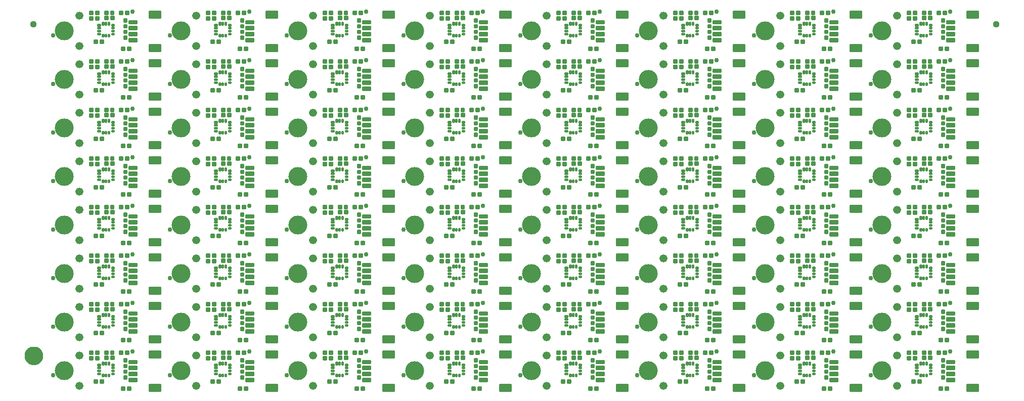
<source format=gts>
G04 EAGLE Gerber RS-274X export*
G75*
%MOMM*%
%FSLAX34Y34*%
%LPD*%
%INSoldermask Top*%
%IPPOS*%
%AMOC8*
5,1,8,0,0,1.08239X$1,22.5*%
G01*
%ADD10C,0.225369*%
%ADD11C,3.175000*%
%ADD12C,0.762000*%
%ADD13C,0.230578*%
%ADD14C,0.225588*%
%ADD15C,1.327000*%
%ADD16C,1.127000*%
%ADD17C,1.270000*%
%ADD18C,1.627000*%


D10*
X72438Y57246D02*
X67422Y57246D01*
X67422Y62262D01*
X72438Y62262D01*
X72438Y57246D01*
X72438Y59387D02*
X67422Y59387D01*
X67422Y61528D02*
X72438Y61528D01*
X77422Y57246D02*
X82438Y57246D01*
X77422Y57246D02*
X77422Y62262D01*
X82438Y62262D01*
X82438Y57246D01*
X82438Y59387D02*
X77422Y59387D01*
X77422Y61528D02*
X82438Y61528D01*
X102695Y62516D02*
X107711Y62516D01*
X107711Y57500D01*
X102695Y57500D01*
X102695Y62516D01*
X102695Y59641D02*
X107711Y59641D01*
X107711Y61782D02*
X102695Y61782D01*
X97711Y62516D02*
X92695Y62516D01*
X97711Y62516D02*
X97711Y57500D01*
X92695Y57500D01*
X92695Y62516D01*
X92695Y59641D02*
X97711Y59641D01*
X97711Y61782D02*
X92695Y61782D01*
D11*
X25400Y38100D03*
D10*
X129572Y43800D02*
X129572Y48816D01*
X129572Y43800D02*
X124556Y43800D01*
X124556Y48816D01*
X129572Y48816D01*
X129572Y45941D02*
X124556Y45941D01*
X124556Y48082D02*
X129572Y48082D01*
X129572Y53800D02*
X129572Y58816D01*
X129572Y53800D02*
X124556Y53800D01*
X124556Y58816D01*
X129572Y58816D01*
X129572Y55941D02*
X124556Y55941D01*
X124556Y58082D02*
X129572Y58082D01*
X124556Y39512D02*
X124556Y34496D01*
X124556Y39512D02*
X129572Y39512D01*
X129572Y34496D01*
X124556Y34496D01*
X124556Y36637D02*
X129572Y36637D01*
X129572Y38778D02*
X124556Y38778D01*
X124556Y29512D02*
X124556Y24496D01*
X124556Y29512D02*
X129572Y29512D01*
X129572Y24496D01*
X124556Y24496D01*
X124556Y26637D02*
X129572Y26637D01*
X129572Y28778D02*
X124556Y28778D01*
D12*
X139446Y70104D03*
X6604Y30734D03*
D10*
X92568Y66580D02*
X97584Y66580D01*
X92568Y66580D02*
X92568Y71596D01*
X97584Y71596D01*
X97584Y66580D01*
X97584Y68721D02*
X92568Y68721D01*
X92568Y70862D02*
X97584Y70862D01*
X102568Y66580D02*
X107584Y66580D01*
X102568Y66580D02*
X102568Y71596D01*
X107584Y71596D01*
X107584Y66580D01*
X107584Y68721D02*
X102568Y68721D01*
X102568Y70862D02*
X107584Y70862D01*
X82438Y71596D02*
X77422Y71596D01*
X82438Y71596D02*
X82438Y66580D01*
X77422Y66580D01*
X77422Y71596D01*
X77422Y68721D02*
X82438Y68721D01*
X82438Y70862D02*
X77422Y70862D01*
X72438Y71596D02*
X67422Y71596D01*
X72438Y71596D02*
X72438Y66580D01*
X67422Y66580D01*
X67422Y71596D01*
X67422Y68721D02*
X72438Y68721D01*
X72438Y70862D02*
X67422Y70862D01*
X121016Y6128D02*
X126032Y6128D01*
X121016Y6128D02*
X121016Y11144D01*
X126032Y11144D01*
X126032Y6128D01*
X126032Y8269D02*
X121016Y8269D01*
X121016Y10410D02*
X126032Y10410D01*
X131016Y6128D02*
X136032Y6128D01*
X131016Y6128D02*
X131016Y11144D01*
X136032Y11144D01*
X136032Y6128D01*
X136032Y8269D02*
X131016Y8269D01*
X131016Y10410D02*
X136032Y10410D01*
D13*
X108249Y34122D02*
X104485Y34122D01*
X108249Y34122D02*
X108249Y32158D01*
X104485Y32158D01*
X104485Y34122D01*
X104485Y39122D02*
X108249Y39122D01*
X108249Y37158D01*
X104485Y37158D01*
X104485Y39122D01*
X104485Y44122D02*
X108249Y44122D01*
X108249Y42158D01*
X104485Y42158D01*
X104485Y44122D01*
X104485Y49122D02*
X108249Y49122D01*
X108249Y47158D01*
X104485Y47158D01*
X104485Y49122D01*
X84999Y47158D02*
X81235Y47158D01*
X81235Y49122D01*
X84999Y49122D01*
X84999Y47158D01*
X84999Y42158D02*
X81235Y42158D01*
X81235Y44122D01*
X84999Y44122D01*
X84999Y42158D01*
X84999Y37158D02*
X81235Y37158D01*
X81235Y39122D01*
X84999Y39122D01*
X84999Y37158D01*
X84999Y32158D02*
X81235Y32158D01*
X81235Y34122D01*
X84999Y34122D01*
X84999Y32158D01*
X98760Y52522D02*
X100724Y52522D01*
X100724Y48758D01*
X98760Y48758D01*
X98760Y52522D01*
X98760Y50949D02*
X100724Y50949D01*
X95724Y52522D02*
X93760Y52522D01*
X95724Y52522D02*
X95724Y48758D01*
X93760Y48758D01*
X93760Y52522D01*
X93760Y50949D02*
X95724Y50949D01*
X90724Y52522D02*
X88760Y52522D01*
X90724Y52522D02*
X90724Y48758D01*
X88760Y48758D01*
X88760Y52522D01*
X88760Y50949D02*
X90724Y50949D01*
X90724Y28758D02*
X88760Y28758D01*
X88760Y32522D01*
X90724Y32522D01*
X90724Y28758D01*
X90724Y30949D02*
X88760Y30949D01*
X93760Y28758D02*
X95724Y28758D01*
X93760Y28758D02*
X93760Y32522D01*
X95724Y32522D01*
X95724Y28758D01*
X95724Y30949D02*
X93760Y30949D01*
X98760Y28758D02*
X100724Y28758D01*
X98760Y28758D02*
X98760Y32522D01*
X100724Y32522D01*
X100724Y28758D01*
X100724Y30949D02*
X98760Y30949D01*
D10*
X127460Y71596D02*
X132476Y71596D01*
X132476Y66580D01*
X127460Y66580D01*
X127460Y71596D01*
X127460Y68721D02*
X132476Y68721D01*
X132476Y70862D02*
X127460Y70862D01*
X122476Y71596D02*
X117460Y71596D01*
X122476Y71596D02*
X122476Y66580D01*
X117460Y66580D01*
X117460Y71596D01*
X117460Y68721D02*
X122476Y68721D01*
X122476Y70862D02*
X117460Y70862D01*
D14*
X185957Y15607D02*
X185957Y4593D01*
X166943Y4593D01*
X166943Y15607D01*
X185957Y15607D01*
X185957Y6736D02*
X166943Y6736D01*
X166943Y8879D02*
X185957Y8879D01*
X185957Y11022D02*
X166943Y11022D01*
X166943Y13165D02*
X185957Y13165D01*
X185957Y15308D02*
X166943Y15308D01*
X185957Y60593D02*
X185957Y71607D01*
X185957Y60593D02*
X166943Y60593D01*
X166943Y71607D01*
X185957Y71607D01*
X185957Y62736D02*
X166943Y62736D01*
X166943Y64879D02*
X185957Y64879D01*
X185957Y67022D02*
X166943Y67022D01*
X166943Y69165D02*
X185957Y69165D01*
X185957Y71308D02*
X166943Y71308D01*
D10*
X145958Y25608D02*
X145958Y20592D01*
X133442Y20592D01*
X133442Y25608D01*
X145958Y25608D01*
X145958Y22733D02*
X133442Y22733D01*
X133442Y24874D02*
X145958Y24874D01*
X145958Y30592D02*
X145958Y35608D01*
X145958Y30592D02*
X133442Y30592D01*
X133442Y35608D01*
X145958Y35608D01*
X145958Y32733D02*
X133442Y32733D01*
X133442Y34874D02*
X145958Y34874D01*
X145958Y40592D02*
X145958Y45608D01*
X145958Y40592D02*
X133442Y40592D01*
X133442Y45608D01*
X145958Y45608D01*
X145958Y42733D02*
X133442Y42733D01*
X133442Y44874D02*
X145958Y44874D01*
X145958Y50592D02*
X145958Y55608D01*
X145958Y50592D02*
X133442Y50592D01*
X133442Y55608D01*
X145958Y55608D01*
X145958Y52733D02*
X133442Y52733D01*
X133442Y54874D02*
X145958Y54874D01*
D15*
X50800Y12700D03*
X50800Y63500D03*
D10*
X85042Y22828D02*
X90058Y22828D01*
X90058Y17812D01*
X85042Y17812D01*
X85042Y22828D01*
X85042Y19953D02*
X90058Y19953D01*
X90058Y22094D02*
X85042Y22094D01*
X80058Y22828D02*
X75042Y22828D01*
X80058Y22828D02*
X80058Y17812D01*
X75042Y17812D01*
X75042Y22828D01*
X75042Y19953D02*
X80058Y19953D01*
X80058Y22094D02*
X75042Y22094D01*
X263002Y57246D02*
X268018Y57246D01*
X263002Y57246D02*
X263002Y62262D01*
X268018Y62262D01*
X268018Y57246D01*
X268018Y59387D02*
X263002Y59387D01*
X263002Y61528D02*
X268018Y61528D01*
X273002Y57246D02*
X278018Y57246D01*
X273002Y57246D02*
X273002Y62262D01*
X278018Y62262D01*
X278018Y57246D01*
X278018Y59387D02*
X273002Y59387D01*
X273002Y61528D02*
X278018Y61528D01*
X298275Y62516D02*
X303291Y62516D01*
X303291Y57500D01*
X298275Y57500D01*
X298275Y62516D01*
X298275Y59641D02*
X303291Y59641D01*
X303291Y61782D02*
X298275Y61782D01*
X293291Y62516D02*
X288275Y62516D01*
X293291Y62516D02*
X293291Y57500D01*
X288275Y57500D01*
X288275Y62516D01*
X288275Y59641D02*
X293291Y59641D01*
X293291Y61782D02*
X288275Y61782D01*
D11*
X220980Y38100D03*
D10*
X325152Y43800D02*
X325152Y48816D01*
X325152Y43800D02*
X320136Y43800D01*
X320136Y48816D01*
X325152Y48816D01*
X325152Y45941D02*
X320136Y45941D01*
X320136Y48082D02*
X325152Y48082D01*
X325152Y53800D02*
X325152Y58816D01*
X325152Y53800D02*
X320136Y53800D01*
X320136Y58816D01*
X325152Y58816D01*
X325152Y55941D02*
X320136Y55941D01*
X320136Y58082D02*
X325152Y58082D01*
X320136Y39512D02*
X320136Y34496D01*
X320136Y39512D02*
X325152Y39512D01*
X325152Y34496D01*
X320136Y34496D01*
X320136Y36637D02*
X325152Y36637D01*
X325152Y38778D02*
X320136Y38778D01*
X320136Y29512D02*
X320136Y24496D01*
X320136Y29512D02*
X325152Y29512D01*
X325152Y24496D01*
X320136Y24496D01*
X320136Y26637D02*
X325152Y26637D01*
X325152Y28778D02*
X320136Y28778D01*
D12*
X335026Y70104D03*
X202184Y30734D03*
D10*
X288148Y66580D02*
X293164Y66580D01*
X288148Y66580D02*
X288148Y71596D01*
X293164Y71596D01*
X293164Y66580D01*
X293164Y68721D02*
X288148Y68721D01*
X288148Y70862D02*
X293164Y70862D01*
X298148Y66580D02*
X303164Y66580D01*
X298148Y66580D02*
X298148Y71596D01*
X303164Y71596D01*
X303164Y66580D01*
X303164Y68721D02*
X298148Y68721D01*
X298148Y70862D02*
X303164Y70862D01*
X278018Y71596D02*
X273002Y71596D01*
X278018Y71596D02*
X278018Y66580D01*
X273002Y66580D01*
X273002Y71596D01*
X273002Y68721D02*
X278018Y68721D01*
X278018Y70862D02*
X273002Y70862D01*
X268018Y71596D02*
X263002Y71596D01*
X268018Y71596D02*
X268018Y66580D01*
X263002Y66580D01*
X263002Y71596D01*
X263002Y68721D02*
X268018Y68721D01*
X268018Y70862D02*
X263002Y70862D01*
X316596Y6128D02*
X321612Y6128D01*
X316596Y6128D02*
X316596Y11144D01*
X321612Y11144D01*
X321612Y6128D01*
X321612Y8269D02*
X316596Y8269D01*
X316596Y10410D02*
X321612Y10410D01*
X326596Y6128D02*
X331612Y6128D01*
X326596Y6128D02*
X326596Y11144D01*
X331612Y11144D01*
X331612Y6128D01*
X331612Y8269D02*
X326596Y8269D01*
X326596Y10410D02*
X331612Y10410D01*
D13*
X303829Y34122D02*
X300065Y34122D01*
X303829Y34122D02*
X303829Y32158D01*
X300065Y32158D01*
X300065Y34122D01*
X300065Y39122D02*
X303829Y39122D01*
X303829Y37158D01*
X300065Y37158D01*
X300065Y39122D01*
X300065Y44122D02*
X303829Y44122D01*
X303829Y42158D01*
X300065Y42158D01*
X300065Y44122D01*
X300065Y49122D02*
X303829Y49122D01*
X303829Y47158D01*
X300065Y47158D01*
X300065Y49122D01*
X280579Y47158D02*
X276815Y47158D01*
X276815Y49122D01*
X280579Y49122D01*
X280579Y47158D01*
X280579Y42158D02*
X276815Y42158D01*
X276815Y44122D01*
X280579Y44122D01*
X280579Y42158D01*
X280579Y37158D02*
X276815Y37158D01*
X276815Y39122D01*
X280579Y39122D01*
X280579Y37158D01*
X280579Y32158D02*
X276815Y32158D01*
X276815Y34122D01*
X280579Y34122D01*
X280579Y32158D01*
X294340Y52522D02*
X296304Y52522D01*
X296304Y48758D01*
X294340Y48758D01*
X294340Y52522D01*
X294340Y50949D02*
X296304Y50949D01*
X291304Y52522D02*
X289340Y52522D01*
X291304Y52522D02*
X291304Y48758D01*
X289340Y48758D01*
X289340Y52522D01*
X289340Y50949D02*
X291304Y50949D01*
X286304Y52522D02*
X284340Y52522D01*
X286304Y52522D02*
X286304Y48758D01*
X284340Y48758D01*
X284340Y52522D01*
X284340Y50949D02*
X286304Y50949D01*
X286304Y28758D02*
X284340Y28758D01*
X284340Y32522D01*
X286304Y32522D01*
X286304Y28758D01*
X286304Y30949D02*
X284340Y30949D01*
X289340Y28758D02*
X291304Y28758D01*
X289340Y28758D02*
X289340Y32522D01*
X291304Y32522D01*
X291304Y28758D01*
X291304Y30949D02*
X289340Y30949D01*
X294340Y28758D02*
X296304Y28758D01*
X294340Y28758D02*
X294340Y32522D01*
X296304Y32522D01*
X296304Y28758D01*
X296304Y30949D02*
X294340Y30949D01*
D10*
X323040Y71596D02*
X328056Y71596D01*
X328056Y66580D01*
X323040Y66580D01*
X323040Y71596D01*
X323040Y68721D02*
X328056Y68721D01*
X328056Y70862D02*
X323040Y70862D01*
X318056Y71596D02*
X313040Y71596D01*
X318056Y71596D02*
X318056Y66580D01*
X313040Y66580D01*
X313040Y71596D01*
X313040Y68721D02*
X318056Y68721D01*
X318056Y70862D02*
X313040Y70862D01*
D14*
X381537Y15607D02*
X381537Y4593D01*
X362523Y4593D01*
X362523Y15607D01*
X381537Y15607D01*
X381537Y6736D02*
X362523Y6736D01*
X362523Y8879D02*
X381537Y8879D01*
X381537Y11022D02*
X362523Y11022D01*
X362523Y13165D02*
X381537Y13165D01*
X381537Y15308D02*
X362523Y15308D01*
X381537Y60593D02*
X381537Y71607D01*
X381537Y60593D02*
X362523Y60593D01*
X362523Y71607D01*
X381537Y71607D01*
X381537Y62736D02*
X362523Y62736D01*
X362523Y64879D02*
X381537Y64879D01*
X381537Y67022D02*
X362523Y67022D01*
X362523Y69165D02*
X381537Y69165D01*
X381537Y71308D02*
X362523Y71308D01*
D10*
X341538Y25608D02*
X341538Y20592D01*
X329022Y20592D01*
X329022Y25608D01*
X341538Y25608D01*
X341538Y22733D02*
X329022Y22733D01*
X329022Y24874D02*
X341538Y24874D01*
X341538Y30592D02*
X341538Y35608D01*
X341538Y30592D02*
X329022Y30592D01*
X329022Y35608D01*
X341538Y35608D01*
X341538Y32733D02*
X329022Y32733D01*
X329022Y34874D02*
X341538Y34874D01*
X341538Y40592D02*
X341538Y45608D01*
X341538Y40592D02*
X329022Y40592D01*
X329022Y45608D01*
X341538Y45608D01*
X341538Y42733D02*
X329022Y42733D01*
X329022Y44874D02*
X341538Y44874D01*
X341538Y50592D02*
X341538Y55608D01*
X341538Y50592D02*
X329022Y50592D01*
X329022Y55608D01*
X341538Y55608D01*
X341538Y52733D02*
X329022Y52733D01*
X329022Y54874D02*
X341538Y54874D01*
D15*
X246380Y12700D03*
X246380Y63500D03*
D10*
X280622Y22828D02*
X285638Y22828D01*
X285638Y17812D01*
X280622Y17812D01*
X280622Y22828D01*
X280622Y19953D02*
X285638Y19953D01*
X285638Y22094D02*
X280622Y22094D01*
X275638Y22828D02*
X270622Y22828D01*
X275638Y22828D02*
X275638Y17812D01*
X270622Y17812D01*
X270622Y22828D01*
X270622Y19953D02*
X275638Y19953D01*
X275638Y22094D02*
X270622Y22094D01*
X458582Y57246D02*
X463598Y57246D01*
X458582Y57246D02*
X458582Y62262D01*
X463598Y62262D01*
X463598Y57246D01*
X463598Y59387D02*
X458582Y59387D01*
X458582Y61528D02*
X463598Y61528D01*
X468582Y57246D02*
X473598Y57246D01*
X468582Y57246D02*
X468582Y62262D01*
X473598Y62262D01*
X473598Y57246D01*
X473598Y59387D02*
X468582Y59387D01*
X468582Y61528D02*
X473598Y61528D01*
X493855Y62516D02*
X498871Y62516D01*
X498871Y57500D01*
X493855Y57500D01*
X493855Y62516D01*
X493855Y59641D02*
X498871Y59641D01*
X498871Y61782D02*
X493855Y61782D01*
X488871Y62516D02*
X483855Y62516D01*
X488871Y62516D02*
X488871Y57500D01*
X483855Y57500D01*
X483855Y62516D01*
X483855Y59641D02*
X488871Y59641D01*
X488871Y61782D02*
X483855Y61782D01*
D11*
X416560Y38100D03*
D10*
X520732Y43800D02*
X520732Y48816D01*
X520732Y43800D02*
X515716Y43800D01*
X515716Y48816D01*
X520732Y48816D01*
X520732Y45941D02*
X515716Y45941D01*
X515716Y48082D02*
X520732Y48082D01*
X520732Y53800D02*
X520732Y58816D01*
X520732Y53800D02*
X515716Y53800D01*
X515716Y58816D01*
X520732Y58816D01*
X520732Y55941D02*
X515716Y55941D01*
X515716Y58082D02*
X520732Y58082D01*
X515716Y39512D02*
X515716Y34496D01*
X515716Y39512D02*
X520732Y39512D01*
X520732Y34496D01*
X515716Y34496D01*
X515716Y36637D02*
X520732Y36637D01*
X520732Y38778D02*
X515716Y38778D01*
X515716Y29512D02*
X515716Y24496D01*
X515716Y29512D02*
X520732Y29512D01*
X520732Y24496D01*
X515716Y24496D01*
X515716Y26637D02*
X520732Y26637D01*
X520732Y28778D02*
X515716Y28778D01*
D12*
X530606Y70104D03*
X397764Y30734D03*
D10*
X483728Y66580D02*
X488744Y66580D01*
X483728Y66580D02*
X483728Y71596D01*
X488744Y71596D01*
X488744Y66580D01*
X488744Y68721D02*
X483728Y68721D01*
X483728Y70862D02*
X488744Y70862D01*
X493728Y66580D02*
X498744Y66580D01*
X493728Y66580D02*
X493728Y71596D01*
X498744Y71596D01*
X498744Y66580D01*
X498744Y68721D02*
X493728Y68721D01*
X493728Y70862D02*
X498744Y70862D01*
X473598Y71596D02*
X468582Y71596D01*
X473598Y71596D02*
X473598Y66580D01*
X468582Y66580D01*
X468582Y71596D01*
X468582Y68721D02*
X473598Y68721D01*
X473598Y70862D02*
X468582Y70862D01*
X463598Y71596D02*
X458582Y71596D01*
X463598Y71596D02*
X463598Y66580D01*
X458582Y66580D01*
X458582Y71596D01*
X458582Y68721D02*
X463598Y68721D01*
X463598Y70862D02*
X458582Y70862D01*
X512176Y6128D02*
X517192Y6128D01*
X512176Y6128D02*
X512176Y11144D01*
X517192Y11144D01*
X517192Y6128D01*
X517192Y8269D02*
X512176Y8269D01*
X512176Y10410D02*
X517192Y10410D01*
X522176Y6128D02*
X527192Y6128D01*
X522176Y6128D02*
X522176Y11144D01*
X527192Y11144D01*
X527192Y6128D01*
X527192Y8269D02*
X522176Y8269D01*
X522176Y10410D02*
X527192Y10410D01*
D13*
X499409Y34122D02*
X495645Y34122D01*
X499409Y34122D02*
X499409Y32158D01*
X495645Y32158D01*
X495645Y34122D01*
X495645Y39122D02*
X499409Y39122D01*
X499409Y37158D01*
X495645Y37158D01*
X495645Y39122D01*
X495645Y44122D02*
X499409Y44122D01*
X499409Y42158D01*
X495645Y42158D01*
X495645Y44122D01*
X495645Y49122D02*
X499409Y49122D01*
X499409Y47158D01*
X495645Y47158D01*
X495645Y49122D01*
X476159Y47158D02*
X472395Y47158D01*
X472395Y49122D01*
X476159Y49122D01*
X476159Y47158D01*
X476159Y42158D02*
X472395Y42158D01*
X472395Y44122D01*
X476159Y44122D01*
X476159Y42158D01*
X476159Y37158D02*
X472395Y37158D01*
X472395Y39122D01*
X476159Y39122D01*
X476159Y37158D01*
X476159Y32158D02*
X472395Y32158D01*
X472395Y34122D01*
X476159Y34122D01*
X476159Y32158D01*
X489920Y52522D02*
X491884Y52522D01*
X491884Y48758D01*
X489920Y48758D01*
X489920Y52522D01*
X489920Y50949D02*
X491884Y50949D01*
X486884Y52522D02*
X484920Y52522D01*
X486884Y52522D02*
X486884Y48758D01*
X484920Y48758D01*
X484920Y52522D01*
X484920Y50949D02*
X486884Y50949D01*
X481884Y52522D02*
X479920Y52522D01*
X481884Y52522D02*
X481884Y48758D01*
X479920Y48758D01*
X479920Y52522D01*
X479920Y50949D02*
X481884Y50949D01*
X481884Y28758D02*
X479920Y28758D01*
X479920Y32522D01*
X481884Y32522D01*
X481884Y28758D01*
X481884Y30949D02*
X479920Y30949D01*
X484920Y28758D02*
X486884Y28758D01*
X484920Y28758D02*
X484920Y32522D01*
X486884Y32522D01*
X486884Y28758D01*
X486884Y30949D02*
X484920Y30949D01*
X489920Y28758D02*
X491884Y28758D01*
X489920Y28758D02*
X489920Y32522D01*
X491884Y32522D01*
X491884Y28758D01*
X491884Y30949D02*
X489920Y30949D01*
D10*
X518620Y71596D02*
X523636Y71596D01*
X523636Y66580D01*
X518620Y66580D01*
X518620Y71596D01*
X518620Y68721D02*
X523636Y68721D01*
X523636Y70862D02*
X518620Y70862D01*
X513636Y71596D02*
X508620Y71596D01*
X513636Y71596D02*
X513636Y66580D01*
X508620Y66580D01*
X508620Y71596D01*
X508620Y68721D02*
X513636Y68721D01*
X513636Y70862D02*
X508620Y70862D01*
D14*
X577117Y15607D02*
X577117Y4593D01*
X558103Y4593D01*
X558103Y15607D01*
X577117Y15607D01*
X577117Y6736D02*
X558103Y6736D01*
X558103Y8879D02*
X577117Y8879D01*
X577117Y11022D02*
X558103Y11022D01*
X558103Y13165D02*
X577117Y13165D01*
X577117Y15308D02*
X558103Y15308D01*
X577117Y60593D02*
X577117Y71607D01*
X577117Y60593D02*
X558103Y60593D01*
X558103Y71607D01*
X577117Y71607D01*
X577117Y62736D02*
X558103Y62736D01*
X558103Y64879D02*
X577117Y64879D01*
X577117Y67022D02*
X558103Y67022D01*
X558103Y69165D02*
X577117Y69165D01*
X577117Y71308D02*
X558103Y71308D01*
D10*
X537118Y25608D02*
X537118Y20592D01*
X524602Y20592D01*
X524602Y25608D01*
X537118Y25608D01*
X537118Y22733D02*
X524602Y22733D01*
X524602Y24874D02*
X537118Y24874D01*
X537118Y30592D02*
X537118Y35608D01*
X537118Y30592D02*
X524602Y30592D01*
X524602Y35608D01*
X537118Y35608D01*
X537118Y32733D02*
X524602Y32733D01*
X524602Y34874D02*
X537118Y34874D01*
X537118Y40592D02*
X537118Y45608D01*
X537118Y40592D02*
X524602Y40592D01*
X524602Y45608D01*
X537118Y45608D01*
X537118Y42733D02*
X524602Y42733D01*
X524602Y44874D02*
X537118Y44874D01*
X537118Y50592D02*
X537118Y55608D01*
X537118Y50592D02*
X524602Y50592D01*
X524602Y55608D01*
X537118Y55608D01*
X537118Y52733D02*
X524602Y52733D01*
X524602Y54874D02*
X537118Y54874D01*
D15*
X441960Y12700D03*
X441960Y63500D03*
D10*
X476202Y22828D02*
X481218Y22828D01*
X481218Y17812D01*
X476202Y17812D01*
X476202Y22828D01*
X476202Y19953D02*
X481218Y19953D01*
X481218Y22094D02*
X476202Y22094D01*
X471218Y22828D02*
X466202Y22828D01*
X471218Y22828D02*
X471218Y17812D01*
X466202Y17812D01*
X466202Y22828D01*
X466202Y19953D02*
X471218Y19953D01*
X471218Y22094D02*
X466202Y22094D01*
X654162Y57246D02*
X659178Y57246D01*
X654162Y57246D02*
X654162Y62262D01*
X659178Y62262D01*
X659178Y57246D01*
X659178Y59387D02*
X654162Y59387D01*
X654162Y61528D02*
X659178Y61528D01*
X664162Y57246D02*
X669178Y57246D01*
X664162Y57246D02*
X664162Y62262D01*
X669178Y62262D01*
X669178Y57246D01*
X669178Y59387D02*
X664162Y59387D01*
X664162Y61528D02*
X669178Y61528D01*
X689435Y62516D02*
X694451Y62516D01*
X694451Y57500D01*
X689435Y57500D01*
X689435Y62516D01*
X689435Y59641D02*
X694451Y59641D01*
X694451Y61782D02*
X689435Y61782D01*
X684451Y62516D02*
X679435Y62516D01*
X684451Y62516D02*
X684451Y57500D01*
X679435Y57500D01*
X679435Y62516D01*
X679435Y59641D02*
X684451Y59641D01*
X684451Y61782D02*
X679435Y61782D01*
D11*
X612140Y38100D03*
D10*
X716312Y43800D02*
X716312Y48816D01*
X716312Y43800D02*
X711296Y43800D01*
X711296Y48816D01*
X716312Y48816D01*
X716312Y45941D02*
X711296Y45941D01*
X711296Y48082D02*
X716312Y48082D01*
X716312Y53800D02*
X716312Y58816D01*
X716312Y53800D02*
X711296Y53800D01*
X711296Y58816D01*
X716312Y58816D01*
X716312Y55941D02*
X711296Y55941D01*
X711296Y58082D02*
X716312Y58082D01*
X711296Y39512D02*
X711296Y34496D01*
X711296Y39512D02*
X716312Y39512D01*
X716312Y34496D01*
X711296Y34496D01*
X711296Y36637D02*
X716312Y36637D01*
X716312Y38778D02*
X711296Y38778D01*
X711296Y29512D02*
X711296Y24496D01*
X711296Y29512D02*
X716312Y29512D01*
X716312Y24496D01*
X711296Y24496D01*
X711296Y26637D02*
X716312Y26637D01*
X716312Y28778D02*
X711296Y28778D01*
D12*
X726186Y70104D03*
X593344Y30734D03*
D10*
X679308Y66580D02*
X684324Y66580D01*
X679308Y66580D02*
X679308Y71596D01*
X684324Y71596D01*
X684324Y66580D01*
X684324Y68721D02*
X679308Y68721D01*
X679308Y70862D02*
X684324Y70862D01*
X689308Y66580D02*
X694324Y66580D01*
X689308Y66580D02*
X689308Y71596D01*
X694324Y71596D01*
X694324Y66580D01*
X694324Y68721D02*
X689308Y68721D01*
X689308Y70862D02*
X694324Y70862D01*
X669178Y71596D02*
X664162Y71596D01*
X669178Y71596D02*
X669178Y66580D01*
X664162Y66580D01*
X664162Y71596D01*
X664162Y68721D02*
X669178Y68721D01*
X669178Y70862D02*
X664162Y70862D01*
X659178Y71596D02*
X654162Y71596D01*
X659178Y71596D02*
X659178Y66580D01*
X654162Y66580D01*
X654162Y71596D01*
X654162Y68721D02*
X659178Y68721D01*
X659178Y70862D02*
X654162Y70862D01*
X707756Y6128D02*
X712772Y6128D01*
X707756Y6128D02*
X707756Y11144D01*
X712772Y11144D01*
X712772Y6128D01*
X712772Y8269D02*
X707756Y8269D01*
X707756Y10410D02*
X712772Y10410D01*
X717756Y6128D02*
X722772Y6128D01*
X717756Y6128D02*
X717756Y11144D01*
X722772Y11144D01*
X722772Y6128D01*
X722772Y8269D02*
X717756Y8269D01*
X717756Y10410D02*
X722772Y10410D01*
D13*
X694989Y34122D02*
X691225Y34122D01*
X694989Y34122D02*
X694989Y32158D01*
X691225Y32158D01*
X691225Y34122D01*
X691225Y39122D02*
X694989Y39122D01*
X694989Y37158D01*
X691225Y37158D01*
X691225Y39122D01*
X691225Y44122D02*
X694989Y44122D01*
X694989Y42158D01*
X691225Y42158D01*
X691225Y44122D01*
X691225Y49122D02*
X694989Y49122D01*
X694989Y47158D01*
X691225Y47158D01*
X691225Y49122D01*
X671739Y47158D02*
X667975Y47158D01*
X667975Y49122D01*
X671739Y49122D01*
X671739Y47158D01*
X671739Y42158D02*
X667975Y42158D01*
X667975Y44122D01*
X671739Y44122D01*
X671739Y42158D01*
X671739Y37158D02*
X667975Y37158D01*
X667975Y39122D01*
X671739Y39122D01*
X671739Y37158D01*
X671739Y32158D02*
X667975Y32158D01*
X667975Y34122D01*
X671739Y34122D01*
X671739Y32158D01*
X685500Y52522D02*
X687464Y52522D01*
X687464Y48758D01*
X685500Y48758D01*
X685500Y52522D01*
X685500Y50949D02*
X687464Y50949D01*
X682464Y52522D02*
X680500Y52522D01*
X682464Y52522D02*
X682464Y48758D01*
X680500Y48758D01*
X680500Y52522D01*
X680500Y50949D02*
X682464Y50949D01*
X677464Y52522D02*
X675500Y52522D01*
X677464Y52522D02*
X677464Y48758D01*
X675500Y48758D01*
X675500Y52522D01*
X675500Y50949D02*
X677464Y50949D01*
X677464Y28758D02*
X675500Y28758D01*
X675500Y32522D01*
X677464Y32522D01*
X677464Y28758D01*
X677464Y30949D02*
X675500Y30949D01*
X680500Y28758D02*
X682464Y28758D01*
X680500Y28758D02*
X680500Y32522D01*
X682464Y32522D01*
X682464Y28758D01*
X682464Y30949D02*
X680500Y30949D01*
X685500Y28758D02*
X687464Y28758D01*
X685500Y28758D02*
X685500Y32522D01*
X687464Y32522D01*
X687464Y28758D01*
X687464Y30949D02*
X685500Y30949D01*
D10*
X714200Y71596D02*
X719216Y71596D01*
X719216Y66580D01*
X714200Y66580D01*
X714200Y71596D01*
X714200Y68721D02*
X719216Y68721D01*
X719216Y70862D02*
X714200Y70862D01*
X709216Y71596D02*
X704200Y71596D01*
X709216Y71596D02*
X709216Y66580D01*
X704200Y66580D01*
X704200Y71596D01*
X704200Y68721D02*
X709216Y68721D01*
X709216Y70862D02*
X704200Y70862D01*
D14*
X772697Y15607D02*
X772697Y4593D01*
X753683Y4593D01*
X753683Y15607D01*
X772697Y15607D01*
X772697Y6736D02*
X753683Y6736D01*
X753683Y8879D02*
X772697Y8879D01*
X772697Y11022D02*
X753683Y11022D01*
X753683Y13165D02*
X772697Y13165D01*
X772697Y15308D02*
X753683Y15308D01*
X772697Y60593D02*
X772697Y71607D01*
X772697Y60593D02*
X753683Y60593D01*
X753683Y71607D01*
X772697Y71607D01*
X772697Y62736D02*
X753683Y62736D01*
X753683Y64879D02*
X772697Y64879D01*
X772697Y67022D02*
X753683Y67022D01*
X753683Y69165D02*
X772697Y69165D01*
X772697Y71308D02*
X753683Y71308D01*
D10*
X732698Y25608D02*
X732698Y20592D01*
X720182Y20592D01*
X720182Y25608D01*
X732698Y25608D01*
X732698Y22733D02*
X720182Y22733D01*
X720182Y24874D02*
X732698Y24874D01*
X732698Y30592D02*
X732698Y35608D01*
X732698Y30592D02*
X720182Y30592D01*
X720182Y35608D01*
X732698Y35608D01*
X732698Y32733D02*
X720182Y32733D01*
X720182Y34874D02*
X732698Y34874D01*
X732698Y40592D02*
X732698Y45608D01*
X732698Y40592D02*
X720182Y40592D01*
X720182Y45608D01*
X732698Y45608D01*
X732698Y42733D02*
X720182Y42733D01*
X720182Y44874D02*
X732698Y44874D01*
X732698Y50592D02*
X732698Y55608D01*
X732698Y50592D02*
X720182Y50592D01*
X720182Y55608D01*
X732698Y55608D01*
X732698Y52733D02*
X720182Y52733D01*
X720182Y54874D02*
X732698Y54874D01*
D15*
X637540Y12700D03*
X637540Y63500D03*
D10*
X671782Y22828D02*
X676798Y22828D01*
X676798Y17812D01*
X671782Y17812D01*
X671782Y22828D01*
X671782Y19953D02*
X676798Y19953D01*
X676798Y22094D02*
X671782Y22094D01*
X666798Y22828D02*
X661782Y22828D01*
X666798Y22828D02*
X666798Y17812D01*
X661782Y17812D01*
X661782Y22828D01*
X661782Y19953D02*
X666798Y19953D01*
X666798Y22094D02*
X661782Y22094D01*
X849742Y57246D02*
X854758Y57246D01*
X849742Y57246D02*
X849742Y62262D01*
X854758Y62262D01*
X854758Y57246D01*
X854758Y59387D02*
X849742Y59387D01*
X849742Y61528D02*
X854758Y61528D01*
X859742Y57246D02*
X864758Y57246D01*
X859742Y57246D02*
X859742Y62262D01*
X864758Y62262D01*
X864758Y57246D01*
X864758Y59387D02*
X859742Y59387D01*
X859742Y61528D02*
X864758Y61528D01*
X885015Y62516D02*
X890031Y62516D01*
X890031Y57500D01*
X885015Y57500D01*
X885015Y62516D01*
X885015Y59641D02*
X890031Y59641D01*
X890031Y61782D02*
X885015Y61782D01*
X880031Y62516D02*
X875015Y62516D01*
X880031Y62516D02*
X880031Y57500D01*
X875015Y57500D01*
X875015Y62516D01*
X875015Y59641D02*
X880031Y59641D01*
X880031Y61782D02*
X875015Y61782D01*
D11*
X807720Y38100D03*
D10*
X911892Y43800D02*
X911892Y48816D01*
X911892Y43800D02*
X906876Y43800D01*
X906876Y48816D01*
X911892Y48816D01*
X911892Y45941D02*
X906876Y45941D01*
X906876Y48082D02*
X911892Y48082D01*
X911892Y53800D02*
X911892Y58816D01*
X911892Y53800D02*
X906876Y53800D01*
X906876Y58816D01*
X911892Y58816D01*
X911892Y55941D02*
X906876Y55941D01*
X906876Y58082D02*
X911892Y58082D01*
X906876Y39512D02*
X906876Y34496D01*
X906876Y39512D02*
X911892Y39512D01*
X911892Y34496D01*
X906876Y34496D01*
X906876Y36637D02*
X911892Y36637D01*
X911892Y38778D02*
X906876Y38778D01*
X906876Y29512D02*
X906876Y24496D01*
X906876Y29512D02*
X911892Y29512D01*
X911892Y24496D01*
X906876Y24496D01*
X906876Y26637D02*
X911892Y26637D01*
X911892Y28778D02*
X906876Y28778D01*
D12*
X921766Y70104D03*
X788924Y30734D03*
D10*
X874888Y66580D02*
X879904Y66580D01*
X874888Y66580D02*
X874888Y71596D01*
X879904Y71596D01*
X879904Y66580D01*
X879904Y68721D02*
X874888Y68721D01*
X874888Y70862D02*
X879904Y70862D01*
X884888Y66580D02*
X889904Y66580D01*
X884888Y66580D02*
X884888Y71596D01*
X889904Y71596D01*
X889904Y66580D01*
X889904Y68721D02*
X884888Y68721D01*
X884888Y70862D02*
X889904Y70862D01*
X864758Y71596D02*
X859742Y71596D01*
X864758Y71596D02*
X864758Y66580D01*
X859742Y66580D01*
X859742Y71596D01*
X859742Y68721D02*
X864758Y68721D01*
X864758Y70862D02*
X859742Y70862D01*
X854758Y71596D02*
X849742Y71596D01*
X854758Y71596D02*
X854758Y66580D01*
X849742Y66580D01*
X849742Y71596D01*
X849742Y68721D02*
X854758Y68721D01*
X854758Y70862D02*
X849742Y70862D01*
X903336Y6128D02*
X908352Y6128D01*
X903336Y6128D02*
X903336Y11144D01*
X908352Y11144D01*
X908352Y6128D01*
X908352Y8269D02*
X903336Y8269D01*
X903336Y10410D02*
X908352Y10410D01*
X913336Y6128D02*
X918352Y6128D01*
X913336Y6128D02*
X913336Y11144D01*
X918352Y11144D01*
X918352Y6128D01*
X918352Y8269D02*
X913336Y8269D01*
X913336Y10410D02*
X918352Y10410D01*
D13*
X890569Y34122D02*
X886805Y34122D01*
X890569Y34122D02*
X890569Y32158D01*
X886805Y32158D01*
X886805Y34122D01*
X886805Y39122D02*
X890569Y39122D01*
X890569Y37158D01*
X886805Y37158D01*
X886805Y39122D01*
X886805Y44122D02*
X890569Y44122D01*
X890569Y42158D01*
X886805Y42158D01*
X886805Y44122D01*
X886805Y49122D02*
X890569Y49122D01*
X890569Y47158D01*
X886805Y47158D01*
X886805Y49122D01*
X867319Y47158D02*
X863555Y47158D01*
X863555Y49122D01*
X867319Y49122D01*
X867319Y47158D01*
X867319Y42158D02*
X863555Y42158D01*
X863555Y44122D01*
X867319Y44122D01*
X867319Y42158D01*
X867319Y37158D02*
X863555Y37158D01*
X863555Y39122D01*
X867319Y39122D01*
X867319Y37158D01*
X867319Y32158D02*
X863555Y32158D01*
X863555Y34122D01*
X867319Y34122D01*
X867319Y32158D01*
X881080Y52522D02*
X883044Y52522D01*
X883044Y48758D01*
X881080Y48758D01*
X881080Y52522D01*
X881080Y50949D02*
X883044Y50949D01*
X878044Y52522D02*
X876080Y52522D01*
X878044Y52522D02*
X878044Y48758D01*
X876080Y48758D01*
X876080Y52522D01*
X876080Y50949D02*
X878044Y50949D01*
X873044Y52522D02*
X871080Y52522D01*
X873044Y52522D02*
X873044Y48758D01*
X871080Y48758D01*
X871080Y52522D01*
X871080Y50949D02*
X873044Y50949D01*
X873044Y28758D02*
X871080Y28758D01*
X871080Y32522D01*
X873044Y32522D01*
X873044Y28758D01*
X873044Y30949D02*
X871080Y30949D01*
X876080Y28758D02*
X878044Y28758D01*
X876080Y28758D02*
X876080Y32522D01*
X878044Y32522D01*
X878044Y28758D01*
X878044Y30949D02*
X876080Y30949D01*
X881080Y28758D02*
X883044Y28758D01*
X881080Y28758D02*
X881080Y32522D01*
X883044Y32522D01*
X883044Y28758D01*
X883044Y30949D02*
X881080Y30949D01*
D10*
X909780Y71596D02*
X914796Y71596D01*
X914796Y66580D01*
X909780Y66580D01*
X909780Y71596D01*
X909780Y68721D02*
X914796Y68721D01*
X914796Y70862D02*
X909780Y70862D01*
X904796Y71596D02*
X899780Y71596D01*
X904796Y71596D02*
X904796Y66580D01*
X899780Y66580D01*
X899780Y71596D01*
X899780Y68721D02*
X904796Y68721D01*
X904796Y70862D02*
X899780Y70862D01*
D14*
X968277Y15607D02*
X968277Y4593D01*
X949263Y4593D01*
X949263Y15607D01*
X968277Y15607D01*
X968277Y6736D02*
X949263Y6736D01*
X949263Y8879D02*
X968277Y8879D01*
X968277Y11022D02*
X949263Y11022D01*
X949263Y13165D02*
X968277Y13165D01*
X968277Y15308D02*
X949263Y15308D01*
X968277Y60593D02*
X968277Y71607D01*
X968277Y60593D02*
X949263Y60593D01*
X949263Y71607D01*
X968277Y71607D01*
X968277Y62736D02*
X949263Y62736D01*
X949263Y64879D02*
X968277Y64879D01*
X968277Y67022D02*
X949263Y67022D01*
X949263Y69165D02*
X968277Y69165D01*
X968277Y71308D02*
X949263Y71308D01*
D10*
X928278Y25608D02*
X928278Y20592D01*
X915762Y20592D01*
X915762Y25608D01*
X928278Y25608D01*
X928278Y22733D02*
X915762Y22733D01*
X915762Y24874D02*
X928278Y24874D01*
X928278Y30592D02*
X928278Y35608D01*
X928278Y30592D02*
X915762Y30592D01*
X915762Y35608D01*
X928278Y35608D01*
X928278Y32733D02*
X915762Y32733D01*
X915762Y34874D02*
X928278Y34874D01*
X928278Y40592D02*
X928278Y45608D01*
X928278Y40592D02*
X915762Y40592D01*
X915762Y45608D01*
X928278Y45608D01*
X928278Y42733D02*
X915762Y42733D01*
X915762Y44874D02*
X928278Y44874D01*
X928278Y50592D02*
X928278Y55608D01*
X928278Y50592D02*
X915762Y50592D01*
X915762Y55608D01*
X928278Y55608D01*
X928278Y52733D02*
X915762Y52733D01*
X915762Y54874D02*
X928278Y54874D01*
D15*
X833120Y12700D03*
X833120Y63500D03*
D10*
X867362Y22828D02*
X872378Y22828D01*
X872378Y17812D01*
X867362Y17812D01*
X867362Y22828D01*
X867362Y19953D02*
X872378Y19953D01*
X872378Y22094D02*
X867362Y22094D01*
X862378Y22828D02*
X857362Y22828D01*
X862378Y22828D02*
X862378Y17812D01*
X857362Y17812D01*
X857362Y22828D01*
X857362Y19953D02*
X862378Y19953D01*
X862378Y22094D02*
X857362Y22094D01*
X1045322Y57246D02*
X1050338Y57246D01*
X1045322Y57246D02*
X1045322Y62262D01*
X1050338Y62262D01*
X1050338Y57246D01*
X1050338Y59387D02*
X1045322Y59387D01*
X1045322Y61528D02*
X1050338Y61528D01*
X1055322Y57246D02*
X1060338Y57246D01*
X1055322Y57246D02*
X1055322Y62262D01*
X1060338Y62262D01*
X1060338Y57246D01*
X1060338Y59387D02*
X1055322Y59387D01*
X1055322Y61528D02*
X1060338Y61528D01*
X1080595Y62516D02*
X1085611Y62516D01*
X1085611Y57500D01*
X1080595Y57500D01*
X1080595Y62516D01*
X1080595Y59641D02*
X1085611Y59641D01*
X1085611Y61782D02*
X1080595Y61782D01*
X1075611Y62516D02*
X1070595Y62516D01*
X1075611Y62516D02*
X1075611Y57500D01*
X1070595Y57500D01*
X1070595Y62516D01*
X1070595Y59641D02*
X1075611Y59641D01*
X1075611Y61782D02*
X1070595Y61782D01*
D11*
X1003300Y38100D03*
D10*
X1107472Y43800D02*
X1107472Y48816D01*
X1107472Y43800D02*
X1102456Y43800D01*
X1102456Y48816D01*
X1107472Y48816D01*
X1107472Y45941D02*
X1102456Y45941D01*
X1102456Y48082D02*
X1107472Y48082D01*
X1107472Y53800D02*
X1107472Y58816D01*
X1107472Y53800D02*
X1102456Y53800D01*
X1102456Y58816D01*
X1107472Y58816D01*
X1107472Y55941D02*
X1102456Y55941D01*
X1102456Y58082D02*
X1107472Y58082D01*
X1102456Y39512D02*
X1102456Y34496D01*
X1102456Y39512D02*
X1107472Y39512D01*
X1107472Y34496D01*
X1102456Y34496D01*
X1102456Y36637D02*
X1107472Y36637D01*
X1107472Y38778D02*
X1102456Y38778D01*
X1102456Y29512D02*
X1102456Y24496D01*
X1102456Y29512D02*
X1107472Y29512D01*
X1107472Y24496D01*
X1102456Y24496D01*
X1102456Y26637D02*
X1107472Y26637D01*
X1107472Y28778D02*
X1102456Y28778D01*
D12*
X1117346Y70104D03*
X984504Y30734D03*
D10*
X1070468Y66580D02*
X1075484Y66580D01*
X1070468Y66580D02*
X1070468Y71596D01*
X1075484Y71596D01*
X1075484Y66580D01*
X1075484Y68721D02*
X1070468Y68721D01*
X1070468Y70862D02*
X1075484Y70862D01*
X1080468Y66580D02*
X1085484Y66580D01*
X1080468Y66580D02*
X1080468Y71596D01*
X1085484Y71596D01*
X1085484Y66580D01*
X1085484Y68721D02*
X1080468Y68721D01*
X1080468Y70862D02*
X1085484Y70862D01*
X1060338Y71596D02*
X1055322Y71596D01*
X1060338Y71596D02*
X1060338Y66580D01*
X1055322Y66580D01*
X1055322Y71596D01*
X1055322Y68721D02*
X1060338Y68721D01*
X1060338Y70862D02*
X1055322Y70862D01*
X1050338Y71596D02*
X1045322Y71596D01*
X1050338Y71596D02*
X1050338Y66580D01*
X1045322Y66580D01*
X1045322Y71596D01*
X1045322Y68721D02*
X1050338Y68721D01*
X1050338Y70862D02*
X1045322Y70862D01*
X1098916Y6128D02*
X1103932Y6128D01*
X1098916Y6128D02*
X1098916Y11144D01*
X1103932Y11144D01*
X1103932Y6128D01*
X1103932Y8269D02*
X1098916Y8269D01*
X1098916Y10410D02*
X1103932Y10410D01*
X1108916Y6128D02*
X1113932Y6128D01*
X1108916Y6128D02*
X1108916Y11144D01*
X1113932Y11144D01*
X1113932Y6128D01*
X1113932Y8269D02*
X1108916Y8269D01*
X1108916Y10410D02*
X1113932Y10410D01*
D13*
X1086149Y34122D02*
X1082385Y34122D01*
X1086149Y34122D02*
X1086149Y32158D01*
X1082385Y32158D01*
X1082385Y34122D01*
X1082385Y39122D02*
X1086149Y39122D01*
X1086149Y37158D01*
X1082385Y37158D01*
X1082385Y39122D01*
X1082385Y44122D02*
X1086149Y44122D01*
X1086149Y42158D01*
X1082385Y42158D01*
X1082385Y44122D01*
X1082385Y49122D02*
X1086149Y49122D01*
X1086149Y47158D01*
X1082385Y47158D01*
X1082385Y49122D01*
X1062899Y47158D02*
X1059135Y47158D01*
X1059135Y49122D01*
X1062899Y49122D01*
X1062899Y47158D01*
X1062899Y42158D02*
X1059135Y42158D01*
X1059135Y44122D01*
X1062899Y44122D01*
X1062899Y42158D01*
X1062899Y37158D02*
X1059135Y37158D01*
X1059135Y39122D01*
X1062899Y39122D01*
X1062899Y37158D01*
X1062899Y32158D02*
X1059135Y32158D01*
X1059135Y34122D01*
X1062899Y34122D01*
X1062899Y32158D01*
X1076660Y52522D02*
X1078624Y52522D01*
X1078624Y48758D01*
X1076660Y48758D01*
X1076660Y52522D01*
X1076660Y50949D02*
X1078624Y50949D01*
X1073624Y52522D02*
X1071660Y52522D01*
X1073624Y52522D02*
X1073624Y48758D01*
X1071660Y48758D01*
X1071660Y52522D01*
X1071660Y50949D02*
X1073624Y50949D01*
X1068624Y52522D02*
X1066660Y52522D01*
X1068624Y52522D02*
X1068624Y48758D01*
X1066660Y48758D01*
X1066660Y52522D01*
X1066660Y50949D02*
X1068624Y50949D01*
X1068624Y28758D02*
X1066660Y28758D01*
X1066660Y32522D01*
X1068624Y32522D01*
X1068624Y28758D01*
X1068624Y30949D02*
X1066660Y30949D01*
X1071660Y28758D02*
X1073624Y28758D01*
X1071660Y28758D02*
X1071660Y32522D01*
X1073624Y32522D01*
X1073624Y28758D01*
X1073624Y30949D02*
X1071660Y30949D01*
X1076660Y28758D02*
X1078624Y28758D01*
X1076660Y28758D02*
X1076660Y32522D01*
X1078624Y32522D01*
X1078624Y28758D01*
X1078624Y30949D02*
X1076660Y30949D01*
D10*
X1105360Y71596D02*
X1110376Y71596D01*
X1110376Y66580D01*
X1105360Y66580D01*
X1105360Y71596D01*
X1105360Y68721D02*
X1110376Y68721D01*
X1110376Y70862D02*
X1105360Y70862D01*
X1100376Y71596D02*
X1095360Y71596D01*
X1100376Y71596D02*
X1100376Y66580D01*
X1095360Y66580D01*
X1095360Y71596D01*
X1095360Y68721D02*
X1100376Y68721D01*
X1100376Y70862D02*
X1095360Y70862D01*
D14*
X1163857Y15607D02*
X1163857Y4593D01*
X1144843Y4593D01*
X1144843Y15607D01*
X1163857Y15607D01*
X1163857Y6736D02*
X1144843Y6736D01*
X1144843Y8879D02*
X1163857Y8879D01*
X1163857Y11022D02*
X1144843Y11022D01*
X1144843Y13165D02*
X1163857Y13165D01*
X1163857Y15308D02*
X1144843Y15308D01*
X1163857Y60593D02*
X1163857Y71607D01*
X1163857Y60593D02*
X1144843Y60593D01*
X1144843Y71607D01*
X1163857Y71607D01*
X1163857Y62736D02*
X1144843Y62736D01*
X1144843Y64879D02*
X1163857Y64879D01*
X1163857Y67022D02*
X1144843Y67022D01*
X1144843Y69165D02*
X1163857Y69165D01*
X1163857Y71308D02*
X1144843Y71308D01*
D10*
X1123858Y25608D02*
X1123858Y20592D01*
X1111342Y20592D01*
X1111342Y25608D01*
X1123858Y25608D01*
X1123858Y22733D02*
X1111342Y22733D01*
X1111342Y24874D02*
X1123858Y24874D01*
X1123858Y30592D02*
X1123858Y35608D01*
X1123858Y30592D02*
X1111342Y30592D01*
X1111342Y35608D01*
X1123858Y35608D01*
X1123858Y32733D02*
X1111342Y32733D01*
X1111342Y34874D02*
X1123858Y34874D01*
X1123858Y40592D02*
X1123858Y45608D01*
X1123858Y40592D02*
X1111342Y40592D01*
X1111342Y45608D01*
X1123858Y45608D01*
X1123858Y42733D02*
X1111342Y42733D01*
X1111342Y44874D02*
X1123858Y44874D01*
X1123858Y50592D02*
X1123858Y55608D01*
X1123858Y50592D02*
X1111342Y50592D01*
X1111342Y55608D01*
X1123858Y55608D01*
X1123858Y52733D02*
X1111342Y52733D01*
X1111342Y54874D02*
X1123858Y54874D01*
D15*
X1028700Y12700D03*
X1028700Y63500D03*
D10*
X1062942Y22828D02*
X1067958Y22828D01*
X1067958Y17812D01*
X1062942Y17812D01*
X1062942Y22828D01*
X1062942Y19953D02*
X1067958Y19953D01*
X1067958Y22094D02*
X1062942Y22094D01*
X1057958Y22828D02*
X1052942Y22828D01*
X1057958Y22828D02*
X1057958Y17812D01*
X1052942Y17812D01*
X1052942Y22828D01*
X1052942Y19953D02*
X1057958Y19953D01*
X1057958Y22094D02*
X1052942Y22094D01*
X1240902Y57246D02*
X1245918Y57246D01*
X1240902Y57246D02*
X1240902Y62262D01*
X1245918Y62262D01*
X1245918Y57246D01*
X1245918Y59387D02*
X1240902Y59387D01*
X1240902Y61528D02*
X1245918Y61528D01*
X1250902Y57246D02*
X1255918Y57246D01*
X1250902Y57246D02*
X1250902Y62262D01*
X1255918Y62262D01*
X1255918Y57246D01*
X1255918Y59387D02*
X1250902Y59387D01*
X1250902Y61528D02*
X1255918Y61528D01*
X1276175Y62516D02*
X1281191Y62516D01*
X1281191Y57500D01*
X1276175Y57500D01*
X1276175Y62516D01*
X1276175Y59641D02*
X1281191Y59641D01*
X1281191Y61782D02*
X1276175Y61782D01*
X1271191Y62516D02*
X1266175Y62516D01*
X1271191Y62516D02*
X1271191Y57500D01*
X1266175Y57500D01*
X1266175Y62516D01*
X1266175Y59641D02*
X1271191Y59641D01*
X1271191Y61782D02*
X1266175Y61782D01*
D11*
X1198880Y38100D03*
D10*
X1303052Y43800D02*
X1303052Y48816D01*
X1303052Y43800D02*
X1298036Y43800D01*
X1298036Y48816D01*
X1303052Y48816D01*
X1303052Y45941D02*
X1298036Y45941D01*
X1298036Y48082D02*
X1303052Y48082D01*
X1303052Y53800D02*
X1303052Y58816D01*
X1303052Y53800D02*
X1298036Y53800D01*
X1298036Y58816D01*
X1303052Y58816D01*
X1303052Y55941D02*
X1298036Y55941D01*
X1298036Y58082D02*
X1303052Y58082D01*
X1298036Y39512D02*
X1298036Y34496D01*
X1298036Y39512D02*
X1303052Y39512D01*
X1303052Y34496D01*
X1298036Y34496D01*
X1298036Y36637D02*
X1303052Y36637D01*
X1303052Y38778D02*
X1298036Y38778D01*
X1298036Y29512D02*
X1298036Y24496D01*
X1298036Y29512D02*
X1303052Y29512D01*
X1303052Y24496D01*
X1298036Y24496D01*
X1298036Y26637D02*
X1303052Y26637D01*
X1303052Y28778D02*
X1298036Y28778D01*
D12*
X1312926Y70104D03*
X1180084Y30734D03*
D10*
X1266048Y66580D02*
X1271064Y66580D01*
X1266048Y66580D02*
X1266048Y71596D01*
X1271064Y71596D01*
X1271064Y66580D01*
X1271064Y68721D02*
X1266048Y68721D01*
X1266048Y70862D02*
X1271064Y70862D01*
X1276048Y66580D02*
X1281064Y66580D01*
X1276048Y66580D02*
X1276048Y71596D01*
X1281064Y71596D01*
X1281064Y66580D01*
X1281064Y68721D02*
X1276048Y68721D01*
X1276048Y70862D02*
X1281064Y70862D01*
X1255918Y71596D02*
X1250902Y71596D01*
X1255918Y71596D02*
X1255918Y66580D01*
X1250902Y66580D01*
X1250902Y71596D01*
X1250902Y68721D02*
X1255918Y68721D01*
X1255918Y70862D02*
X1250902Y70862D01*
X1245918Y71596D02*
X1240902Y71596D01*
X1245918Y71596D02*
X1245918Y66580D01*
X1240902Y66580D01*
X1240902Y71596D01*
X1240902Y68721D02*
X1245918Y68721D01*
X1245918Y70862D02*
X1240902Y70862D01*
X1294496Y6128D02*
X1299512Y6128D01*
X1294496Y6128D02*
X1294496Y11144D01*
X1299512Y11144D01*
X1299512Y6128D01*
X1299512Y8269D02*
X1294496Y8269D01*
X1294496Y10410D02*
X1299512Y10410D01*
X1304496Y6128D02*
X1309512Y6128D01*
X1304496Y6128D02*
X1304496Y11144D01*
X1309512Y11144D01*
X1309512Y6128D01*
X1309512Y8269D02*
X1304496Y8269D01*
X1304496Y10410D02*
X1309512Y10410D01*
D13*
X1281729Y34122D02*
X1277965Y34122D01*
X1281729Y34122D02*
X1281729Y32158D01*
X1277965Y32158D01*
X1277965Y34122D01*
X1277965Y39122D02*
X1281729Y39122D01*
X1281729Y37158D01*
X1277965Y37158D01*
X1277965Y39122D01*
X1277965Y44122D02*
X1281729Y44122D01*
X1281729Y42158D01*
X1277965Y42158D01*
X1277965Y44122D01*
X1277965Y49122D02*
X1281729Y49122D01*
X1281729Y47158D01*
X1277965Y47158D01*
X1277965Y49122D01*
X1258479Y47158D02*
X1254715Y47158D01*
X1254715Y49122D01*
X1258479Y49122D01*
X1258479Y47158D01*
X1258479Y42158D02*
X1254715Y42158D01*
X1254715Y44122D01*
X1258479Y44122D01*
X1258479Y42158D01*
X1258479Y37158D02*
X1254715Y37158D01*
X1254715Y39122D01*
X1258479Y39122D01*
X1258479Y37158D01*
X1258479Y32158D02*
X1254715Y32158D01*
X1254715Y34122D01*
X1258479Y34122D01*
X1258479Y32158D01*
X1272240Y52522D02*
X1274204Y52522D01*
X1274204Y48758D01*
X1272240Y48758D01*
X1272240Y52522D01*
X1272240Y50949D02*
X1274204Y50949D01*
X1269204Y52522D02*
X1267240Y52522D01*
X1269204Y52522D02*
X1269204Y48758D01*
X1267240Y48758D01*
X1267240Y52522D01*
X1267240Y50949D02*
X1269204Y50949D01*
X1264204Y52522D02*
X1262240Y52522D01*
X1264204Y52522D02*
X1264204Y48758D01*
X1262240Y48758D01*
X1262240Y52522D01*
X1262240Y50949D02*
X1264204Y50949D01*
X1264204Y28758D02*
X1262240Y28758D01*
X1262240Y32522D01*
X1264204Y32522D01*
X1264204Y28758D01*
X1264204Y30949D02*
X1262240Y30949D01*
X1267240Y28758D02*
X1269204Y28758D01*
X1267240Y28758D02*
X1267240Y32522D01*
X1269204Y32522D01*
X1269204Y28758D01*
X1269204Y30949D02*
X1267240Y30949D01*
X1272240Y28758D02*
X1274204Y28758D01*
X1272240Y28758D02*
X1272240Y32522D01*
X1274204Y32522D01*
X1274204Y28758D01*
X1274204Y30949D02*
X1272240Y30949D01*
D10*
X1300940Y71596D02*
X1305956Y71596D01*
X1305956Y66580D01*
X1300940Y66580D01*
X1300940Y71596D01*
X1300940Y68721D02*
X1305956Y68721D01*
X1305956Y70862D02*
X1300940Y70862D01*
X1295956Y71596D02*
X1290940Y71596D01*
X1295956Y71596D02*
X1295956Y66580D01*
X1290940Y66580D01*
X1290940Y71596D01*
X1290940Y68721D02*
X1295956Y68721D01*
X1295956Y70862D02*
X1290940Y70862D01*
D14*
X1359437Y15607D02*
X1359437Y4593D01*
X1340423Y4593D01*
X1340423Y15607D01*
X1359437Y15607D01*
X1359437Y6736D02*
X1340423Y6736D01*
X1340423Y8879D02*
X1359437Y8879D01*
X1359437Y11022D02*
X1340423Y11022D01*
X1340423Y13165D02*
X1359437Y13165D01*
X1359437Y15308D02*
X1340423Y15308D01*
X1359437Y60593D02*
X1359437Y71607D01*
X1359437Y60593D02*
X1340423Y60593D01*
X1340423Y71607D01*
X1359437Y71607D01*
X1359437Y62736D02*
X1340423Y62736D01*
X1340423Y64879D02*
X1359437Y64879D01*
X1359437Y67022D02*
X1340423Y67022D01*
X1340423Y69165D02*
X1359437Y69165D01*
X1359437Y71308D02*
X1340423Y71308D01*
D10*
X1319438Y25608D02*
X1319438Y20592D01*
X1306922Y20592D01*
X1306922Y25608D01*
X1319438Y25608D01*
X1319438Y22733D02*
X1306922Y22733D01*
X1306922Y24874D02*
X1319438Y24874D01*
X1319438Y30592D02*
X1319438Y35608D01*
X1319438Y30592D02*
X1306922Y30592D01*
X1306922Y35608D01*
X1319438Y35608D01*
X1319438Y32733D02*
X1306922Y32733D01*
X1306922Y34874D02*
X1319438Y34874D01*
X1319438Y40592D02*
X1319438Y45608D01*
X1319438Y40592D02*
X1306922Y40592D01*
X1306922Y45608D01*
X1319438Y45608D01*
X1319438Y42733D02*
X1306922Y42733D01*
X1306922Y44874D02*
X1319438Y44874D01*
X1319438Y50592D02*
X1319438Y55608D01*
X1319438Y50592D02*
X1306922Y50592D01*
X1306922Y55608D01*
X1319438Y55608D01*
X1319438Y52733D02*
X1306922Y52733D01*
X1306922Y54874D02*
X1319438Y54874D01*
D15*
X1224280Y12700D03*
X1224280Y63500D03*
D10*
X1258522Y22828D02*
X1263538Y22828D01*
X1263538Y17812D01*
X1258522Y17812D01*
X1258522Y22828D01*
X1258522Y19953D02*
X1263538Y19953D01*
X1263538Y22094D02*
X1258522Y22094D01*
X1253538Y22828D02*
X1248522Y22828D01*
X1253538Y22828D02*
X1253538Y17812D01*
X1248522Y17812D01*
X1248522Y22828D01*
X1248522Y19953D02*
X1253538Y19953D01*
X1253538Y22094D02*
X1248522Y22094D01*
X1436482Y57246D02*
X1441498Y57246D01*
X1436482Y57246D02*
X1436482Y62262D01*
X1441498Y62262D01*
X1441498Y57246D01*
X1441498Y59387D02*
X1436482Y59387D01*
X1436482Y61528D02*
X1441498Y61528D01*
X1446482Y57246D02*
X1451498Y57246D01*
X1446482Y57246D02*
X1446482Y62262D01*
X1451498Y62262D01*
X1451498Y57246D01*
X1451498Y59387D02*
X1446482Y59387D01*
X1446482Y61528D02*
X1451498Y61528D01*
X1471755Y62516D02*
X1476771Y62516D01*
X1476771Y57500D01*
X1471755Y57500D01*
X1471755Y62516D01*
X1471755Y59641D02*
X1476771Y59641D01*
X1476771Y61782D02*
X1471755Y61782D01*
X1466771Y62516D02*
X1461755Y62516D01*
X1466771Y62516D02*
X1466771Y57500D01*
X1461755Y57500D01*
X1461755Y62516D01*
X1461755Y59641D02*
X1466771Y59641D01*
X1466771Y61782D02*
X1461755Y61782D01*
D11*
X1394460Y38100D03*
D10*
X1498632Y43800D02*
X1498632Y48816D01*
X1498632Y43800D02*
X1493616Y43800D01*
X1493616Y48816D01*
X1498632Y48816D01*
X1498632Y45941D02*
X1493616Y45941D01*
X1493616Y48082D02*
X1498632Y48082D01*
X1498632Y53800D02*
X1498632Y58816D01*
X1498632Y53800D02*
X1493616Y53800D01*
X1493616Y58816D01*
X1498632Y58816D01*
X1498632Y55941D02*
X1493616Y55941D01*
X1493616Y58082D02*
X1498632Y58082D01*
X1493616Y39512D02*
X1493616Y34496D01*
X1493616Y39512D02*
X1498632Y39512D01*
X1498632Y34496D01*
X1493616Y34496D01*
X1493616Y36637D02*
X1498632Y36637D01*
X1498632Y38778D02*
X1493616Y38778D01*
X1493616Y29512D02*
X1493616Y24496D01*
X1493616Y29512D02*
X1498632Y29512D01*
X1498632Y24496D01*
X1493616Y24496D01*
X1493616Y26637D02*
X1498632Y26637D01*
X1498632Y28778D02*
X1493616Y28778D01*
D12*
X1508506Y70104D03*
X1375664Y30734D03*
D10*
X1461628Y66580D02*
X1466644Y66580D01*
X1461628Y66580D02*
X1461628Y71596D01*
X1466644Y71596D01*
X1466644Y66580D01*
X1466644Y68721D02*
X1461628Y68721D01*
X1461628Y70862D02*
X1466644Y70862D01*
X1471628Y66580D02*
X1476644Y66580D01*
X1471628Y66580D02*
X1471628Y71596D01*
X1476644Y71596D01*
X1476644Y66580D01*
X1476644Y68721D02*
X1471628Y68721D01*
X1471628Y70862D02*
X1476644Y70862D01*
X1451498Y71596D02*
X1446482Y71596D01*
X1451498Y71596D02*
X1451498Y66580D01*
X1446482Y66580D01*
X1446482Y71596D01*
X1446482Y68721D02*
X1451498Y68721D01*
X1451498Y70862D02*
X1446482Y70862D01*
X1441498Y71596D02*
X1436482Y71596D01*
X1441498Y71596D02*
X1441498Y66580D01*
X1436482Y66580D01*
X1436482Y71596D01*
X1436482Y68721D02*
X1441498Y68721D01*
X1441498Y70862D02*
X1436482Y70862D01*
X1490076Y6128D02*
X1495092Y6128D01*
X1490076Y6128D02*
X1490076Y11144D01*
X1495092Y11144D01*
X1495092Y6128D01*
X1495092Y8269D02*
X1490076Y8269D01*
X1490076Y10410D02*
X1495092Y10410D01*
X1500076Y6128D02*
X1505092Y6128D01*
X1500076Y6128D02*
X1500076Y11144D01*
X1505092Y11144D01*
X1505092Y6128D01*
X1505092Y8269D02*
X1500076Y8269D01*
X1500076Y10410D02*
X1505092Y10410D01*
D13*
X1477309Y34122D02*
X1473545Y34122D01*
X1477309Y34122D02*
X1477309Y32158D01*
X1473545Y32158D01*
X1473545Y34122D01*
X1473545Y39122D02*
X1477309Y39122D01*
X1477309Y37158D01*
X1473545Y37158D01*
X1473545Y39122D01*
X1473545Y44122D02*
X1477309Y44122D01*
X1477309Y42158D01*
X1473545Y42158D01*
X1473545Y44122D01*
X1473545Y49122D02*
X1477309Y49122D01*
X1477309Y47158D01*
X1473545Y47158D01*
X1473545Y49122D01*
X1454059Y47158D02*
X1450295Y47158D01*
X1450295Y49122D01*
X1454059Y49122D01*
X1454059Y47158D01*
X1454059Y42158D02*
X1450295Y42158D01*
X1450295Y44122D01*
X1454059Y44122D01*
X1454059Y42158D01*
X1454059Y37158D02*
X1450295Y37158D01*
X1450295Y39122D01*
X1454059Y39122D01*
X1454059Y37158D01*
X1454059Y32158D02*
X1450295Y32158D01*
X1450295Y34122D01*
X1454059Y34122D01*
X1454059Y32158D01*
X1467820Y52522D02*
X1469784Y52522D01*
X1469784Y48758D01*
X1467820Y48758D01*
X1467820Y52522D01*
X1467820Y50949D02*
X1469784Y50949D01*
X1464784Y52522D02*
X1462820Y52522D01*
X1464784Y52522D02*
X1464784Y48758D01*
X1462820Y48758D01*
X1462820Y52522D01*
X1462820Y50949D02*
X1464784Y50949D01*
X1459784Y52522D02*
X1457820Y52522D01*
X1459784Y52522D02*
X1459784Y48758D01*
X1457820Y48758D01*
X1457820Y52522D01*
X1457820Y50949D02*
X1459784Y50949D01*
X1459784Y28758D02*
X1457820Y28758D01*
X1457820Y32522D01*
X1459784Y32522D01*
X1459784Y28758D01*
X1459784Y30949D02*
X1457820Y30949D01*
X1462820Y28758D02*
X1464784Y28758D01*
X1462820Y28758D02*
X1462820Y32522D01*
X1464784Y32522D01*
X1464784Y28758D01*
X1464784Y30949D02*
X1462820Y30949D01*
X1467820Y28758D02*
X1469784Y28758D01*
X1467820Y28758D02*
X1467820Y32522D01*
X1469784Y32522D01*
X1469784Y28758D01*
X1469784Y30949D02*
X1467820Y30949D01*
D10*
X1496520Y71596D02*
X1501536Y71596D01*
X1501536Y66580D01*
X1496520Y66580D01*
X1496520Y71596D01*
X1496520Y68721D02*
X1501536Y68721D01*
X1501536Y70862D02*
X1496520Y70862D01*
X1491536Y71596D02*
X1486520Y71596D01*
X1491536Y71596D02*
X1491536Y66580D01*
X1486520Y66580D01*
X1486520Y71596D01*
X1486520Y68721D02*
X1491536Y68721D01*
X1491536Y70862D02*
X1486520Y70862D01*
D14*
X1555017Y15607D02*
X1555017Y4593D01*
X1536003Y4593D01*
X1536003Y15607D01*
X1555017Y15607D01*
X1555017Y6736D02*
X1536003Y6736D01*
X1536003Y8879D02*
X1555017Y8879D01*
X1555017Y11022D02*
X1536003Y11022D01*
X1536003Y13165D02*
X1555017Y13165D01*
X1555017Y15308D02*
X1536003Y15308D01*
X1555017Y60593D02*
X1555017Y71607D01*
X1555017Y60593D02*
X1536003Y60593D01*
X1536003Y71607D01*
X1555017Y71607D01*
X1555017Y62736D02*
X1536003Y62736D01*
X1536003Y64879D02*
X1555017Y64879D01*
X1555017Y67022D02*
X1536003Y67022D01*
X1536003Y69165D02*
X1555017Y69165D01*
X1555017Y71308D02*
X1536003Y71308D01*
D10*
X1515018Y25608D02*
X1515018Y20592D01*
X1502502Y20592D01*
X1502502Y25608D01*
X1515018Y25608D01*
X1515018Y22733D02*
X1502502Y22733D01*
X1502502Y24874D02*
X1515018Y24874D01*
X1515018Y30592D02*
X1515018Y35608D01*
X1515018Y30592D02*
X1502502Y30592D01*
X1502502Y35608D01*
X1515018Y35608D01*
X1515018Y32733D02*
X1502502Y32733D01*
X1502502Y34874D02*
X1515018Y34874D01*
X1515018Y40592D02*
X1515018Y45608D01*
X1515018Y40592D02*
X1502502Y40592D01*
X1502502Y45608D01*
X1515018Y45608D01*
X1515018Y42733D02*
X1502502Y42733D01*
X1502502Y44874D02*
X1515018Y44874D01*
X1515018Y50592D02*
X1515018Y55608D01*
X1515018Y50592D02*
X1502502Y50592D01*
X1502502Y55608D01*
X1515018Y55608D01*
X1515018Y52733D02*
X1502502Y52733D01*
X1502502Y54874D02*
X1515018Y54874D01*
D15*
X1419860Y12700D03*
X1419860Y63500D03*
D10*
X1454102Y22828D02*
X1459118Y22828D01*
X1459118Y17812D01*
X1454102Y17812D01*
X1454102Y22828D01*
X1454102Y19953D02*
X1459118Y19953D01*
X1459118Y22094D02*
X1454102Y22094D01*
X1449118Y22828D02*
X1444102Y22828D01*
X1449118Y22828D02*
X1449118Y17812D01*
X1444102Y17812D01*
X1444102Y22828D01*
X1444102Y19953D02*
X1449118Y19953D01*
X1449118Y22094D02*
X1444102Y22094D01*
X72438Y138526D02*
X67422Y138526D01*
X67422Y143542D01*
X72438Y143542D01*
X72438Y138526D01*
X72438Y140667D02*
X67422Y140667D01*
X67422Y142808D02*
X72438Y142808D01*
X77422Y138526D02*
X82438Y138526D01*
X77422Y138526D02*
X77422Y143542D01*
X82438Y143542D01*
X82438Y138526D01*
X82438Y140667D02*
X77422Y140667D01*
X77422Y142808D02*
X82438Y142808D01*
X102695Y143796D02*
X107711Y143796D01*
X107711Y138780D01*
X102695Y138780D01*
X102695Y143796D01*
X102695Y140921D02*
X107711Y140921D01*
X107711Y143062D02*
X102695Y143062D01*
X97711Y143796D02*
X92695Y143796D01*
X97711Y143796D02*
X97711Y138780D01*
X92695Y138780D01*
X92695Y143796D01*
X92695Y140921D02*
X97711Y140921D01*
X97711Y143062D02*
X92695Y143062D01*
D11*
X25400Y119380D03*
D10*
X129572Y125080D02*
X129572Y130096D01*
X129572Y125080D02*
X124556Y125080D01*
X124556Y130096D01*
X129572Y130096D01*
X129572Y127221D02*
X124556Y127221D01*
X124556Y129362D02*
X129572Y129362D01*
X129572Y135080D02*
X129572Y140096D01*
X129572Y135080D02*
X124556Y135080D01*
X124556Y140096D01*
X129572Y140096D01*
X129572Y137221D02*
X124556Y137221D01*
X124556Y139362D02*
X129572Y139362D01*
X124556Y120792D02*
X124556Y115776D01*
X124556Y120792D02*
X129572Y120792D01*
X129572Y115776D01*
X124556Y115776D01*
X124556Y117917D02*
X129572Y117917D01*
X129572Y120058D02*
X124556Y120058D01*
X124556Y110792D02*
X124556Y105776D01*
X124556Y110792D02*
X129572Y110792D01*
X129572Y105776D01*
X124556Y105776D01*
X124556Y107917D02*
X129572Y107917D01*
X129572Y110058D02*
X124556Y110058D01*
D12*
X139446Y151384D03*
X6604Y112014D03*
D10*
X92568Y147860D02*
X97584Y147860D01*
X92568Y147860D02*
X92568Y152876D01*
X97584Y152876D01*
X97584Y147860D01*
X97584Y150001D02*
X92568Y150001D01*
X92568Y152142D02*
X97584Y152142D01*
X102568Y147860D02*
X107584Y147860D01*
X102568Y147860D02*
X102568Y152876D01*
X107584Y152876D01*
X107584Y147860D01*
X107584Y150001D02*
X102568Y150001D01*
X102568Y152142D02*
X107584Y152142D01*
X82438Y152876D02*
X77422Y152876D01*
X82438Y152876D02*
X82438Y147860D01*
X77422Y147860D01*
X77422Y152876D01*
X77422Y150001D02*
X82438Y150001D01*
X82438Y152142D02*
X77422Y152142D01*
X72438Y152876D02*
X67422Y152876D01*
X72438Y152876D02*
X72438Y147860D01*
X67422Y147860D01*
X67422Y152876D01*
X67422Y150001D02*
X72438Y150001D01*
X72438Y152142D02*
X67422Y152142D01*
X121016Y87408D02*
X126032Y87408D01*
X121016Y87408D02*
X121016Y92424D01*
X126032Y92424D01*
X126032Y87408D01*
X126032Y89549D02*
X121016Y89549D01*
X121016Y91690D02*
X126032Y91690D01*
X131016Y87408D02*
X136032Y87408D01*
X131016Y87408D02*
X131016Y92424D01*
X136032Y92424D01*
X136032Y87408D01*
X136032Y89549D02*
X131016Y89549D01*
X131016Y91690D02*
X136032Y91690D01*
D13*
X108249Y115402D02*
X104485Y115402D01*
X108249Y115402D02*
X108249Y113438D01*
X104485Y113438D01*
X104485Y115402D01*
X104485Y120402D02*
X108249Y120402D01*
X108249Y118438D01*
X104485Y118438D01*
X104485Y120402D01*
X104485Y125402D02*
X108249Y125402D01*
X108249Y123438D01*
X104485Y123438D01*
X104485Y125402D01*
X104485Y130402D02*
X108249Y130402D01*
X108249Y128438D01*
X104485Y128438D01*
X104485Y130402D01*
X84999Y128438D02*
X81235Y128438D01*
X81235Y130402D01*
X84999Y130402D01*
X84999Y128438D01*
X84999Y123438D02*
X81235Y123438D01*
X81235Y125402D01*
X84999Y125402D01*
X84999Y123438D01*
X84999Y118438D02*
X81235Y118438D01*
X81235Y120402D01*
X84999Y120402D01*
X84999Y118438D01*
X84999Y113438D02*
X81235Y113438D01*
X81235Y115402D01*
X84999Y115402D01*
X84999Y113438D01*
X98760Y133802D02*
X100724Y133802D01*
X100724Y130038D01*
X98760Y130038D01*
X98760Y133802D01*
X98760Y132229D02*
X100724Y132229D01*
X95724Y133802D02*
X93760Y133802D01*
X95724Y133802D02*
X95724Y130038D01*
X93760Y130038D01*
X93760Y133802D01*
X93760Y132229D02*
X95724Y132229D01*
X90724Y133802D02*
X88760Y133802D01*
X90724Y133802D02*
X90724Y130038D01*
X88760Y130038D01*
X88760Y133802D01*
X88760Y132229D02*
X90724Y132229D01*
X90724Y110038D02*
X88760Y110038D01*
X88760Y113802D01*
X90724Y113802D01*
X90724Y110038D01*
X90724Y112229D02*
X88760Y112229D01*
X93760Y110038D02*
X95724Y110038D01*
X93760Y110038D02*
X93760Y113802D01*
X95724Y113802D01*
X95724Y110038D01*
X95724Y112229D02*
X93760Y112229D01*
X98760Y110038D02*
X100724Y110038D01*
X98760Y110038D02*
X98760Y113802D01*
X100724Y113802D01*
X100724Y110038D01*
X100724Y112229D02*
X98760Y112229D01*
D10*
X127460Y152876D02*
X132476Y152876D01*
X132476Y147860D01*
X127460Y147860D01*
X127460Y152876D01*
X127460Y150001D02*
X132476Y150001D01*
X132476Y152142D02*
X127460Y152142D01*
X122476Y152876D02*
X117460Y152876D01*
X122476Y152876D02*
X122476Y147860D01*
X117460Y147860D01*
X117460Y152876D01*
X117460Y150001D02*
X122476Y150001D01*
X122476Y152142D02*
X117460Y152142D01*
D14*
X185957Y96887D02*
X185957Y85873D01*
X166943Y85873D01*
X166943Y96887D01*
X185957Y96887D01*
X185957Y88016D02*
X166943Y88016D01*
X166943Y90159D02*
X185957Y90159D01*
X185957Y92302D02*
X166943Y92302D01*
X166943Y94445D02*
X185957Y94445D01*
X185957Y96588D02*
X166943Y96588D01*
X185957Y141873D02*
X185957Y152887D01*
X185957Y141873D02*
X166943Y141873D01*
X166943Y152887D01*
X185957Y152887D01*
X185957Y144016D02*
X166943Y144016D01*
X166943Y146159D02*
X185957Y146159D01*
X185957Y148302D02*
X166943Y148302D01*
X166943Y150445D02*
X185957Y150445D01*
X185957Y152588D02*
X166943Y152588D01*
D10*
X145958Y106888D02*
X145958Y101872D01*
X133442Y101872D01*
X133442Y106888D01*
X145958Y106888D01*
X145958Y104013D02*
X133442Y104013D01*
X133442Y106154D02*
X145958Y106154D01*
X145958Y111872D02*
X145958Y116888D01*
X145958Y111872D02*
X133442Y111872D01*
X133442Y116888D01*
X145958Y116888D01*
X145958Y114013D02*
X133442Y114013D01*
X133442Y116154D02*
X145958Y116154D01*
X145958Y121872D02*
X145958Y126888D01*
X145958Y121872D02*
X133442Y121872D01*
X133442Y126888D01*
X145958Y126888D01*
X145958Y124013D02*
X133442Y124013D01*
X133442Y126154D02*
X145958Y126154D01*
X145958Y131872D02*
X145958Y136888D01*
X145958Y131872D02*
X133442Y131872D01*
X133442Y136888D01*
X145958Y136888D01*
X145958Y134013D02*
X133442Y134013D01*
X133442Y136154D02*
X145958Y136154D01*
D15*
X50800Y93980D03*
X50800Y144780D03*
D10*
X85042Y104108D02*
X90058Y104108D01*
X90058Y99092D01*
X85042Y99092D01*
X85042Y104108D01*
X85042Y101233D02*
X90058Y101233D01*
X90058Y103374D02*
X85042Y103374D01*
X80058Y104108D02*
X75042Y104108D01*
X80058Y104108D02*
X80058Y99092D01*
X75042Y99092D01*
X75042Y104108D01*
X75042Y101233D02*
X80058Y101233D01*
X80058Y103374D02*
X75042Y103374D01*
X263002Y138526D02*
X268018Y138526D01*
X263002Y138526D02*
X263002Y143542D01*
X268018Y143542D01*
X268018Y138526D01*
X268018Y140667D02*
X263002Y140667D01*
X263002Y142808D02*
X268018Y142808D01*
X273002Y138526D02*
X278018Y138526D01*
X273002Y138526D02*
X273002Y143542D01*
X278018Y143542D01*
X278018Y138526D01*
X278018Y140667D02*
X273002Y140667D01*
X273002Y142808D02*
X278018Y142808D01*
X298275Y143796D02*
X303291Y143796D01*
X303291Y138780D01*
X298275Y138780D01*
X298275Y143796D01*
X298275Y140921D02*
X303291Y140921D01*
X303291Y143062D02*
X298275Y143062D01*
X293291Y143796D02*
X288275Y143796D01*
X293291Y143796D02*
X293291Y138780D01*
X288275Y138780D01*
X288275Y143796D01*
X288275Y140921D02*
X293291Y140921D01*
X293291Y143062D02*
X288275Y143062D01*
D11*
X220980Y119380D03*
D10*
X325152Y125080D02*
X325152Y130096D01*
X325152Y125080D02*
X320136Y125080D01*
X320136Y130096D01*
X325152Y130096D01*
X325152Y127221D02*
X320136Y127221D01*
X320136Y129362D02*
X325152Y129362D01*
X325152Y135080D02*
X325152Y140096D01*
X325152Y135080D02*
X320136Y135080D01*
X320136Y140096D01*
X325152Y140096D01*
X325152Y137221D02*
X320136Y137221D01*
X320136Y139362D02*
X325152Y139362D01*
X320136Y120792D02*
X320136Y115776D01*
X320136Y120792D02*
X325152Y120792D01*
X325152Y115776D01*
X320136Y115776D01*
X320136Y117917D02*
X325152Y117917D01*
X325152Y120058D02*
X320136Y120058D01*
X320136Y110792D02*
X320136Y105776D01*
X320136Y110792D02*
X325152Y110792D01*
X325152Y105776D01*
X320136Y105776D01*
X320136Y107917D02*
X325152Y107917D01*
X325152Y110058D02*
X320136Y110058D01*
D12*
X335026Y151384D03*
X202184Y112014D03*
D10*
X288148Y147860D02*
X293164Y147860D01*
X288148Y147860D02*
X288148Y152876D01*
X293164Y152876D01*
X293164Y147860D01*
X293164Y150001D02*
X288148Y150001D01*
X288148Y152142D02*
X293164Y152142D01*
X298148Y147860D02*
X303164Y147860D01*
X298148Y147860D02*
X298148Y152876D01*
X303164Y152876D01*
X303164Y147860D01*
X303164Y150001D02*
X298148Y150001D01*
X298148Y152142D02*
X303164Y152142D01*
X278018Y152876D02*
X273002Y152876D01*
X278018Y152876D02*
X278018Y147860D01*
X273002Y147860D01*
X273002Y152876D01*
X273002Y150001D02*
X278018Y150001D01*
X278018Y152142D02*
X273002Y152142D01*
X268018Y152876D02*
X263002Y152876D01*
X268018Y152876D02*
X268018Y147860D01*
X263002Y147860D01*
X263002Y152876D01*
X263002Y150001D02*
X268018Y150001D01*
X268018Y152142D02*
X263002Y152142D01*
X316596Y87408D02*
X321612Y87408D01*
X316596Y87408D02*
X316596Y92424D01*
X321612Y92424D01*
X321612Y87408D01*
X321612Y89549D02*
X316596Y89549D01*
X316596Y91690D02*
X321612Y91690D01*
X326596Y87408D02*
X331612Y87408D01*
X326596Y87408D02*
X326596Y92424D01*
X331612Y92424D01*
X331612Y87408D01*
X331612Y89549D02*
X326596Y89549D01*
X326596Y91690D02*
X331612Y91690D01*
D13*
X303829Y115402D02*
X300065Y115402D01*
X303829Y115402D02*
X303829Y113438D01*
X300065Y113438D01*
X300065Y115402D01*
X300065Y120402D02*
X303829Y120402D01*
X303829Y118438D01*
X300065Y118438D01*
X300065Y120402D01*
X300065Y125402D02*
X303829Y125402D01*
X303829Y123438D01*
X300065Y123438D01*
X300065Y125402D01*
X300065Y130402D02*
X303829Y130402D01*
X303829Y128438D01*
X300065Y128438D01*
X300065Y130402D01*
X280579Y128438D02*
X276815Y128438D01*
X276815Y130402D01*
X280579Y130402D01*
X280579Y128438D01*
X280579Y123438D02*
X276815Y123438D01*
X276815Y125402D01*
X280579Y125402D01*
X280579Y123438D01*
X280579Y118438D02*
X276815Y118438D01*
X276815Y120402D01*
X280579Y120402D01*
X280579Y118438D01*
X280579Y113438D02*
X276815Y113438D01*
X276815Y115402D01*
X280579Y115402D01*
X280579Y113438D01*
X294340Y133802D02*
X296304Y133802D01*
X296304Y130038D01*
X294340Y130038D01*
X294340Y133802D01*
X294340Y132229D02*
X296304Y132229D01*
X291304Y133802D02*
X289340Y133802D01*
X291304Y133802D02*
X291304Y130038D01*
X289340Y130038D01*
X289340Y133802D01*
X289340Y132229D02*
X291304Y132229D01*
X286304Y133802D02*
X284340Y133802D01*
X286304Y133802D02*
X286304Y130038D01*
X284340Y130038D01*
X284340Y133802D01*
X284340Y132229D02*
X286304Y132229D01*
X286304Y110038D02*
X284340Y110038D01*
X284340Y113802D01*
X286304Y113802D01*
X286304Y110038D01*
X286304Y112229D02*
X284340Y112229D01*
X289340Y110038D02*
X291304Y110038D01*
X289340Y110038D02*
X289340Y113802D01*
X291304Y113802D01*
X291304Y110038D01*
X291304Y112229D02*
X289340Y112229D01*
X294340Y110038D02*
X296304Y110038D01*
X294340Y110038D02*
X294340Y113802D01*
X296304Y113802D01*
X296304Y110038D01*
X296304Y112229D02*
X294340Y112229D01*
D10*
X323040Y152876D02*
X328056Y152876D01*
X328056Y147860D01*
X323040Y147860D01*
X323040Y152876D01*
X323040Y150001D02*
X328056Y150001D01*
X328056Y152142D02*
X323040Y152142D01*
X318056Y152876D02*
X313040Y152876D01*
X318056Y152876D02*
X318056Y147860D01*
X313040Y147860D01*
X313040Y152876D01*
X313040Y150001D02*
X318056Y150001D01*
X318056Y152142D02*
X313040Y152142D01*
D14*
X381537Y96887D02*
X381537Y85873D01*
X362523Y85873D01*
X362523Y96887D01*
X381537Y96887D01*
X381537Y88016D02*
X362523Y88016D01*
X362523Y90159D02*
X381537Y90159D01*
X381537Y92302D02*
X362523Y92302D01*
X362523Y94445D02*
X381537Y94445D01*
X381537Y96588D02*
X362523Y96588D01*
X381537Y141873D02*
X381537Y152887D01*
X381537Y141873D02*
X362523Y141873D01*
X362523Y152887D01*
X381537Y152887D01*
X381537Y144016D02*
X362523Y144016D01*
X362523Y146159D02*
X381537Y146159D01*
X381537Y148302D02*
X362523Y148302D01*
X362523Y150445D02*
X381537Y150445D01*
X381537Y152588D02*
X362523Y152588D01*
D10*
X341538Y106888D02*
X341538Y101872D01*
X329022Y101872D01*
X329022Y106888D01*
X341538Y106888D01*
X341538Y104013D02*
X329022Y104013D01*
X329022Y106154D02*
X341538Y106154D01*
X341538Y111872D02*
X341538Y116888D01*
X341538Y111872D02*
X329022Y111872D01*
X329022Y116888D01*
X341538Y116888D01*
X341538Y114013D02*
X329022Y114013D01*
X329022Y116154D02*
X341538Y116154D01*
X341538Y121872D02*
X341538Y126888D01*
X341538Y121872D02*
X329022Y121872D01*
X329022Y126888D01*
X341538Y126888D01*
X341538Y124013D02*
X329022Y124013D01*
X329022Y126154D02*
X341538Y126154D01*
X341538Y131872D02*
X341538Y136888D01*
X341538Y131872D02*
X329022Y131872D01*
X329022Y136888D01*
X341538Y136888D01*
X341538Y134013D02*
X329022Y134013D01*
X329022Y136154D02*
X341538Y136154D01*
D15*
X246380Y93980D03*
X246380Y144780D03*
D10*
X280622Y104108D02*
X285638Y104108D01*
X285638Y99092D01*
X280622Y99092D01*
X280622Y104108D01*
X280622Y101233D02*
X285638Y101233D01*
X285638Y103374D02*
X280622Y103374D01*
X275638Y104108D02*
X270622Y104108D01*
X275638Y104108D02*
X275638Y99092D01*
X270622Y99092D01*
X270622Y104108D01*
X270622Y101233D02*
X275638Y101233D01*
X275638Y103374D02*
X270622Y103374D01*
X458582Y138526D02*
X463598Y138526D01*
X458582Y138526D02*
X458582Y143542D01*
X463598Y143542D01*
X463598Y138526D01*
X463598Y140667D02*
X458582Y140667D01*
X458582Y142808D02*
X463598Y142808D01*
X468582Y138526D02*
X473598Y138526D01*
X468582Y138526D02*
X468582Y143542D01*
X473598Y143542D01*
X473598Y138526D01*
X473598Y140667D02*
X468582Y140667D01*
X468582Y142808D02*
X473598Y142808D01*
X493855Y143796D02*
X498871Y143796D01*
X498871Y138780D01*
X493855Y138780D01*
X493855Y143796D01*
X493855Y140921D02*
X498871Y140921D01*
X498871Y143062D02*
X493855Y143062D01*
X488871Y143796D02*
X483855Y143796D01*
X488871Y143796D02*
X488871Y138780D01*
X483855Y138780D01*
X483855Y143796D01*
X483855Y140921D02*
X488871Y140921D01*
X488871Y143062D02*
X483855Y143062D01*
D11*
X416560Y119380D03*
D10*
X520732Y125080D02*
X520732Y130096D01*
X520732Y125080D02*
X515716Y125080D01*
X515716Y130096D01*
X520732Y130096D01*
X520732Y127221D02*
X515716Y127221D01*
X515716Y129362D02*
X520732Y129362D01*
X520732Y135080D02*
X520732Y140096D01*
X520732Y135080D02*
X515716Y135080D01*
X515716Y140096D01*
X520732Y140096D01*
X520732Y137221D02*
X515716Y137221D01*
X515716Y139362D02*
X520732Y139362D01*
X515716Y120792D02*
X515716Y115776D01*
X515716Y120792D02*
X520732Y120792D01*
X520732Y115776D01*
X515716Y115776D01*
X515716Y117917D02*
X520732Y117917D01*
X520732Y120058D02*
X515716Y120058D01*
X515716Y110792D02*
X515716Y105776D01*
X515716Y110792D02*
X520732Y110792D01*
X520732Y105776D01*
X515716Y105776D01*
X515716Y107917D02*
X520732Y107917D01*
X520732Y110058D02*
X515716Y110058D01*
D12*
X530606Y151384D03*
X397764Y112014D03*
D10*
X483728Y147860D02*
X488744Y147860D01*
X483728Y147860D02*
X483728Y152876D01*
X488744Y152876D01*
X488744Y147860D01*
X488744Y150001D02*
X483728Y150001D01*
X483728Y152142D02*
X488744Y152142D01*
X493728Y147860D02*
X498744Y147860D01*
X493728Y147860D02*
X493728Y152876D01*
X498744Y152876D01*
X498744Y147860D01*
X498744Y150001D02*
X493728Y150001D01*
X493728Y152142D02*
X498744Y152142D01*
X473598Y152876D02*
X468582Y152876D01*
X473598Y152876D02*
X473598Y147860D01*
X468582Y147860D01*
X468582Y152876D01*
X468582Y150001D02*
X473598Y150001D01*
X473598Y152142D02*
X468582Y152142D01*
X463598Y152876D02*
X458582Y152876D01*
X463598Y152876D02*
X463598Y147860D01*
X458582Y147860D01*
X458582Y152876D01*
X458582Y150001D02*
X463598Y150001D01*
X463598Y152142D02*
X458582Y152142D01*
X512176Y87408D02*
X517192Y87408D01*
X512176Y87408D02*
X512176Y92424D01*
X517192Y92424D01*
X517192Y87408D01*
X517192Y89549D02*
X512176Y89549D01*
X512176Y91690D02*
X517192Y91690D01*
X522176Y87408D02*
X527192Y87408D01*
X522176Y87408D02*
X522176Y92424D01*
X527192Y92424D01*
X527192Y87408D01*
X527192Y89549D02*
X522176Y89549D01*
X522176Y91690D02*
X527192Y91690D01*
D13*
X499409Y115402D02*
X495645Y115402D01*
X499409Y115402D02*
X499409Y113438D01*
X495645Y113438D01*
X495645Y115402D01*
X495645Y120402D02*
X499409Y120402D01*
X499409Y118438D01*
X495645Y118438D01*
X495645Y120402D01*
X495645Y125402D02*
X499409Y125402D01*
X499409Y123438D01*
X495645Y123438D01*
X495645Y125402D01*
X495645Y130402D02*
X499409Y130402D01*
X499409Y128438D01*
X495645Y128438D01*
X495645Y130402D01*
X476159Y128438D02*
X472395Y128438D01*
X472395Y130402D01*
X476159Y130402D01*
X476159Y128438D01*
X476159Y123438D02*
X472395Y123438D01*
X472395Y125402D01*
X476159Y125402D01*
X476159Y123438D01*
X476159Y118438D02*
X472395Y118438D01*
X472395Y120402D01*
X476159Y120402D01*
X476159Y118438D01*
X476159Y113438D02*
X472395Y113438D01*
X472395Y115402D01*
X476159Y115402D01*
X476159Y113438D01*
X489920Y133802D02*
X491884Y133802D01*
X491884Y130038D01*
X489920Y130038D01*
X489920Y133802D01*
X489920Y132229D02*
X491884Y132229D01*
X486884Y133802D02*
X484920Y133802D01*
X486884Y133802D02*
X486884Y130038D01*
X484920Y130038D01*
X484920Y133802D01*
X484920Y132229D02*
X486884Y132229D01*
X481884Y133802D02*
X479920Y133802D01*
X481884Y133802D02*
X481884Y130038D01*
X479920Y130038D01*
X479920Y133802D01*
X479920Y132229D02*
X481884Y132229D01*
X481884Y110038D02*
X479920Y110038D01*
X479920Y113802D01*
X481884Y113802D01*
X481884Y110038D01*
X481884Y112229D02*
X479920Y112229D01*
X484920Y110038D02*
X486884Y110038D01*
X484920Y110038D02*
X484920Y113802D01*
X486884Y113802D01*
X486884Y110038D01*
X486884Y112229D02*
X484920Y112229D01*
X489920Y110038D02*
X491884Y110038D01*
X489920Y110038D02*
X489920Y113802D01*
X491884Y113802D01*
X491884Y110038D01*
X491884Y112229D02*
X489920Y112229D01*
D10*
X518620Y152876D02*
X523636Y152876D01*
X523636Y147860D01*
X518620Y147860D01*
X518620Y152876D01*
X518620Y150001D02*
X523636Y150001D01*
X523636Y152142D02*
X518620Y152142D01*
X513636Y152876D02*
X508620Y152876D01*
X513636Y152876D02*
X513636Y147860D01*
X508620Y147860D01*
X508620Y152876D01*
X508620Y150001D02*
X513636Y150001D01*
X513636Y152142D02*
X508620Y152142D01*
D14*
X577117Y96887D02*
X577117Y85873D01*
X558103Y85873D01*
X558103Y96887D01*
X577117Y96887D01*
X577117Y88016D02*
X558103Y88016D01*
X558103Y90159D02*
X577117Y90159D01*
X577117Y92302D02*
X558103Y92302D01*
X558103Y94445D02*
X577117Y94445D01*
X577117Y96588D02*
X558103Y96588D01*
X577117Y141873D02*
X577117Y152887D01*
X577117Y141873D02*
X558103Y141873D01*
X558103Y152887D01*
X577117Y152887D01*
X577117Y144016D02*
X558103Y144016D01*
X558103Y146159D02*
X577117Y146159D01*
X577117Y148302D02*
X558103Y148302D01*
X558103Y150445D02*
X577117Y150445D01*
X577117Y152588D02*
X558103Y152588D01*
D10*
X537118Y106888D02*
X537118Y101872D01*
X524602Y101872D01*
X524602Y106888D01*
X537118Y106888D01*
X537118Y104013D02*
X524602Y104013D01*
X524602Y106154D02*
X537118Y106154D01*
X537118Y111872D02*
X537118Y116888D01*
X537118Y111872D02*
X524602Y111872D01*
X524602Y116888D01*
X537118Y116888D01*
X537118Y114013D02*
X524602Y114013D01*
X524602Y116154D02*
X537118Y116154D01*
X537118Y121872D02*
X537118Y126888D01*
X537118Y121872D02*
X524602Y121872D01*
X524602Y126888D01*
X537118Y126888D01*
X537118Y124013D02*
X524602Y124013D01*
X524602Y126154D02*
X537118Y126154D01*
X537118Y131872D02*
X537118Y136888D01*
X537118Y131872D02*
X524602Y131872D01*
X524602Y136888D01*
X537118Y136888D01*
X537118Y134013D02*
X524602Y134013D01*
X524602Y136154D02*
X537118Y136154D01*
D15*
X441960Y93980D03*
X441960Y144780D03*
D10*
X476202Y104108D02*
X481218Y104108D01*
X481218Y99092D01*
X476202Y99092D01*
X476202Y104108D01*
X476202Y101233D02*
X481218Y101233D01*
X481218Y103374D02*
X476202Y103374D01*
X471218Y104108D02*
X466202Y104108D01*
X471218Y104108D02*
X471218Y99092D01*
X466202Y99092D01*
X466202Y104108D01*
X466202Y101233D02*
X471218Y101233D01*
X471218Y103374D02*
X466202Y103374D01*
X654162Y138526D02*
X659178Y138526D01*
X654162Y138526D02*
X654162Y143542D01*
X659178Y143542D01*
X659178Y138526D01*
X659178Y140667D02*
X654162Y140667D01*
X654162Y142808D02*
X659178Y142808D01*
X664162Y138526D02*
X669178Y138526D01*
X664162Y138526D02*
X664162Y143542D01*
X669178Y143542D01*
X669178Y138526D01*
X669178Y140667D02*
X664162Y140667D01*
X664162Y142808D02*
X669178Y142808D01*
X689435Y143796D02*
X694451Y143796D01*
X694451Y138780D01*
X689435Y138780D01*
X689435Y143796D01*
X689435Y140921D02*
X694451Y140921D01*
X694451Y143062D02*
X689435Y143062D01*
X684451Y143796D02*
X679435Y143796D01*
X684451Y143796D02*
X684451Y138780D01*
X679435Y138780D01*
X679435Y143796D01*
X679435Y140921D02*
X684451Y140921D01*
X684451Y143062D02*
X679435Y143062D01*
D11*
X612140Y119380D03*
D10*
X716312Y125080D02*
X716312Y130096D01*
X716312Y125080D02*
X711296Y125080D01*
X711296Y130096D01*
X716312Y130096D01*
X716312Y127221D02*
X711296Y127221D01*
X711296Y129362D02*
X716312Y129362D01*
X716312Y135080D02*
X716312Y140096D01*
X716312Y135080D02*
X711296Y135080D01*
X711296Y140096D01*
X716312Y140096D01*
X716312Y137221D02*
X711296Y137221D01*
X711296Y139362D02*
X716312Y139362D01*
X711296Y120792D02*
X711296Y115776D01*
X711296Y120792D02*
X716312Y120792D01*
X716312Y115776D01*
X711296Y115776D01*
X711296Y117917D02*
X716312Y117917D01*
X716312Y120058D02*
X711296Y120058D01*
X711296Y110792D02*
X711296Y105776D01*
X711296Y110792D02*
X716312Y110792D01*
X716312Y105776D01*
X711296Y105776D01*
X711296Y107917D02*
X716312Y107917D01*
X716312Y110058D02*
X711296Y110058D01*
D12*
X726186Y151384D03*
X593344Y112014D03*
D10*
X679308Y147860D02*
X684324Y147860D01*
X679308Y147860D02*
X679308Y152876D01*
X684324Y152876D01*
X684324Y147860D01*
X684324Y150001D02*
X679308Y150001D01*
X679308Y152142D02*
X684324Y152142D01*
X689308Y147860D02*
X694324Y147860D01*
X689308Y147860D02*
X689308Y152876D01*
X694324Y152876D01*
X694324Y147860D01*
X694324Y150001D02*
X689308Y150001D01*
X689308Y152142D02*
X694324Y152142D01*
X669178Y152876D02*
X664162Y152876D01*
X669178Y152876D02*
X669178Y147860D01*
X664162Y147860D01*
X664162Y152876D01*
X664162Y150001D02*
X669178Y150001D01*
X669178Y152142D02*
X664162Y152142D01*
X659178Y152876D02*
X654162Y152876D01*
X659178Y152876D02*
X659178Y147860D01*
X654162Y147860D01*
X654162Y152876D01*
X654162Y150001D02*
X659178Y150001D01*
X659178Y152142D02*
X654162Y152142D01*
X707756Y87408D02*
X712772Y87408D01*
X707756Y87408D02*
X707756Y92424D01*
X712772Y92424D01*
X712772Y87408D01*
X712772Y89549D02*
X707756Y89549D01*
X707756Y91690D02*
X712772Y91690D01*
X717756Y87408D02*
X722772Y87408D01*
X717756Y87408D02*
X717756Y92424D01*
X722772Y92424D01*
X722772Y87408D01*
X722772Y89549D02*
X717756Y89549D01*
X717756Y91690D02*
X722772Y91690D01*
D13*
X694989Y115402D02*
X691225Y115402D01*
X694989Y115402D02*
X694989Y113438D01*
X691225Y113438D01*
X691225Y115402D01*
X691225Y120402D02*
X694989Y120402D01*
X694989Y118438D01*
X691225Y118438D01*
X691225Y120402D01*
X691225Y125402D02*
X694989Y125402D01*
X694989Y123438D01*
X691225Y123438D01*
X691225Y125402D01*
X691225Y130402D02*
X694989Y130402D01*
X694989Y128438D01*
X691225Y128438D01*
X691225Y130402D01*
X671739Y128438D02*
X667975Y128438D01*
X667975Y130402D01*
X671739Y130402D01*
X671739Y128438D01*
X671739Y123438D02*
X667975Y123438D01*
X667975Y125402D01*
X671739Y125402D01*
X671739Y123438D01*
X671739Y118438D02*
X667975Y118438D01*
X667975Y120402D01*
X671739Y120402D01*
X671739Y118438D01*
X671739Y113438D02*
X667975Y113438D01*
X667975Y115402D01*
X671739Y115402D01*
X671739Y113438D01*
X685500Y133802D02*
X687464Y133802D01*
X687464Y130038D01*
X685500Y130038D01*
X685500Y133802D01*
X685500Y132229D02*
X687464Y132229D01*
X682464Y133802D02*
X680500Y133802D01*
X682464Y133802D02*
X682464Y130038D01*
X680500Y130038D01*
X680500Y133802D01*
X680500Y132229D02*
X682464Y132229D01*
X677464Y133802D02*
X675500Y133802D01*
X677464Y133802D02*
X677464Y130038D01*
X675500Y130038D01*
X675500Y133802D01*
X675500Y132229D02*
X677464Y132229D01*
X677464Y110038D02*
X675500Y110038D01*
X675500Y113802D01*
X677464Y113802D01*
X677464Y110038D01*
X677464Y112229D02*
X675500Y112229D01*
X680500Y110038D02*
X682464Y110038D01*
X680500Y110038D02*
X680500Y113802D01*
X682464Y113802D01*
X682464Y110038D01*
X682464Y112229D02*
X680500Y112229D01*
X685500Y110038D02*
X687464Y110038D01*
X685500Y110038D02*
X685500Y113802D01*
X687464Y113802D01*
X687464Y110038D01*
X687464Y112229D02*
X685500Y112229D01*
D10*
X714200Y152876D02*
X719216Y152876D01*
X719216Y147860D01*
X714200Y147860D01*
X714200Y152876D01*
X714200Y150001D02*
X719216Y150001D01*
X719216Y152142D02*
X714200Y152142D01*
X709216Y152876D02*
X704200Y152876D01*
X709216Y152876D02*
X709216Y147860D01*
X704200Y147860D01*
X704200Y152876D01*
X704200Y150001D02*
X709216Y150001D01*
X709216Y152142D02*
X704200Y152142D01*
D14*
X772697Y96887D02*
X772697Y85873D01*
X753683Y85873D01*
X753683Y96887D01*
X772697Y96887D01*
X772697Y88016D02*
X753683Y88016D01*
X753683Y90159D02*
X772697Y90159D01*
X772697Y92302D02*
X753683Y92302D01*
X753683Y94445D02*
X772697Y94445D01*
X772697Y96588D02*
X753683Y96588D01*
X772697Y141873D02*
X772697Y152887D01*
X772697Y141873D02*
X753683Y141873D01*
X753683Y152887D01*
X772697Y152887D01*
X772697Y144016D02*
X753683Y144016D01*
X753683Y146159D02*
X772697Y146159D01*
X772697Y148302D02*
X753683Y148302D01*
X753683Y150445D02*
X772697Y150445D01*
X772697Y152588D02*
X753683Y152588D01*
D10*
X732698Y106888D02*
X732698Y101872D01*
X720182Y101872D01*
X720182Y106888D01*
X732698Y106888D01*
X732698Y104013D02*
X720182Y104013D01*
X720182Y106154D02*
X732698Y106154D01*
X732698Y111872D02*
X732698Y116888D01*
X732698Y111872D02*
X720182Y111872D01*
X720182Y116888D01*
X732698Y116888D01*
X732698Y114013D02*
X720182Y114013D01*
X720182Y116154D02*
X732698Y116154D01*
X732698Y121872D02*
X732698Y126888D01*
X732698Y121872D02*
X720182Y121872D01*
X720182Y126888D01*
X732698Y126888D01*
X732698Y124013D02*
X720182Y124013D01*
X720182Y126154D02*
X732698Y126154D01*
X732698Y131872D02*
X732698Y136888D01*
X732698Y131872D02*
X720182Y131872D01*
X720182Y136888D01*
X732698Y136888D01*
X732698Y134013D02*
X720182Y134013D01*
X720182Y136154D02*
X732698Y136154D01*
D15*
X637540Y93980D03*
X637540Y144780D03*
D10*
X671782Y104108D02*
X676798Y104108D01*
X676798Y99092D01*
X671782Y99092D01*
X671782Y104108D01*
X671782Y101233D02*
X676798Y101233D01*
X676798Y103374D02*
X671782Y103374D01*
X666798Y104108D02*
X661782Y104108D01*
X666798Y104108D02*
X666798Y99092D01*
X661782Y99092D01*
X661782Y104108D01*
X661782Y101233D02*
X666798Y101233D01*
X666798Y103374D02*
X661782Y103374D01*
X849742Y138526D02*
X854758Y138526D01*
X849742Y138526D02*
X849742Y143542D01*
X854758Y143542D01*
X854758Y138526D01*
X854758Y140667D02*
X849742Y140667D01*
X849742Y142808D02*
X854758Y142808D01*
X859742Y138526D02*
X864758Y138526D01*
X859742Y138526D02*
X859742Y143542D01*
X864758Y143542D01*
X864758Y138526D01*
X864758Y140667D02*
X859742Y140667D01*
X859742Y142808D02*
X864758Y142808D01*
X885015Y143796D02*
X890031Y143796D01*
X890031Y138780D01*
X885015Y138780D01*
X885015Y143796D01*
X885015Y140921D02*
X890031Y140921D01*
X890031Y143062D02*
X885015Y143062D01*
X880031Y143796D02*
X875015Y143796D01*
X880031Y143796D02*
X880031Y138780D01*
X875015Y138780D01*
X875015Y143796D01*
X875015Y140921D02*
X880031Y140921D01*
X880031Y143062D02*
X875015Y143062D01*
D11*
X807720Y119380D03*
D10*
X911892Y125080D02*
X911892Y130096D01*
X911892Y125080D02*
X906876Y125080D01*
X906876Y130096D01*
X911892Y130096D01*
X911892Y127221D02*
X906876Y127221D01*
X906876Y129362D02*
X911892Y129362D01*
X911892Y135080D02*
X911892Y140096D01*
X911892Y135080D02*
X906876Y135080D01*
X906876Y140096D01*
X911892Y140096D01*
X911892Y137221D02*
X906876Y137221D01*
X906876Y139362D02*
X911892Y139362D01*
X906876Y120792D02*
X906876Y115776D01*
X906876Y120792D02*
X911892Y120792D01*
X911892Y115776D01*
X906876Y115776D01*
X906876Y117917D02*
X911892Y117917D01*
X911892Y120058D02*
X906876Y120058D01*
X906876Y110792D02*
X906876Y105776D01*
X906876Y110792D02*
X911892Y110792D01*
X911892Y105776D01*
X906876Y105776D01*
X906876Y107917D02*
X911892Y107917D01*
X911892Y110058D02*
X906876Y110058D01*
D12*
X921766Y151384D03*
X788924Y112014D03*
D10*
X874888Y147860D02*
X879904Y147860D01*
X874888Y147860D02*
X874888Y152876D01*
X879904Y152876D01*
X879904Y147860D01*
X879904Y150001D02*
X874888Y150001D01*
X874888Y152142D02*
X879904Y152142D01*
X884888Y147860D02*
X889904Y147860D01*
X884888Y147860D02*
X884888Y152876D01*
X889904Y152876D01*
X889904Y147860D01*
X889904Y150001D02*
X884888Y150001D01*
X884888Y152142D02*
X889904Y152142D01*
X864758Y152876D02*
X859742Y152876D01*
X864758Y152876D02*
X864758Y147860D01*
X859742Y147860D01*
X859742Y152876D01*
X859742Y150001D02*
X864758Y150001D01*
X864758Y152142D02*
X859742Y152142D01*
X854758Y152876D02*
X849742Y152876D01*
X854758Y152876D02*
X854758Y147860D01*
X849742Y147860D01*
X849742Y152876D01*
X849742Y150001D02*
X854758Y150001D01*
X854758Y152142D02*
X849742Y152142D01*
X903336Y87408D02*
X908352Y87408D01*
X903336Y87408D02*
X903336Y92424D01*
X908352Y92424D01*
X908352Y87408D01*
X908352Y89549D02*
X903336Y89549D01*
X903336Y91690D02*
X908352Y91690D01*
X913336Y87408D02*
X918352Y87408D01*
X913336Y87408D02*
X913336Y92424D01*
X918352Y92424D01*
X918352Y87408D01*
X918352Y89549D02*
X913336Y89549D01*
X913336Y91690D02*
X918352Y91690D01*
D13*
X890569Y115402D02*
X886805Y115402D01*
X890569Y115402D02*
X890569Y113438D01*
X886805Y113438D01*
X886805Y115402D01*
X886805Y120402D02*
X890569Y120402D01*
X890569Y118438D01*
X886805Y118438D01*
X886805Y120402D01*
X886805Y125402D02*
X890569Y125402D01*
X890569Y123438D01*
X886805Y123438D01*
X886805Y125402D01*
X886805Y130402D02*
X890569Y130402D01*
X890569Y128438D01*
X886805Y128438D01*
X886805Y130402D01*
X867319Y128438D02*
X863555Y128438D01*
X863555Y130402D01*
X867319Y130402D01*
X867319Y128438D01*
X867319Y123438D02*
X863555Y123438D01*
X863555Y125402D01*
X867319Y125402D01*
X867319Y123438D01*
X867319Y118438D02*
X863555Y118438D01*
X863555Y120402D01*
X867319Y120402D01*
X867319Y118438D01*
X867319Y113438D02*
X863555Y113438D01*
X863555Y115402D01*
X867319Y115402D01*
X867319Y113438D01*
X881080Y133802D02*
X883044Y133802D01*
X883044Y130038D01*
X881080Y130038D01*
X881080Y133802D01*
X881080Y132229D02*
X883044Y132229D01*
X878044Y133802D02*
X876080Y133802D01*
X878044Y133802D02*
X878044Y130038D01*
X876080Y130038D01*
X876080Y133802D01*
X876080Y132229D02*
X878044Y132229D01*
X873044Y133802D02*
X871080Y133802D01*
X873044Y133802D02*
X873044Y130038D01*
X871080Y130038D01*
X871080Y133802D01*
X871080Y132229D02*
X873044Y132229D01*
X873044Y110038D02*
X871080Y110038D01*
X871080Y113802D01*
X873044Y113802D01*
X873044Y110038D01*
X873044Y112229D02*
X871080Y112229D01*
X876080Y110038D02*
X878044Y110038D01*
X876080Y110038D02*
X876080Y113802D01*
X878044Y113802D01*
X878044Y110038D01*
X878044Y112229D02*
X876080Y112229D01*
X881080Y110038D02*
X883044Y110038D01*
X881080Y110038D02*
X881080Y113802D01*
X883044Y113802D01*
X883044Y110038D01*
X883044Y112229D02*
X881080Y112229D01*
D10*
X909780Y152876D02*
X914796Y152876D01*
X914796Y147860D01*
X909780Y147860D01*
X909780Y152876D01*
X909780Y150001D02*
X914796Y150001D01*
X914796Y152142D02*
X909780Y152142D01*
X904796Y152876D02*
X899780Y152876D01*
X904796Y152876D02*
X904796Y147860D01*
X899780Y147860D01*
X899780Y152876D01*
X899780Y150001D02*
X904796Y150001D01*
X904796Y152142D02*
X899780Y152142D01*
D14*
X968277Y96887D02*
X968277Y85873D01*
X949263Y85873D01*
X949263Y96887D01*
X968277Y96887D01*
X968277Y88016D02*
X949263Y88016D01*
X949263Y90159D02*
X968277Y90159D01*
X968277Y92302D02*
X949263Y92302D01*
X949263Y94445D02*
X968277Y94445D01*
X968277Y96588D02*
X949263Y96588D01*
X968277Y141873D02*
X968277Y152887D01*
X968277Y141873D02*
X949263Y141873D01*
X949263Y152887D01*
X968277Y152887D01*
X968277Y144016D02*
X949263Y144016D01*
X949263Y146159D02*
X968277Y146159D01*
X968277Y148302D02*
X949263Y148302D01*
X949263Y150445D02*
X968277Y150445D01*
X968277Y152588D02*
X949263Y152588D01*
D10*
X928278Y106888D02*
X928278Y101872D01*
X915762Y101872D01*
X915762Y106888D01*
X928278Y106888D01*
X928278Y104013D02*
X915762Y104013D01*
X915762Y106154D02*
X928278Y106154D01*
X928278Y111872D02*
X928278Y116888D01*
X928278Y111872D02*
X915762Y111872D01*
X915762Y116888D01*
X928278Y116888D01*
X928278Y114013D02*
X915762Y114013D01*
X915762Y116154D02*
X928278Y116154D01*
X928278Y121872D02*
X928278Y126888D01*
X928278Y121872D02*
X915762Y121872D01*
X915762Y126888D01*
X928278Y126888D01*
X928278Y124013D02*
X915762Y124013D01*
X915762Y126154D02*
X928278Y126154D01*
X928278Y131872D02*
X928278Y136888D01*
X928278Y131872D02*
X915762Y131872D01*
X915762Y136888D01*
X928278Y136888D01*
X928278Y134013D02*
X915762Y134013D01*
X915762Y136154D02*
X928278Y136154D01*
D15*
X833120Y93980D03*
X833120Y144780D03*
D10*
X867362Y104108D02*
X872378Y104108D01*
X872378Y99092D01*
X867362Y99092D01*
X867362Y104108D01*
X867362Y101233D02*
X872378Y101233D01*
X872378Y103374D02*
X867362Y103374D01*
X862378Y104108D02*
X857362Y104108D01*
X862378Y104108D02*
X862378Y99092D01*
X857362Y99092D01*
X857362Y104108D01*
X857362Y101233D02*
X862378Y101233D01*
X862378Y103374D02*
X857362Y103374D01*
X1045322Y138526D02*
X1050338Y138526D01*
X1045322Y138526D02*
X1045322Y143542D01*
X1050338Y143542D01*
X1050338Y138526D01*
X1050338Y140667D02*
X1045322Y140667D01*
X1045322Y142808D02*
X1050338Y142808D01*
X1055322Y138526D02*
X1060338Y138526D01*
X1055322Y138526D02*
X1055322Y143542D01*
X1060338Y143542D01*
X1060338Y138526D01*
X1060338Y140667D02*
X1055322Y140667D01*
X1055322Y142808D02*
X1060338Y142808D01*
X1080595Y143796D02*
X1085611Y143796D01*
X1085611Y138780D01*
X1080595Y138780D01*
X1080595Y143796D01*
X1080595Y140921D02*
X1085611Y140921D01*
X1085611Y143062D02*
X1080595Y143062D01*
X1075611Y143796D02*
X1070595Y143796D01*
X1075611Y143796D02*
X1075611Y138780D01*
X1070595Y138780D01*
X1070595Y143796D01*
X1070595Y140921D02*
X1075611Y140921D01*
X1075611Y143062D02*
X1070595Y143062D01*
D11*
X1003300Y119380D03*
D10*
X1107472Y125080D02*
X1107472Y130096D01*
X1107472Y125080D02*
X1102456Y125080D01*
X1102456Y130096D01*
X1107472Y130096D01*
X1107472Y127221D02*
X1102456Y127221D01*
X1102456Y129362D02*
X1107472Y129362D01*
X1107472Y135080D02*
X1107472Y140096D01*
X1107472Y135080D02*
X1102456Y135080D01*
X1102456Y140096D01*
X1107472Y140096D01*
X1107472Y137221D02*
X1102456Y137221D01*
X1102456Y139362D02*
X1107472Y139362D01*
X1102456Y120792D02*
X1102456Y115776D01*
X1102456Y120792D02*
X1107472Y120792D01*
X1107472Y115776D01*
X1102456Y115776D01*
X1102456Y117917D02*
X1107472Y117917D01*
X1107472Y120058D02*
X1102456Y120058D01*
X1102456Y110792D02*
X1102456Y105776D01*
X1102456Y110792D02*
X1107472Y110792D01*
X1107472Y105776D01*
X1102456Y105776D01*
X1102456Y107917D02*
X1107472Y107917D01*
X1107472Y110058D02*
X1102456Y110058D01*
D12*
X1117346Y151384D03*
X984504Y112014D03*
D10*
X1070468Y147860D02*
X1075484Y147860D01*
X1070468Y147860D02*
X1070468Y152876D01*
X1075484Y152876D01*
X1075484Y147860D01*
X1075484Y150001D02*
X1070468Y150001D01*
X1070468Y152142D02*
X1075484Y152142D01*
X1080468Y147860D02*
X1085484Y147860D01*
X1080468Y147860D02*
X1080468Y152876D01*
X1085484Y152876D01*
X1085484Y147860D01*
X1085484Y150001D02*
X1080468Y150001D01*
X1080468Y152142D02*
X1085484Y152142D01*
X1060338Y152876D02*
X1055322Y152876D01*
X1060338Y152876D02*
X1060338Y147860D01*
X1055322Y147860D01*
X1055322Y152876D01*
X1055322Y150001D02*
X1060338Y150001D01*
X1060338Y152142D02*
X1055322Y152142D01*
X1050338Y152876D02*
X1045322Y152876D01*
X1050338Y152876D02*
X1050338Y147860D01*
X1045322Y147860D01*
X1045322Y152876D01*
X1045322Y150001D02*
X1050338Y150001D01*
X1050338Y152142D02*
X1045322Y152142D01*
X1098916Y87408D02*
X1103932Y87408D01*
X1098916Y87408D02*
X1098916Y92424D01*
X1103932Y92424D01*
X1103932Y87408D01*
X1103932Y89549D02*
X1098916Y89549D01*
X1098916Y91690D02*
X1103932Y91690D01*
X1108916Y87408D02*
X1113932Y87408D01*
X1108916Y87408D02*
X1108916Y92424D01*
X1113932Y92424D01*
X1113932Y87408D01*
X1113932Y89549D02*
X1108916Y89549D01*
X1108916Y91690D02*
X1113932Y91690D01*
D13*
X1086149Y115402D02*
X1082385Y115402D01*
X1086149Y115402D02*
X1086149Y113438D01*
X1082385Y113438D01*
X1082385Y115402D01*
X1082385Y120402D02*
X1086149Y120402D01*
X1086149Y118438D01*
X1082385Y118438D01*
X1082385Y120402D01*
X1082385Y125402D02*
X1086149Y125402D01*
X1086149Y123438D01*
X1082385Y123438D01*
X1082385Y125402D01*
X1082385Y130402D02*
X1086149Y130402D01*
X1086149Y128438D01*
X1082385Y128438D01*
X1082385Y130402D01*
X1062899Y128438D02*
X1059135Y128438D01*
X1059135Y130402D01*
X1062899Y130402D01*
X1062899Y128438D01*
X1062899Y123438D02*
X1059135Y123438D01*
X1059135Y125402D01*
X1062899Y125402D01*
X1062899Y123438D01*
X1062899Y118438D02*
X1059135Y118438D01*
X1059135Y120402D01*
X1062899Y120402D01*
X1062899Y118438D01*
X1062899Y113438D02*
X1059135Y113438D01*
X1059135Y115402D01*
X1062899Y115402D01*
X1062899Y113438D01*
X1076660Y133802D02*
X1078624Y133802D01*
X1078624Y130038D01*
X1076660Y130038D01*
X1076660Y133802D01*
X1076660Y132229D02*
X1078624Y132229D01*
X1073624Y133802D02*
X1071660Y133802D01*
X1073624Y133802D02*
X1073624Y130038D01*
X1071660Y130038D01*
X1071660Y133802D01*
X1071660Y132229D02*
X1073624Y132229D01*
X1068624Y133802D02*
X1066660Y133802D01*
X1068624Y133802D02*
X1068624Y130038D01*
X1066660Y130038D01*
X1066660Y133802D01*
X1066660Y132229D02*
X1068624Y132229D01*
X1068624Y110038D02*
X1066660Y110038D01*
X1066660Y113802D01*
X1068624Y113802D01*
X1068624Y110038D01*
X1068624Y112229D02*
X1066660Y112229D01*
X1071660Y110038D02*
X1073624Y110038D01*
X1071660Y110038D02*
X1071660Y113802D01*
X1073624Y113802D01*
X1073624Y110038D01*
X1073624Y112229D02*
X1071660Y112229D01*
X1076660Y110038D02*
X1078624Y110038D01*
X1076660Y110038D02*
X1076660Y113802D01*
X1078624Y113802D01*
X1078624Y110038D01*
X1078624Y112229D02*
X1076660Y112229D01*
D10*
X1105360Y152876D02*
X1110376Y152876D01*
X1110376Y147860D01*
X1105360Y147860D01*
X1105360Y152876D01*
X1105360Y150001D02*
X1110376Y150001D01*
X1110376Y152142D02*
X1105360Y152142D01*
X1100376Y152876D02*
X1095360Y152876D01*
X1100376Y152876D02*
X1100376Y147860D01*
X1095360Y147860D01*
X1095360Y152876D01*
X1095360Y150001D02*
X1100376Y150001D01*
X1100376Y152142D02*
X1095360Y152142D01*
D14*
X1163857Y96887D02*
X1163857Y85873D01*
X1144843Y85873D01*
X1144843Y96887D01*
X1163857Y96887D01*
X1163857Y88016D02*
X1144843Y88016D01*
X1144843Y90159D02*
X1163857Y90159D01*
X1163857Y92302D02*
X1144843Y92302D01*
X1144843Y94445D02*
X1163857Y94445D01*
X1163857Y96588D02*
X1144843Y96588D01*
X1163857Y141873D02*
X1163857Y152887D01*
X1163857Y141873D02*
X1144843Y141873D01*
X1144843Y152887D01*
X1163857Y152887D01*
X1163857Y144016D02*
X1144843Y144016D01*
X1144843Y146159D02*
X1163857Y146159D01*
X1163857Y148302D02*
X1144843Y148302D01*
X1144843Y150445D02*
X1163857Y150445D01*
X1163857Y152588D02*
X1144843Y152588D01*
D10*
X1123858Y106888D02*
X1123858Y101872D01*
X1111342Y101872D01*
X1111342Y106888D01*
X1123858Y106888D01*
X1123858Y104013D02*
X1111342Y104013D01*
X1111342Y106154D02*
X1123858Y106154D01*
X1123858Y111872D02*
X1123858Y116888D01*
X1123858Y111872D02*
X1111342Y111872D01*
X1111342Y116888D01*
X1123858Y116888D01*
X1123858Y114013D02*
X1111342Y114013D01*
X1111342Y116154D02*
X1123858Y116154D01*
X1123858Y121872D02*
X1123858Y126888D01*
X1123858Y121872D02*
X1111342Y121872D01*
X1111342Y126888D01*
X1123858Y126888D01*
X1123858Y124013D02*
X1111342Y124013D01*
X1111342Y126154D02*
X1123858Y126154D01*
X1123858Y131872D02*
X1123858Y136888D01*
X1123858Y131872D02*
X1111342Y131872D01*
X1111342Y136888D01*
X1123858Y136888D01*
X1123858Y134013D02*
X1111342Y134013D01*
X1111342Y136154D02*
X1123858Y136154D01*
D15*
X1028700Y93980D03*
X1028700Y144780D03*
D10*
X1062942Y104108D02*
X1067958Y104108D01*
X1067958Y99092D01*
X1062942Y99092D01*
X1062942Y104108D01*
X1062942Y101233D02*
X1067958Y101233D01*
X1067958Y103374D02*
X1062942Y103374D01*
X1057958Y104108D02*
X1052942Y104108D01*
X1057958Y104108D02*
X1057958Y99092D01*
X1052942Y99092D01*
X1052942Y104108D01*
X1052942Y101233D02*
X1057958Y101233D01*
X1057958Y103374D02*
X1052942Y103374D01*
X1240902Y138526D02*
X1245918Y138526D01*
X1240902Y138526D02*
X1240902Y143542D01*
X1245918Y143542D01*
X1245918Y138526D01*
X1245918Y140667D02*
X1240902Y140667D01*
X1240902Y142808D02*
X1245918Y142808D01*
X1250902Y138526D02*
X1255918Y138526D01*
X1250902Y138526D02*
X1250902Y143542D01*
X1255918Y143542D01*
X1255918Y138526D01*
X1255918Y140667D02*
X1250902Y140667D01*
X1250902Y142808D02*
X1255918Y142808D01*
X1276175Y143796D02*
X1281191Y143796D01*
X1281191Y138780D01*
X1276175Y138780D01*
X1276175Y143796D01*
X1276175Y140921D02*
X1281191Y140921D01*
X1281191Y143062D02*
X1276175Y143062D01*
X1271191Y143796D02*
X1266175Y143796D01*
X1271191Y143796D02*
X1271191Y138780D01*
X1266175Y138780D01*
X1266175Y143796D01*
X1266175Y140921D02*
X1271191Y140921D01*
X1271191Y143062D02*
X1266175Y143062D01*
D11*
X1198880Y119380D03*
D10*
X1303052Y125080D02*
X1303052Y130096D01*
X1303052Y125080D02*
X1298036Y125080D01*
X1298036Y130096D01*
X1303052Y130096D01*
X1303052Y127221D02*
X1298036Y127221D01*
X1298036Y129362D02*
X1303052Y129362D01*
X1303052Y135080D02*
X1303052Y140096D01*
X1303052Y135080D02*
X1298036Y135080D01*
X1298036Y140096D01*
X1303052Y140096D01*
X1303052Y137221D02*
X1298036Y137221D01*
X1298036Y139362D02*
X1303052Y139362D01*
X1298036Y120792D02*
X1298036Y115776D01*
X1298036Y120792D02*
X1303052Y120792D01*
X1303052Y115776D01*
X1298036Y115776D01*
X1298036Y117917D02*
X1303052Y117917D01*
X1303052Y120058D02*
X1298036Y120058D01*
X1298036Y110792D02*
X1298036Y105776D01*
X1298036Y110792D02*
X1303052Y110792D01*
X1303052Y105776D01*
X1298036Y105776D01*
X1298036Y107917D02*
X1303052Y107917D01*
X1303052Y110058D02*
X1298036Y110058D01*
D12*
X1312926Y151384D03*
X1180084Y112014D03*
D10*
X1266048Y147860D02*
X1271064Y147860D01*
X1266048Y147860D02*
X1266048Y152876D01*
X1271064Y152876D01*
X1271064Y147860D01*
X1271064Y150001D02*
X1266048Y150001D01*
X1266048Y152142D02*
X1271064Y152142D01*
X1276048Y147860D02*
X1281064Y147860D01*
X1276048Y147860D02*
X1276048Y152876D01*
X1281064Y152876D01*
X1281064Y147860D01*
X1281064Y150001D02*
X1276048Y150001D01*
X1276048Y152142D02*
X1281064Y152142D01*
X1255918Y152876D02*
X1250902Y152876D01*
X1255918Y152876D02*
X1255918Y147860D01*
X1250902Y147860D01*
X1250902Y152876D01*
X1250902Y150001D02*
X1255918Y150001D01*
X1255918Y152142D02*
X1250902Y152142D01*
X1245918Y152876D02*
X1240902Y152876D01*
X1245918Y152876D02*
X1245918Y147860D01*
X1240902Y147860D01*
X1240902Y152876D01*
X1240902Y150001D02*
X1245918Y150001D01*
X1245918Y152142D02*
X1240902Y152142D01*
X1294496Y87408D02*
X1299512Y87408D01*
X1294496Y87408D02*
X1294496Y92424D01*
X1299512Y92424D01*
X1299512Y87408D01*
X1299512Y89549D02*
X1294496Y89549D01*
X1294496Y91690D02*
X1299512Y91690D01*
X1304496Y87408D02*
X1309512Y87408D01*
X1304496Y87408D02*
X1304496Y92424D01*
X1309512Y92424D01*
X1309512Y87408D01*
X1309512Y89549D02*
X1304496Y89549D01*
X1304496Y91690D02*
X1309512Y91690D01*
D13*
X1281729Y115402D02*
X1277965Y115402D01*
X1281729Y115402D02*
X1281729Y113438D01*
X1277965Y113438D01*
X1277965Y115402D01*
X1277965Y120402D02*
X1281729Y120402D01*
X1281729Y118438D01*
X1277965Y118438D01*
X1277965Y120402D01*
X1277965Y125402D02*
X1281729Y125402D01*
X1281729Y123438D01*
X1277965Y123438D01*
X1277965Y125402D01*
X1277965Y130402D02*
X1281729Y130402D01*
X1281729Y128438D01*
X1277965Y128438D01*
X1277965Y130402D01*
X1258479Y128438D02*
X1254715Y128438D01*
X1254715Y130402D01*
X1258479Y130402D01*
X1258479Y128438D01*
X1258479Y123438D02*
X1254715Y123438D01*
X1254715Y125402D01*
X1258479Y125402D01*
X1258479Y123438D01*
X1258479Y118438D02*
X1254715Y118438D01*
X1254715Y120402D01*
X1258479Y120402D01*
X1258479Y118438D01*
X1258479Y113438D02*
X1254715Y113438D01*
X1254715Y115402D01*
X1258479Y115402D01*
X1258479Y113438D01*
X1272240Y133802D02*
X1274204Y133802D01*
X1274204Y130038D01*
X1272240Y130038D01*
X1272240Y133802D01*
X1272240Y132229D02*
X1274204Y132229D01*
X1269204Y133802D02*
X1267240Y133802D01*
X1269204Y133802D02*
X1269204Y130038D01*
X1267240Y130038D01*
X1267240Y133802D01*
X1267240Y132229D02*
X1269204Y132229D01*
X1264204Y133802D02*
X1262240Y133802D01*
X1264204Y133802D02*
X1264204Y130038D01*
X1262240Y130038D01*
X1262240Y133802D01*
X1262240Y132229D02*
X1264204Y132229D01*
X1264204Y110038D02*
X1262240Y110038D01*
X1262240Y113802D01*
X1264204Y113802D01*
X1264204Y110038D01*
X1264204Y112229D02*
X1262240Y112229D01*
X1267240Y110038D02*
X1269204Y110038D01*
X1267240Y110038D02*
X1267240Y113802D01*
X1269204Y113802D01*
X1269204Y110038D01*
X1269204Y112229D02*
X1267240Y112229D01*
X1272240Y110038D02*
X1274204Y110038D01*
X1272240Y110038D02*
X1272240Y113802D01*
X1274204Y113802D01*
X1274204Y110038D01*
X1274204Y112229D02*
X1272240Y112229D01*
D10*
X1300940Y152876D02*
X1305956Y152876D01*
X1305956Y147860D01*
X1300940Y147860D01*
X1300940Y152876D01*
X1300940Y150001D02*
X1305956Y150001D01*
X1305956Y152142D02*
X1300940Y152142D01*
X1295956Y152876D02*
X1290940Y152876D01*
X1295956Y152876D02*
X1295956Y147860D01*
X1290940Y147860D01*
X1290940Y152876D01*
X1290940Y150001D02*
X1295956Y150001D01*
X1295956Y152142D02*
X1290940Y152142D01*
D14*
X1359437Y96887D02*
X1359437Y85873D01*
X1340423Y85873D01*
X1340423Y96887D01*
X1359437Y96887D01*
X1359437Y88016D02*
X1340423Y88016D01*
X1340423Y90159D02*
X1359437Y90159D01*
X1359437Y92302D02*
X1340423Y92302D01*
X1340423Y94445D02*
X1359437Y94445D01*
X1359437Y96588D02*
X1340423Y96588D01*
X1359437Y141873D02*
X1359437Y152887D01*
X1359437Y141873D02*
X1340423Y141873D01*
X1340423Y152887D01*
X1359437Y152887D01*
X1359437Y144016D02*
X1340423Y144016D01*
X1340423Y146159D02*
X1359437Y146159D01*
X1359437Y148302D02*
X1340423Y148302D01*
X1340423Y150445D02*
X1359437Y150445D01*
X1359437Y152588D02*
X1340423Y152588D01*
D10*
X1319438Y106888D02*
X1319438Y101872D01*
X1306922Y101872D01*
X1306922Y106888D01*
X1319438Y106888D01*
X1319438Y104013D02*
X1306922Y104013D01*
X1306922Y106154D02*
X1319438Y106154D01*
X1319438Y111872D02*
X1319438Y116888D01*
X1319438Y111872D02*
X1306922Y111872D01*
X1306922Y116888D01*
X1319438Y116888D01*
X1319438Y114013D02*
X1306922Y114013D01*
X1306922Y116154D02*
X1319438Y116154D01*
X1319438Y121872D02*
X1319438Y126888D01*
X1319438Y121872D02*
X1306922Y121872D01*
X1306922Y126888D01*
X1319438Y126888D01*
X1319438Y124013D02*
X1306922Y124013D01*
X1306922Y126154D02*
X1319438Y126154D01*
X1319438Y131872D02*
X1319438Y136888D01*
X1319438Y131872D02*
X1306922Y131872D01*
X1306922Y136888D01*
X1319438Y136888D01*
X1319438Y134013D02*
X1306922Y134013D01*
X1306922Y136154D02*
X1319438Y136154D01*
D15*
X1224280Y93980D03*
X1224280Y144780D03*
D10*
X1258522Y104108D02*
X1263538Y104108D01*
X1263538Y99092D01*
X1258522Y99092D01*
X1258522Y104108D01*
X1258522Y101233D02*
X1263538Y101233D01*
X1263538Y103374D02*
X1258522Y103374D01*
X1253538Y104108D02*
X1248522Y104108D01*
X1253538Y104108D02*
X1253538Y99092D01*
X1248522Y99092D01*
X1248522Y104108D01*
X1248522Y101233D02*
X1253538Y101233D01*
X1253538Y103374D02*
X1248522Y103374D01*
X1436482Y138526D02*
X1441498Y138526D01*
X1436482Y138526D02*
X1436482Y143542D01*
X1441498Y143542D01*
X1441498Y138526D01*
X1441498Y140667D02*
X1436482Y140667D01*
X1436482Y142808D02*
X1441498Y142808D01*
X1446482Y138526D02*
X1451498Y138526D01*
X1446482Y138526D02*
X1446482Y143542D01*
X1451498Y143542D01*
X1451498Y138526D01*
X1451498Y140667D02*
X1446482Y140667D01*
X1446482Y142808D02*
X1451498Y142808D01*
X1471755Y143796D02*
X1476771Y143796D01*
X1476771Y138780D01*
X1471755Y138780D01*
X1471755Y143796D01*
X1471755Y140921D02*
X1476771Y140921D01*
X1476771Y143062D02*
X1471755Y143062D01*
X1466771Y143796D02*
X1461755Y143796D01*
X1466771Y143796D02*
X1466771Y138780D01*
X1461755Y138780D01*
X1461755Y143796D01*
X1461755Y140921D02*
X1466771Y140921D01*
X1466771Y143062D02*
X1461755Y143062D01*
D11*
X1394460Y119380D03*
D10*
X1498632Y125080D02*
X1498632Y130096D01*
X1498632Y125080D02*
X1493616Y125080D01*
X1493616Y130096D01*
X1498632Y130096D01*
X1498632Y127221D02*
X1493616Y127221D01*
X1493616Y129362D02*
X1498632Y129362D01*
X1498632Y135080D02*
X1498632Y140096D01*
X1498632Y135080D02*
X1493616Y135080D01*
X1493616Y140096D01*
X1498632Y140096D01*
X1498632Y137221D02*
X1493616Y137221D01*
X1493616Y139362D02*
X1498632Y139362D01*
X1493616Y120792D02*
X1493616Y115776D01*
X1493616Y120792D02*
X1498632Y120792D01*
X1498632Y115776D01*
X1493616Y115776D01*
X1493616Y117917D02*
X1498632Y117917D01*
X1498632Y120058D02*
X1493616Y120058D01*
X1493616Y110792D02*
X1493616Y105776D01*
X1493616Y110792D02*
X1498632Y110792D01*
X1498632Y105776D01*
X1493616Y105776D01*
X1493616Y107917D02*
X1498632Y107917D01*
X1498632Y110058D02*
X1493616Y110058D01*
D12*
X1508506Y151384D03*
X1375664Y112014D03*
D10*
X1461628Y147860D02*
X1466644Y147860D01*
X1461628Y147860D02*
X1461628Y152876D01*
X1466644Y152876D01*
X1466644Y147860D01*
X1466644Y150001D02*
X1461628Y150001D01*
X1461628Y152142D02*
X1466644Y152142D01*
X1471628Y147860D02*
X1476644Y147860D01*
X1471628Y147860D02*
X1471628Y152876D01*
X1476644Y152876D01*
X1476644Y147860D01*
X1476644Y150001D02*
X1471628Y150001D01*
X1471628Y152142D02*
X1476644Y152142D01*
X1451498Y152876D02*
X1446482Y152876D01*
X1451498Y152876D02*
X1451498Y147860D01*
X1446482Y147860D01*
X1446482Y152876D01*
X1446482Y150001D02*
X1451498Y150001D01*
X1451498Y152142D02*
X1446482Y152142D01*
X1441498Y152876D02*
X1436482Y152876D01*
X1441498Y152876D02*
X1441498Y147860D01*
X1436482Y147860D01*
X1436482Y152876D01*
X1436482Y150001D02*
X1441498Y150001D01*
X1441498Y152142D02*
X1436482Y152142D01*
X1490076Y87408D02*
X1495092Y87408D01*
X1490076Y87408D02*
X1490076Y92424D01*
X1495092Y92424D01*
X1495092Y87408D01*
X1495092Y89549D02*
X1490076Y89549D01*
X1490076Y91690D02*
X1495092Y91690D01*
X1500076Y87408D02*
X1505092Y87408D01*
X1500076Y87408D02*
X1500076Y92424D01*
X1505092Y92424D01*
X1505092Y87408D01*
X1505092Y89549D02*
X1500076Y89549D01*
X1500076Y91690D02*
X1505092Y91690D01*
D13*
X1477309Y115402D02*
X1473545Y115402D01*
X1477309Y115402D02*
X1477309Y113438D01*
X1473545Y113438D01*
X1473545Y115402D01*
X1473545Y120402D02*
X1477309Y120402D01*
X1477309Y118438D01*
X1473545Y118438D01*
X1473545Y120402D01*
X1473545Y125402D02*
X1477309Y125402D01*
X1477309Y123438D01*
X1473545Y123438D01*
X1473545Y125402D01*
X1473545Y130402D02*
X1477309Y130402D01*
X1477309Y128438D01*
X1473545Y128438D01*
X1473545Y130402D01*
X1454059Y128438D02*
X1450295Y128438D01*
X1450295Y130402D01*
X1454059Y130402D01*
X1454059Y128438D01*
X1454059Y123438D02*
X1450295Y123438D01*
X1450295Y125402D01*
X1454059Y125402D01*
X1454059Y123438D01*
X1454059Y118438D02*
X1450295Y118438D01*
X1450295Y120402D01*
X1454059Y120402D01*
X1454059Y118438D01*
X1454059Y113438D02*
X1450295Y113438D01*
X1450295Y115402D01*
X1454059Y115402D01*
X1454059Y113438D01*
X1467820Y133802D02*
X1469784Y133802D01*
X1469784Y130038D01*
X1467820Y130038D01*
X1467820Y133802D01*
X1467820Y132229D02*
X1469784Y132229D01*
X1464784Y133802D02*
X1462820Y133802D01*
X1464784Y133802D02*
X1464784Y130038D01*
X1462820Y130038D01*
X1462820Y133802D01*
X1462820Y132229D02*
X1464784Y132229D01*
X1459784Y133802D02*
X1457820Y133802D01*
X1459784Y133802D02*
X1459784Y130038D01*
X1457820Y130038D01*
X1457820Y133802D01*
X1457820Y132229D02*
X1459784Y132229D01*
X1459784Y110038D02*
X1457820Y110038D01*
X1457820Y113802D01*
X1459784Y113802D01*
X1459784Y110038D01*
X1459784Y112229D02*
X1457820Y112229D01*
X1462820Y110038D02*
X1464784Y110038D01*
X1462820Y110038D02*
X1462820Y113802D01*
X1464784Y113802D01*
X1464784Y110038D01*
X1464784Y112229D02*
X1462820Y112229D01*
X1467820Y110038D02*
X1469784Y110038D01*
X1467820Y110038D02*
X1467820Y113802D01*
X1469784Y113802D01*
X1469784Y110038D01*
X1469784Y112229D02*
X1467820Y112229D01*
D10*
X1496520Y152876D02*
X1501536Y152876D01*
X1501536Y147860D01*
X1496520Y147860D01*
X1496520Y152876D01*
X1496520Y150001D02*
X1501536Y150001D01*
X1501536Y152142D02*
X1496520Y152142D01*
X1491536Y152876D02*
X1486520Y152876D01*
X1491536Y152876D02*
X1491536Y147860D01*
X1486520Y147860D01*
X1486520Y152876D01*
X1486520Y150001D02*
X1491536Y150001D01*
X1491536Y152142D02*
X1486520Y152142D01*
D14*
X1555017Y96887D02*
X1555017Y85873D01*
X1536003Y85873D01*
X1536003Y96887D01*
X1555017Y96887D01*
X1555017Y88016D02*
X1536003Y88016D01*
X1536003Y90159D02*
X1555017Y90159D01*
X1555017Y92302D02*
X1536003Y92302D01*
X1536003Y94445D02*
X1555017Y94445D01*
X1555017Y96588D02*
X1536003Y96588D01*
X1555017Y141873D02*
X1555017Y152887D01*
X1555017Y141873D02*
X1536003Y141873D01*
X1536003Y152887D01*
X1555017Y152887D01*
X1555017Y144016D02*
X1536003Y144016D01*
X1536003Y146159D02*
X1555017Y146159D01*
X1555017Y148302D02*
X1536003Y148302D01*
X1536003Y150445D02*
X1555017Y150445D01*
X1555017Y152588D02*
X1536003Y152588D01*
D10*
X1515018Y106888D02*
X1515018Y101872D01*
X1502502Y101872D01*
X1502502Y106888D01*
X1515018Y106888D01*
X1515018Y104013D02*
X1502502Y104013D01*
X1502502Y106154D02*
X1515018Y106154D01*
X1515018Y111872D02*
X1515018Y116888D01*
X1515018Y111872D02*
X1502502Y111872D01*
X1502502Y116888D01*
X1515018Y116888D01*
X1515018Y114013D02*
X1502502Y114013D01*
X1502502Y116154D02*
X1515018Y116154D01*
X1515018Y121872D02*
X1515018Y126888D01*
X1515018Y121872D02*
X1502502Y121872D01*
X1502502Y126888D01*
X1515018Y126888D01*
X1515018Y124013D02*
X1502502Y124013D01*
X1502502Y126154D02*
X1515018Y126154D01*
X1515018Y131872D02*
X1515018Y136888D01*
X1515018Y131872D02*
X1502502Y131872D01*
X1502502Y136888D01*
X1515018Y136888D01*
X1515018Y134013D02*
X1502502Y134013D01*
X1502502Y136154D02*
X1515018Y136154D01*
D15*
X1419860Y93980D03*
X1419860Y144780D03*
D10*
X1454102Y104108D02*
X1459118Y104108D01*
X1459118Y99092D01*
X1454102Y99092D01*
X1454102Y104108D01*
X1454102Y101233D02*
X1459118Y101233D01*
X1459118Y103374D02*
X1454102Y103374D01*
X1449118Y104108D02*
X1444102Y104108D01*
X1449118Y104108D02*
X1449118Y99092D01*
X1444102Y99092D01*
X1444102Y104108D01*
X1444102Y101233D02*
X1449118Y101233D01*
X1449118Y103374D02*
X1444102Y103374D01*
X72438Y219806D02*
X67422Y219806D01*
X67422Y224822D01*
X72438Y224822D01*
X72438Y219806D01*
X72438Y221947D02*
X67422Y221947D01*
X67422Y224088D02*
X72438Y224088D01*
X77422Y219806D02*
X82438Y219806D01*
X77422Y219806D02*
X77422Y224822D01*
X82438Y224822D01*
X82438Y219806D01*
X82438Y221947D02*
X77422Y221947D01*
X77422Y224088D02*
X82438Y224088D01*
X102695Y225076D02*
X107711Y225076D01*
X107711Y220060D01*
X102695Y220060D01*
X102695Y225076D01*
X102695Y222201D02*
X107711Y222201D01*
X107711Y224342D02*
X102695Y224342D01*
X97711Y225076D02*
X92695Y225076D01*
X97711Y225076D02*
X97711Y220060D01*
X92695Y220060D01*
X92695Y225076D01*
X92695Y222201D02*
X97711Y222201D01*
X97711Y224342D02*
X92695Y224342D01*
D11*
X25400Y200660D03*
D10*
X129572Y206360D02*
X129572Y211376D01*
X129572Y206360D02*
X124556Y206360D01*
X124556Y211376D01*
X129572Y211376D01*
X129572Y208501D02*
X124556Y208501D01*
X124556Y210642D02*
X129572Y210642D01*
X129572Y216360D02*
X129572Y221376D01*
X129572Y216360D02*
X124556Y216360D01*
X124556Y221376D01*
X129572Y221376D01*
X129572Y218501D02*
X124556Y218501D01*
X124556Y220642D02*
X129572Y220642D01*
X124556Y202072D02*
X124556Y197056D01*
X124556Y202072D02*
X129572Y202072D01*
X129572Y197056D01*
X124556Y197056D01*
X124556Y199197D02*
X129572Y199197D01*
X129572Y201338D02*
X124556Y201338D01*
X124556Y192072D02*
X124556Y187056D01*
X124556Y192072D02*
X129572Y192072D01*
X129572Y187056D01*
X124556Y187056D01*
X124556Y189197D02*
X129572Y189197D01*
X129572Y191338D02*
X124556Y191338D01*
D12*
X139446Y232664D03*
X6604Y193294D03*
D10*
X92568Y229140D02*
X97584Y229140D01*
X92568Y229140D02*
X92568Y234156D01*
X97584Y234156D01*
X97584Y229140D01*
X97584Y231281D02*
X92568Y231281D01*
X92568Y233422D02*
X97584Y233422D01*
X102568Y229140D02*
X107584Y229140D01*
X102568Y229140D02*
X102568Y234156D01*
X107584Y234156D01*
X107584Y229140D01*
X107584Y231281D02*
X102568Y231281D01*
X102568Y233422D02*
X107584Y233422D01*
X82438Y234156D02*
X77422Y234156D01*
X82438Y234156D02*
X82438Y229140D01*
X77422Y229140D01*
X77422Y234156D01*
X77422Y231281D02*
X82438Y231281D01*
X82438Y233422D02*
X77422Y233422D01*
X72438Y234156D02*
X67422Y234156D01*
X72438Y234156D02*
X72438Y229140D01*
X67422Y229140D01*
X67422Y234156D01*
X67422Y231281D02*
X72438Y231281D01*
X72438Y233422D02*
X67422Y233422D01*
X121016Y168688D02*
X126032Y168688D01*
X121016Y168688D02*
X121016Y173704D01*
X126032Y173704D01*
X126032Y168688D01*
X126032Y170829D02*
X121016Y170829D01*
X121016Y172970D02*
X126032Y172970D01*
X131016Y168688D02*
X136032Y168688D01*
X131016Y168688D02*
X131016Y173704D01*
X136032Y173704D01*
X136032Y168688D01*
X136032Y170829D02*
X131016Y170829D01*
X131016Y172970D02*
X136032Y172970D01*
D13*
X108249Y196682D02*
X104485Y196682D01*
X108249Y196682D02*
X108249Y194718D01*
X104485Y194718D01*
X104485Y196682D01*
X104485Y201682D02*
X108249Y201682D01*
X108249Y199718D01*
X104485Y199718D01*
X104485Y201682D01*
X104485Y206682D02*
X108249Y206682D01*
X108249Y204718D01*
X104485Y204718D01*
X104485Y206682D01*
X104485Y211682D02*
X108249Y211682D01*
X108249Y209718D01*
X104485Y209718D01*
X104485Y211682D01*
X84999Y209718D02*
X81235Y209718D01*
X81235Y211682D01*
X84999Y211682D01*
X84999Y209718D01*
X84999Y204718D02*
X81235Y204718D01*
X81235Y206682D01*
X84999Y206682D01*
X84999Y204718D01*
X84999Y199718D02*
X81235Y199718D01*
X81235Y201682D01*
X84999Y201682D01*
X84999Y199718D01*
X84999Y194718D02*
X81235Y194718D01*
X81235Y196682D01*
X84999Y196682D01*
X84999Y194718D01*
X98760Y215082D02*
X100724Y215082D01*
X100724Y211318D01*
X98760Y211318D01*
X98760Y215082D01*
X98760Y213509D02*
X100724Y213509D01*
X95724Y215082D02*
X93760Y215082D01*
X95724Y215082D02*
X95724Y211318D01*
X93760Y211318D01*
X93760Y215082D01*
X93760Y213509D02*
X95724Y213509D01*
X90724Y215082D02*
X88760Y215082D01*
X90724Y215082D02*
X90724Y211318D01*
X88760Y211318D01*
X88760Y215082D01*
X88760Y213509D02*
X90724Y213509D01*
X90724Y191318D02*
X88760Y191318D01*
X88760Y195082D01*
X90724Y195082D01*
X90724Y191318D01*
X90724Y193509D02*
X88760Y193509D01*
X93760Y191318D02*
X95724Y191318D01*
X93760Y191318D02*
X93760Y195082D01*
X95724Y195082D01*
X95724Y191318D01*
X95724Y193509D02*
X93760Y193509D01*
X98760Y191318D02*
X100724Y191318D01*
X98760Y191318D02*
X98760Y195082D01*
X100724Y195082D01*
X100724Y191318D01*
X100724Y193509D02*
X98760Y193509D01*
D10*
X127460Y234156D02*
X132476Y234156D01*
X132476Y229140D01*
X127460Y229140D01*
X127460Y234156D01*
X127460Y231281D02*
X132476Y231281D01*
X132476Y233422D02*
X127460Y233422D01*
X122476Y234156D02*
X117460Y234156D01*
X122476Y234156D02*
X122476Y229140D01*
X117460Y229140D01*
X117460Y234156D01*
X117460Y231281D02*
X122476Y231281D01*
X122476Y233422D02*
X117460Y233422D01*
D14*
X185957Y178167D02*
X185957Y167153D01*
X166943Y167153D01*
X166943Y178167D01*
X185957Y178167D01*
X185957Y169296D02*
X166943Y169296D01*
X166943Y171439D02*
X185957Y171439D01*
X185957Y173582D02*
X166943Y173582D01*
X166943Y175725D02*
X185957Y175725D01*
X185957Y177868D02*
X166943Y177868D01*
X185957Y223153D02*
X185957Y234167D01*
X185957Y223153D02*
X166943Y223153D01*
X166943Y234167D01*
X185957Y234167D01*
X185957Y225296D02*
X166943Y225296D01*
X166943Y227439D02*
X185957Y227439D01*
X185957Y229582D02*
X166943Y229582D01*
X166943Y231725D02*
X185957Y231725D01*
X185957Y233868D02*
X166943Y233868D01*
D10*
X145958Y188168D02*
X145958Y183152D01*
X133442Y183152D01*
X133442Y188168D01*
X145958Y188168D01*
X145958Y185293D02*
X133442Y185293D01*
X133442Y187434D02*
X145958Y187434D01*
X145958Y193152D02*
X145958Y198168D01*
X145958Y193152D02*
X133442Y193152D01*
X133442Y198168D01*
X145958Y198168D01*
X145958Y195293D02*
X133442Y195293D01*
X133442Y197434D02*
X145958Y197434D01*
X145958Y203152D02*
X145958Y208168D01*
X145958Y203152D02*
X133442Y203152D01*
X133442Y208168D01*
X145958Y208168D01*
X145958Y205293D02*
X133442Y205293D01*
X133442Y207434D02*
X145958Y207434D01*
X145958Y213152D02*
X145958Y218168D01*
X145958Y213152D02*
X133442Y213152D01*
X133442Y218168D01*
X145958Y218168D01*
X145958Y215293D02*
X133442Y215293D01*
X133442Y217434D02*
X145958Y217434D01*
D15*
X50800Y175260D03*
X50800Y226060D03*
D10*
X85042Y185388D02*
X90058Y185388D01*
X90058Y180372D01*
X85042Y180372D01*
X85042Y185388D01*
X85042Y182513D02*
X90058Y182513D01*
X90058Y184654D02*
X85042Y184654D01*
X80058Y185388D02*
X75042Y185388D01*
X80058Y185388D02*
X80058Y180372D01*
X75042Y180372D01*
X75042Y185388D01*
X75042Y182513D02*
X80058Y182513D01*
X80058Y184654D02*
X75042Y184654D01*
X263002Y219806D02*
X268018Y219806D01*
X263002Y219806D02*
X263002Y224822D01*
X268018Y224822D01*
X268018Y219806D01*
X268018Y221947D02*
X263002Y221947D01*
X263002Y224088D02*
X268018Y224088D01*
X273002Y219806D02*
X278018Y219806D01*
X273002Y219806D02*
X273002Y224822D01*
X278018Y224822D01*
X278018Y219806D01*
X278018Y221947D02*
X273002Y221947D01*
X273002Y224088D02*
X278018Y224088D01*
X298275Y225076D02*
X303291Y225076D01*
X303291Y220060D01*
X298275Y220060D01*
X298275Y225076D01*
X298275Y222201D02*
X303291Y222201D01*
X303291Y224342D02*
X298275Y224342D01*
X293291Y225076D02*
X288275Y225076D01*
X293291Y225076D02*
X293291Y220060D01*
X288275Y220060D01*
X288275Y225076D01*
X288275Y222201D02*
X293291Y222201D01*
X293291Y224342D02*
X288275Y224342D01*
D11*
X220980Y200660D03*
D10*
X325152Y206360D02*
X325152Y211376D01*
X325152Y206360D02*
X320136Y206360D01*
X320136Y211376D01*
X325152Y211376D01*
X325152Y208501D02*
X320136Y208501D01*
X320136Y210642D02*
X325152Y210642D01*
X325152Y216360D02*
X325152Y221376D01*
X325152Y216360D02*
X320136Y216360D01*
X320136Y221376D01*
X325152Y221376D01*
X325152Y218501D02*
X320136Y218501D01*
X320136Y220642D02*
X325152Y220642D01*
X320136Y202072D02*
X320136Y197056D01*
X320136Y202072D02*
X325152Y202072D01*
X325152Y197056D01*
X320136Y197056D01*
X320136Y199197D02*
X325152Y199197D01*
X325152Y201338D02*
X320136Y201338D01*
X320136Y192072D02*
X320136Y187056D01*
X320136Y192072D02*
X325152Y192072D01*
X325152Y187056D01*
X320136Y187056D01*
X320136Y189197D02*
X325152Y189197D01*
X325152Y191338D02*
X320136Y191338D01*
D12*
X335026Y232664D03*
X202184Y193294D03*
D10*
X288148Y229140D02*
X293164Y229140D01*
X288148Y229140D02*
X288148Y234156D01*
X293164Y234156D01*
X293164Y229140D01*
X293164Y231281D02*
X288148Y231281D01*
X288148Y233422D02*
X293164Y233422D01*
X298148Y229140D02*
X303164Y229140D01*
X298148Y229140D02*
X298148Y234156D01*
X303164Y234156D01*
X303164Y229140D01*
X303164Y231281D02*
X298148Y231281D01*
X298148Y233422D02*
X303164Y233422D01*
X278018Y234156D02*
X273002Y234156D01*
X278018Y234156D02*
X278018Y229140D01*
X273002Y229140D01*
X273002Y234156D01*
X273002Y231281D02*
X278018Y231281D01*
X278018Y233422D02*
X273002Y233422D01*
X268018Y234156D02*
X263002Y234156D01*
X268018Y234156D02*
X268018Y229140D01*
X263002Y229140D01*
X263002Y234156D01*
X263002Y231281D02*
X268018Y231281D01*
X268018Y233422D02*
X263002Y233422D01*
X316596Y168688D02*
X321612Y168688D01*
X316596Y168688D02*
X316596Y173704D01*
X321612Y173704D01*
X321612Y168688D01*
X321612Y170829D02*
X316596Y170829D01*
X316596Y172970D02*
X321612Y172970D01*
X326596Y168688D02*
X331612Y168688D01*
X326596Y168688D02*
X326596Y173704D01*
X331612Y173704D01*
X331612Y168688D01*
X331612Y170829D02*
X326596Y170829D01*
X326596Y172970D02*
X331612Y172970D01*
D13*
X303829Y196682D02*
X300065Y196682D01*
X303829Y196682D02*
X303829Y194718D01*
X300065Y194718D01*
X300065Y196682D01*
X300065Y201682D02*
X303829Y201682D01*
X303829Y199718D01*
X300065Y199718D01*
X300065Y201682D01*
X300065Y206682D02*
X303829Y206682D01*
X303829Y204718D01*
X300065Y204718D01*
X300065Y206682D01*
X300065Y211682D02*
X303829Y211682D01*
X303829Y209718D01*
X300065Y209718D01*
X300065Y211682D01*
X280579Y209718D02*
X276815Y209718D01*
X276815Y211682D01*
X280579Y211682D01*
X280579Y209718D01*
X280579Y204718D02*
X276815Y204718D01*
X276815Y206682D01*
X280579Y206682D01*
X280579Y204718D01*
X280579Y199718D02*
X276815Y199718D01*
X276815Y201682D01*
X280579Y201682D01*
X280579Y199718D01*
X280579Y194718D02*
X276815Y194718D01*
X276815Y196682D01*
X280579Y196682D01*
X280579Y194718D01*
X294340Y215082D02*
X296304Y215082D01*
X296304Y211318D01*
X294340Y211318D01*
X294340Y215082D01*
X294340Y213509D02*
X296304Y213509D01*
X291304Y215082D02*
X289340Y215082D01*
X291304Y215082D02*
X291304Y211318D01*
X289340Y211318D01*
X289340Y215082D01*
X289340Y213509D02*
X291304Y213509D01*
X286304Y215082D02*
X284340Y215082D01*
X286304Y215082D02*
X286304Y211318D01*
X284340Y211318D01*
X284340Y215082D01*
X284340Y213509D02*
X286304Y213509D01*
X286304Y191318D02*
X284340Y191318D01*
X284340Y195082D01*
X286304Y195082D01*
X286304Y191318D01*
X286304Y193509D02*
X284340Y193509D01*
X289340Y191318D02*
X291304Y191318D01*
X289340Y191318D02*
X289340Y195082D01*
X291304Y195082D01*
X291304Y191318D01*
X291304Y193509D02*
X289340Y193509D01*
X294340Y191318D02*
X296304Y191318D01*
X294340Y191318D02*
X294340Y195082D01*
X296304Y195082D01*
X296304Y191318D01*
X296304Y193509D02*
X294340Y193509D01*
D10*
X323040Y234156D02*
X328056Y234156D01*
X328056Y229140D01*
X323040Y229140D01*
X323040Y234156D01*
X323040Y231281D02*
X328056Y231281D01*
X328056Y233422D02*
X323040Y233422D01*
X318056Y234156D02*
X313040Y234156D01*
X318056Y234156D02*
X318056Y229140D01*
X313040Y229140D01*
X313040Y234156D01*
X313040Y231281D02*
X318056Y231281D01*
X318056Y233422D02*
X313040Y233422D01*
D14*
X381537Y178167D02*
X381537Y167153D01*
X362523Y167153D01*
X362523Y178167D01*
X381537Y178167D01*
X381537Y169296D02*
X362523Y169296D01*
X362523Y171439D02*
X381537Y171439D01*
X381537Y173582D02*
X362523Y173582D01*
X362523Y175725D02*
X381537Y175725D01*
X381537Y177868D02*
X362523Y177868D01*
X381537Y223153D02*
X381537Y234167D01*
X381537Y223153D02*
X362523Y223153D01*
X362523Y234167D01*
X381537Y234167D01*
X381537Y225296D02*
X362523Y225296D01*
X362523Y227439D02*
X381537Y227439D01*
X381537Y229582D02*
X362523Y229582D01*
X362523Y231725D02*
X381537Y231725D01*
X381537Y233868D02*
X362523Y233868D01*
D10*
X341538Y188168D02*
X341538Y183152D01*
X329022Y183152D01*
X329022Y188168D01*
X341538Y188168D01*
X341538Y185293D02*
X329022Y185293D01*
X329022Y187434D02*
X341538Y187434D01*
X341538Y193152D02*
X341538Y198168D01*
X341538Y193152D02*
X329022Y193152D01*
X329022Y198168D01*
X341538Y198168D01*
X341538Y195293D02*
X329022Y195293D01*
X329022Y197434D02*
X341538Y197434D01*
X341538Y203152D02*
X341538Y208168D01*
X341538Y203152D02*
X329022Y203152D01*
X329022Y208168D01*
X341538Y208168D01*
X341538Y205293D02*
X329022Y205293D01*
X329022Y207434D02*
X341538Y207434D01*
X341538Y213152D02*
X341538Y218168D01*
X341538Y213152D02*
X329022Y213152D01*
X329022Y218168D01*
X341538Y218168D01*
X341538Y215293D02*
X329022Y215293D01*
X329022Y217434D02*
X341538Y217434D01*
D15*
X246380Y175260D03*
X246380Y226060D03*
D10*
X280622Y185388D02*
X285638Y185388D01*
X285638Y180372D01*
X280622Y180372D01*
X280622Y185388D01*
X280622Y182513D02*
X285638Y182513D01*
X285638Y184654D02*
X280622Y184654D01*
X275638Y185388D02*
X270622Y185388D01*
X275638Y185388D02*
X275638Y180372D01*
X270622Y180372D01*
X270622Y185388D01*
X270622Y182513D02*
X275638Y182513D01*
X275638Y184654D02*
X270622Y184654D01*
X458582Y219806D02*
X463598Y219806D01*
X458582Y219806D02*
X458582Y224822D01*
X463598Y224822D01*
X463598Y219806D01*
X463598Y221947D02*
X458582Y221947D01*
X458582Y224088D02*
X463598Y224088D01*
X468582Y219806D02*
X473598Y219806D01*
X468582Y219806D02*
X468582Y224822D01*
X473598Y224822D01*
X473598Y219806D01*
X473598Y221947D02*
X468582Y221947D01*
X468582Y224088D02*
X473598Y224088D01*
X493855Y225076D02*
X498871Y225076D01*
X498871Y220060D01*
X493855Y220060D01*
X493855Y225076D01*
X493855Y222201D02*
X498871Y222201D01*
X498871Y224342D02*
X493855Y224342D01*
X488871Y225076D02*
X483855Y225076D01*
X488871Y225076D02*
X488871Y220060D01*
X483855Y220060D01*
X483855Y225076D01*
X483855Y222201D02*
X488871Y222201D01*
X488871Y224342D02*
X483855Y224342D01*
D11*
X416560Y200660D03*
D10*
X520732Y206360D02*
X520732Y211376D01*
X520732Y206360D02*
X515716Y206360D01*
X515716Y211376D01*
X520732Y211376D01*
X520732Y208501D02*
X515716Y208501D01*
X515716Y210642D02*
X520732Y210642D01*
X520732Y216360D02*
X520732Y221376D01*
X520732Y216360D02*
X515716Y216360D01*
X515716Y221376D01*
X520732Y221376D01*
X520732Y218501D02*
X515716Y218501D01*
X515716Y220642D02*
X520732Y220642D01*
X515716Y202072D02*
X515716Y197056D01*
X515716Y202072D02*
X520732Y202072D01*
X520732Y197056D01*
X515716Y197056D01*
X515716Y199197D02*
X520732Y199197D01*
X520732Y201338D02*
X515716Y201338D01*
X515716Y192072D02*
X515716Y187056D01*
X515716Y192072D02*
X520732Y192072D01*
X520732Y187056D01*
X515716Y187056D01*
X515716Y189197D02*
X520732Y189197D01*
X520732Y191338D02*
X515716Y191338D01*
D12*
X530606Y232664D03*
X397764Y193294D03*
D10*
X483728Y229140D02*
X488744Y229140D01*
X483728Y229140D02*
X483728Y234156D01*
X488744Y234156D01*
X488744Y229140D01*
X488744Y231281D02*
X483728Y231281D01*
X483728Y233422D02*
X488744Y233422D01*
X493728Y229140D02*
X498744Y229140D01*
X493728Y229140D02*
X493728Y234156D01*
X498744Y234156D01*
X498744Y229140D01*
X498744Y231281D02*
X493728Y231281D01*
X493728Y233422D02*
X498744Y233422D01*
X473598Y234156D02*
X468582Y234156D01*
X473598Y234156D02*
X473598Y229140D01*
X468582Y229140D01*
X468582Y234156D01*
X468582Y231281D02*
X473598Y231281D01*
X473598Y233422D02*
X468582Y233422D01*
X463598Y234156D02*
X458582Y234156D01*
X463598Y234156D02*
X463598Y229140D01*
X458582Y229140D01*
X458582Y234156D01*
X458582Y231281D02*
X463598Y231281D01*
X463598Y233422D02*
X458582Y233422D01*
X512176Y168688D02*
X517192Y168688D01*
X512176Y168688D02*
X512176Y173704D01*
X517192Y173704D01*
X517192Y168688D01*
X517192Y170829D02*
X512176Y170829D01*
X512176Y172970D02*
X517192Y172970D01*
X522176Y168688D02*
X527192Y168688D01*
X522176Y168688D02*
X522176Y173704D01*
X527192Y173704D01*
X527192Y168688D01*
X527192Y170829D02*
X522176Y170829D01*
X522176Y172970D02*
X527192Y172970D01*
D13*
X499409Y196682D02*
X495645Y196682D01*
X499409Y196682D02*
X499409Y194718D01*
X495645Y194718D01*
X495645Y196682D01*
X495645Y201682D02*
X499409Y201682D01*
X499409Y199718D01*
X495645Y199718D01*
X495645Y201682D01*
X495645Y206682D02*
X499409Y206682D01*
X499409Y204718D01*
X495645Y204718D01*
X495645Y206682D01*
X495645Y211682D02*
X499409Y211682D01*
X499409Y209718D01*
X495645Y209718D01*
X495645Y211682D01*
X476159Y209718D02*
X472395Y209718D01*
X472395Y211682D01*
X476159Y211682D01*
X476159Y209718D01*
X476159Y204718D02*
X472395Y204718D01*
X472395Y206682D01*
X476159Y206682D01*
X476159Y204718D01*
X476159Y199718D02*
X472395Y199718D01*
X472395Y201682D01*
X476159Y201682D01*
X476159Y199718D01*
X476159Y194718D02*
X472395Y194718D01*
X472395Y196682D01*
X476159Y196682D01*
X476159Y194718D01*
X489920Y215082D02*
X491884Y215082D01*
X491884Y211318D01*
X489920Y211318D01*
X489920Y215082D01*
X489920Y213509D02*
X491884Y213509D01*
X486884Y215082D02*
X484920Y215082D01*
X486884Y215082D02*
X486884Y211318D01*
X484920Y211318D01*
X484920Y215082D01*
X484920Y213509D02*
X486884Y213509D01*
X481884Y215082D02*
X479920Y215082D01*
X481884Y215082D02*
X481884Y211318D01*
X479920Y211318D01*
X479920Y215082D01*
X479920Y213509D02*
X481884Y213509D01*
X481884Y191318D02*
X479920Y191318D01*
X479920Y195082D01*
X481884Y195082D01*
X481884Y191318D01*
X481884Y193509D02*
X479920Y193509D01*
X484920Y191318D02*
X486884Y191318D01*
X484920Y191318D02*
X484920Y195082D01*
X486884Y195082D01*
X486884Y191318D01*
X486884Y193509D02*
X484920Y193509D01*
X489920Y191318D02*
X491884Y191318D01*
X489920Y191318D02*
X489920Y195082D01*
X491884Y195082D01*
X491884Y191318D01*
X491884Y193509D02*
X489920Y193509D01*
D10*
X518620Y234156D02*
X523636Y234156D01*
X523636Y229140D01*
X518620Y229140D01*
X518620Y234156D01*
X518620Y231281D02*
X523636Y231281D01*
X523636Y233422D02*
X518620Y233422D01*
X513636Y234156D02*
X508620Y234156D01*
X513636Y234156D02*
X513636Y229140D01*
X508620Y229140D01*
X508620Y234156D01*
X508620Y231281D02*
X513636Y231281D01*
X513636Y233422D02*
X508620Y233422D01*
D14*
X577117Y178167D02*
X577117Y167153D01*
X558103Y167153D01*
X558103Y178167D01*
X577117Y178167D01*
X577117Y169296D02*
X558103Y169296D01*
X558103Y171439D02*
X577117Y171439D01*
X577117Y173582D02*
X558103Y173582D01*
X558103Y175725D02*
X577117Y175725D01*
X577117Y177868D02*
X558103Y177868D01*
X577117Y223153D02*
X577117Y234167D01*
X577117Y223153D02*
X558103Y223153D01*
X558103Y234167D01*
X577117Y234167D01*
X577117Y225296D02*
X558103Y225296D01*
X558103Y227439D02*
X577117Y227439D01*
X577117Y229582D02*
X558103Y229582D01*
X558103Y231725D02*
X577117Y231725D01*
X577117Y233868D02*
X558103Y233868D01*
D10*
X537118Y188168D02*
X537118Y183152D01*
X524602Y183152D01*
X524602Y188168D01*
X537118Y188168D01*
X537118Y185293D02*
X524602Y185293D01*
X524602Y187434D02*
X537118Y187434D01*
X537118Y193152D02*
X537118Y198168D01*
X537118Y193152D02*
X524602Y193152D01*
X524602Y198168D01*
X537118Y198168D01*
X537118Y195293D02*
X524602Y195293D01*
X524602Y197434D02*
X537118Y197434D01*
X537118Y203152D02*
X537118Y208168D01*
X537118Y203152D02*
X524602Y203152D01*
X524602Y208168D01*
X537118Y208168D01*
X537118Y205293D02*
X524602Y205293D01*
X524602Y207434D02*
X537118Y207434D01*
X537118Y213152D02*
X537118Y218168D01*
X537118Y213152D02*
X524602Y213152D01*
X524602Y218168D01*
X537118Y218168D01*
X537118Y215293D02*
X524602Y215293D01*
X524602Y217434D02*
X537118Y217434D01*
D15*
X441960Y175260D03*
X441960Y226060D03*
D10*
X476202Y185388D02*
X481218Y185388D01*
X481218Y180372D01*
X476202Y180372D01*
X476202Y185388D01*
X476202Y182513D02*
X481218Y182513D01*
X481218Y184654D02*
X476202Y184654D01*
X471218Y185388D02*
X466202Y185388D01*
X471218Y185388D02*
X471218Y180372D01*
X466202Y180372D01*
X466202Y185388D01*
X466202Y182513D02*
X471218Y182513D01*
X471218Y184654D02*
X466202Y184654D01*
X654162Y219806D02*
X659178Y219806D01*
X654162Y219806D02*
X654162Y224822D01*
X659178Y224822D01*
X659178Y219806D01*
X659178Y221947D02*
X654162Y221947D01*
X654162Y224088D02*
X659178Y224088D01*
X664162Y219806D02*
X669178Y219806D01*
X664162Y219806D02*
X664162Y224822D01*
X669178Y224822D01*
X669178Y219806D01*
X669178Y221947D02*
X664162Y221947D01*
X664162Y224088D02*
X669178Y224088D01*
X689435Y225076D02*
X694451Y225076D01*
X694451Y220060D01*
X689435Y220060D01*
X689435Y225076D01*
X689435Y222201D02*
X694451Y222201D01*
X694451Y224342D02*
X689435Y224342D01*
X684451Y225076D02*
X679435Y225076D01*
X684451Y225076D02*
X684451Y220060D01*
X679435Y220060D01*
X679435Y225076D01*
X679435Y222201D02*
X684451Y222201D01*
X684451Y224342D02*
X679435Y224342D01*
D11*
X612140Y200660D03*
D10*
X716312Y206360D02*
X716312Y211376D01*
X716312Y206360D02*
X711296Y206360D01*
X711296Y211376D01*
X716312Y211376D01*
X716312Y208501D02*
X711296Y208501D01*
X711296Y210642D02*
X716312Y210642D01*
X716312Y216360D02*
X716312Y221376D01*
X716312Y216360D02*
X711296Y216360D01*
X711296Y221376D01*
X716312Y221376D01*
X716312Y218501D02*
X711296Y218501D01*
X711296Y220642D02*
X716312Y220642D01*
X711296Y202072D02*
X711296Y197056D01*
X711296Y202072D02*
X716312Y202072D01*
X716312Y197056D01*
X711296Y197056D01*
X711296Y199197D02*
X716312Y199197D01*
X716312Y201338D02*
X711296Y201338D01*
X711296Y192072D02*
X711296Y187056D01*
X711296Y192072D02*
X716312Y192072D01*
X716312Y187056D01*
X711296Y187056D01*
X711296Y189197D02*
X716312Y189197D01*
X716312Y191338D02*
X711296Y191338D01*
D12*
X726186Y232664D03*
X593344Y193294D03*
D10*
X679308Y229140D02*
X684324Y229140D01*
X679308Y229140D02*
X679308Y234156D01*
X684324Y234156D01*
X684324Y229140D01*
X684324Y231281D02*
X679308Y231281D01*
X679308Y233422D02*
X684324Y233422D01*
X689308Y229140D02*
X694324Y229140D01*
X689308Y229140D02*
X689308Y234156D01*
X694324Y234156D01*
X694324Y229140D01*
X694324Y231281D02*
X689308Y231281D01*
X689308Y233422D02*
X694324Y233422D01*
X669178Y234156D02*
X664162Y234156D01*
X669178Y234156D02*
X669178Y229140D01*
X664162Y229140D01*
X664162Y234156D01*
X664162Y231281D02*
X669178Y231281D01*
X669178Y233422D02*
X664162Y233422D01*
X659178Y234156D02*
X654162Y234156D01*
X659178Y234156D02*
X659178Y229140D01*
X654162Y229140D01*
X654162Y234156D01*
X654162Y231281D02*
X659178Y231281D01*
X659178Y233422D02*
X654162Y233422D01*
X707756Y168688D02*
X712772Y168688D01*
X707756Y168688D02*
X707756Y173704D01*
X712772Y173704D01*
X712772Y168688D01*
X712772Y170829D02*
X707756Y170829D01*
X707756Y172970D02*
X712772Y172970D01*
X717756Y168688D02*
X722772Y168688D01*
X717756Y168688D02*
X717756Y173704D01*
X722772Y173704D01*
X722772Y168688D01*
X722772Y170829D02*
X717756Y170829D01*
X717756Y172970D02*
X722772Y172970D01*
D13*
X694989Y196682D02*
X691225Y196682D01*
X694989Y196682D02*
X694989Y194718D01*
X691225Y194718D01*
X691225Y196682D01*
X691225Y201682D02*
X694989Y201682D01*
X694989Y199718D01*
X691225Y199718D01*
X691225Y201682D01*
X691225Y206682D02*
X694989Y206682D01*
X694989Y204718D01*
X691225Y204718D01*
X691225Y206682D01*
X691225Y211682D02*
X694989Y211682D01*
X694989Y209718D01*
X691225Y209718D01*
X691225Y211682D01*
X671739Y209718D02*
X667975Y209718D01*
X667975Y211682D01*
X671739Y211682D01*
X671739Y209718D01*
X671739Y204718D02*
X667975Y204718D01*
X667975Y206682D01*
X671739Y206682D01*
X671739Y204718D01*
X671739Y199718D02*
X667975Y199718D01*
X667975Y201682D01*
X671739Y201682D01*
X671739Y199718D01*
X671739Y194718D02*
X667975Y194718D01*
X667975Y196682D01*
X671739Y196682D01*
X671739Y194718D01*
X685500Y215082D02*
X687464Y215082D01*
X687464Y211318D01*
X685500Y211318D01*
X685500Y215082D01*
X685500Y213509D02*
X687464Y213509D01*
X682464Y215082D02*
X680500Y215082D01*
X682464Y215082D02*
X682464Y211318D01*
X680500Y211318D01*
X680500Y215082D01*
X680500Y213509D02*
X682464Y213509D01*
X677464Y215082D02*
X675500Y215082D01*
X677464Y215082D02*
X677464Y211318D01*
X675500Y211318D01*
X675500Y215082D01*
X675500Y213509D02*
X677464Y213509D01*
X677464Y191318D02*
X675500Y191318D01*
X675500Y195082D01*
X677464Y195082D01*
X677464Y191318D01*
X677464Y193509D02*
X675500Y193509D01*
X680500Y191318D02*
X682464Y191318D01*
X680500Y191318D02*
X680500Y195082D01*
X682464Y195082D01*
X682464Y191318D01*
X682464Y193509D02*
X680500Y193509D01*
X685500Y191318D02*
X687464Y191318D01*
X685500Y191318D02*
X685500Y195082D01*
X687464Y195082D01*
X687464Y191318D01*
X687464Y193509D02*
X685500Y193509D01*
D10*
X714200Y234156D02*
X719216Y234156D01*
X719216Y229140D01*
X714200Y229140D01*
X714200Y234156D01*
X714200Y231281D02*
X719216Y231281D01*
X719216Y233422D02*
X714200Y233422D01*
X709216Y234156D02*
X704200Y234156D01*
X709216Y234156D02*
X709216Y229140D01*
X704200Y229140D01*
X704200Y234156D01*
X704200Y231281D02*
X709216Y231281D01*
X709216Y233422D02*
X704200Y233422D01*
D14*
X772697Y178167D02*
X772697Y167153D01*
X753683Y167153D01*
X753683Y178167D01*
X772697Y178167D01*
X772697Y169296D02*
X753683Y169296D01*
X753683Y171439D02*
X772697Y171439D01*
X772697Y173582D02*
X753683Y173582D01*
X753683Y175725D02*
X772697Y175725D01*
X772697Y177868D02*
X753683Y177868D01*
X772697Y223153D02*
X772697Y234167D01*
X772697Y223153D02*
X753683Y223153D01*
X753683Y234167D01*
X772697Y234167D01*
X772697Y225296D02*
X753683Y225296D01*
X753683Y227439D02*
X772697Y227439D01*
X772697Y229582D02*
X753683Y229582D01*
X753683Y231725D02*
X772697Y231725D01*
X772697Y233868D02*
X753683Y233868D01*
D10*
X732698Y188168D02*
X732698Y183152D01*
X720182Y183152D01*
X720182Y188168D01*
X732698Y188168D01*
X732698Y185293D02*
X720182Y185293D01*
X720182Y187434D02*
X732698Y187434D01*
X732698Y193152D02*
X732698Y198168D01*
X732698Y193152D02*
X720182Y193152D01*
X720182Y198168D01*
X732698Y198168D01*
X732698Y195293D02*
X720182Y195293D01*
X720182Y197434D02*
X732698Y197434D01*
X732698Y203152D02*
X732698Y208168D01*
X732698Y203152D02*
X720182Y203152D01*
X720182Y208168D01*
X732698Y208168D01*
X732698Y205293D02*
X720182Y205293D01*
X720182Y207434D02*
X732698Y207434D01*
X732698Y213152D02*
X732698Y218168D01*
X732698Y213152D02*
X720182Y213152D01*
X720182Y218168D01*
X732698Y218168D01*
X732698Y215293D02*
X720182Y215293D01*
X720182Y217434D02*
X732698Y217434D01*
D15*
X637540Y175260D03*
X637540Y226060D03*
D10*
X671782Y185388D02*
X676798Y185388D01*
X676798Y180372D01*
X671782Y180372D01*
X671782Y185388D01*
X671782Y182513D02*
X676798Y182513D01*
X676798Y184654D02*
X671782Y184654D01*
X666798Y185388D02*
X661782Y185388D01*
X666798Y185388D02*
X666798Y180372D01*
X661782Y180372D01*
X661782Y185388D01*
X661782Y182513D02*
X666798Y182513D01*
X666798Y184654D02*
X661782Y184654D01*
X849742Y219806D02*
X854758Y219806D01*
X849742Y219806D02*
X849742Y224822D01*
X854758Y224822D01*
X854758Y219806D01*
X854758Y221947D02*
X849742Y221947D01*
X849742Y224088D02*
X854758Y224088D01*
X859742Y219806D02*
X864758Y219806D01*
X859742Y219806D02*
X859742Y224822D01*
X864758Y224822D01*
X864758Y219806D01*
X864758Y221947D02*
X859742Y221947D01*
X859742Y224088D02*
X864758Y224088D01*
X885015Y225076D02*
X890031Y225076D01*
X890031Y220060D01*
X885015Y220060D01*
X885015Y225076D01*
X885015Y222201D02*
X890031Y222201D01*
X890031Y224342D02*
X885015Y224342D01*
X880031Y225076D02*
X875015Y225076D01*
X880031Y225076D02*
X880031Y220060D01*
X875015Y220060D01*
X875015Y225076D01*
X875015Y222201D02*
X880031Y222201D01*
X880031Y224342D02*
X875015Y224342D01*
D11*
X807720Y200660D03*
D10*
X911892Y206360D02*
X911892Y211376D01*
X911892Y206360D02*
X906876Y206360D01*
X906876Y211376D01*
X911892Y211376D01*
X911892Y208501D02*
X906876Y208501D01*
X906876Y210642D02*
X911892Y210642D01*
X911892Y216360D02*
X911892Y221376D01*
X911892Y216360D02*
X906876Y216360D01*
X906876Y221376D01*
X911892Y221376D01*
X911892Y218501D02*
X906876Y218501D01*
X906876Y220642D02*
X911892Y220642D01*
X906876Y202072D02*
X906876Y197056D01*
X906876Y202072D02*
X911892Y202072D01*
X911892Y197056D01*
X906876Y197056D01*
X906876Y199197D02*
X911892Y199197D01*
X911892Y201338D02*
X906876Y201338D01*
X906876Y192072D02*
X906876Y187056D01*
X906876Y192072D02*
X911892Y192072D01*
X911892Y187056D01*
X906876Y187056D01*
X906876Y189197D02*
X911892Y189197D01*
X911892Y191338D02*
X906876Y191338D01*
D12*
X921766Y232664D03*
X788924Y193294D03*
D10*
X874888Y229140D02*
X879904Y229140D01*
X874888Y229140D02*
X874888Y234156D01*
X879904Y234156D01*
X879904Y229140D01*
X879904Y231281D02*
X874888Y231281D01*
X874888Y233422D02*
X879904Y233422D01*
X884888Y229140D02*
X889904Y229140D01*
X884888Y229140D02*
X884888Y234156D01*
X889904Y234156D01*
X889904Y229140D01*
X889904Y231281D02*
X884888Y231281D01*
X884888Y233422D02*
X889904Y233422D01*
X864758Y234156D02*
X859742Y234156D01*
X864758Y234156D02*
X864758Y229140D01*
X859742Y229140D01*
X859742Y234156D01*
X859742Y231281D02*
X864758Y231281D01*
X864758Y233422D02*
X859742Y233422D01*
X854758Y234156D02*
X849742Y234156D01*
X854758Y234156D02*
X854758Y229140D01*
X849742Y229140D01*
X849742Y234156D01*
X849742Y231281D02*
X854758Y231281D01*
X854758Y233422D02*
X849742Y233422D01*
X903336Y168688D02*
X908352Y168688D01*
X903336Y168688D02*
X903336Y173704D01*
X908352Y173704D01*
X908352Y168688D01*
X908352Y170829D02*
X903336Y170829D01*
X903336Y172970D02*
X908352Y172970D01*
X913336Y168688D02*
X918352Y168688D01*
X913336Y168688D02*
X913336Y173704D01*
X918352Y173704D01*
X918352Y168688D01*
X918352Y170829D02*
X913336Y170829D01*
X913336Y172970D02*
X918352Y172970D01*
D13*
X890569Y196682D02*
X886805Y196682D01*
X890569Y196682D02*
X890569Y194718D01*
X886805Y194718D01*
X886805Y196682D01*
X886805Y201682D02*
X890569Y201682D01*
X890569Y199718D01*
X886805Y199718D01*
X886805Y201682D01*
X886805Y206682D02*
X890569Y206682D01*
X890569Y204718D01*
X886805Y204718D01*
X886805Y206682D01*
X886805Y211682D02*
X890569Y211682D01*
X890569Y209718D01*
X886805Y209718D01*
X886805Y211682D01*
X867319Y209718D02*
X863555Y209718D01*
X863555Y211682D01*
X867319Y211682D01*
X867319Y209718D01*
X867319Y204718D02*
X863555Y204718D01*
X863555Y206682D01*
X867319Y206682D01*
X867319Y204718D01*
X867319Y199718D02*
X863555Y199718D01*
X863555Y201682D01*
X867319Y201682D01*
X867319Y199718D01*
X867319Y194718D02*
X863555Y194718D01*
X863555Y196682D01*
X867319Y196682D01*
X867319Y194718D01*
X881080Y215082D02*
X883044Y215082D01*
X883044Y211318D01*
X881080Y211318D01*
X881080Y215082D01*
X881080Y213509D02*
X883044Y213509D01*
X878044Y215082D02*
X876080Y215082D01*
X878044Y215082D02*
X878044Y211318D01*
X876080Y211318D01*
X876080Y215082D01*
X876080Y213509D02*
X878044Y213509D01*
X873044Y215082D02*
X871080Y215082D01*
X873044Y215082D02*
X873044Y211318D01*
X871080Y211318D01*
X871080Y215082D01*
X871080Y213509D02*
X873044Y213509D01*
X873044Y191318D02*
X871080Y191318D01*
X871080Y195082D01*
X873044Y195082D01*
X873044Y191318D01*
X873044Y193509D02*
X871080Y193509D01*
X876080Y191318D02*
X878044Y191318D01*
X876080Y191318D02*
X876080Y195082D01*
X878044Y195082D01*
X878044Y191318D01*
X878044Y193509D02*
X876080Y193509D01*
X881080Y191318D02*
X883044Y191318D01*
X881080Y191318D02*
X881080Y195082D01*
X883044Y195082D01*
X883044Y191318D01*
X883044Y193509D02*
X881080Y193509D01*
D10*
X909780Y234156D02*
X914796Y234156D01*
X914796Y229140D01*
X909780Y229140D01*
X909780Y234156D01*
X909780Y231281D02*
X914796Y231281D01*
X914796Y233422D02*
X909780Y233422D01*
X904796Y234156D02*
X899780Y234156D01*
X904796Y234156D02*
X904796Y229140D01*
X899780Y229140D01*
X899780Y234156D01*
X899780Y231281D02*
X904796Y231281D01*
X904796Y233422D02*
X899780Y233422D01*
D14*
X968277Y178167D02*
X968277Y167153D01*
X949263Y167153D01*
X949263Y178167D01*
X968277Y178167D01*
X968277Y169296D02*
X949263Y169296D01*
X949263Y171439D02*
X968277Y171439D01*
X968277Y173582D02*
X949263Y173582D01*
X949263Y175725D02*
X968277Y175725D01*
X968277Y177868D02*
X949263Y177868D01*
X968277Y223153D02*
X968277Y234167D01*
X968277Y223153D02*
X949263Y223153D01*
X949263Y234167D01*
X968277Y234167D01*
X968277Y225296D02*
X949263Y225296D01*
X949263Y227439D02*
X968277Y227439D01*
X968277Y229582D02*
X949263Y229582D01*
X949263Y231725D02*
X968277Y231725D01*
X968277Y233868D02*
X949263Y233868D01*
D10*
X928278Y188168D02*
X928278Y183152D01*
X915762Y183152D01*
X915762Y188168D01*
X928278Y188168D01*
X928278Y185293D02*
X915762Y185293D01*
X915762Y187434D02*
X928278Y187434D01*
X928278Y193152D02*
X928278Y198168D01*
X928278Y193152D02*
X915762Y193152D01*
X915762Y198168D01*
X928278Y198168D01*
X928278Y195293D02*
X915762Y195293D01*
X915762Y197434D02*
X928278Y197434D01*
X928278Y203152D02*
X928278Y208168D01*
X928278Y203152D02*
X915762Y203152D01*
X915762Y208168D01*
X928278Y208168D01*
X928278Y205293D02*
X915762Y205293D01*
X915762Y207434D02*
X928278Y207434D01*
X928278Y213152D02*
X928278Y218168D01*
X928278Y213152D02*
X915762Y213152D01*
X915762Y218168D01*
X928278Y218168D01*
X928278Y215293D02*
X915762Y215293D01*
X915762Y217434D02*
X928278Y217434D01*
D15*
X833120Y175260D03*
X833120Y226060D03*
D10*
X867362Y185388D02*
X872378Y185388D01*
X872378Y180372D01*
X867362Y180372D01*
X867362Y185388D01*
X867362Y182513D02*
X872378Y182513D01*
X872378Y184654D02*
X867362Y184654D01*
X862378Y185388D02*
X857362Y185388D01*
X862378Y185388D02*
X862378Y180372D01*
X857362Y180372D01*
X857362Y185388D01*
X857362Y182513D02*
X862378Y182513D01*
X862378Y184654D02*
X857362Y184654D01*
X1045322Y219806D02*
X1050338Y219806D01*
X1045322Y219806D02*
X1045322Y224822D01*
X1050338Y224822D01*
X1050338Y219806D01*
X1050338Y221947D02*
X1045322Y221947D01*
X1045322Y224088D02*
X1050338Y224088D01*
X1055322Y219806D02*
X1060338Y219806D01*
X1055322Y219806D02*
X1055322Y224822D01*
X1060338Y224822D01*
X1060338Y219806D01*
X1060338Y221947D02*
X1055322Y221947D01*
X1055322Y224088D02*
X1060338Y224088D01*
X1080595Y225076D02*
X1085611Y225076D01*
X1085611Y220060D01*
X1080595Y220060D01*
X1080595Y225076D01*
X1080595Y222201D02*
X1085611Y222201D01*
X1085611Y224342D02*
X1080595Y224342D01*
X1075611Y225076D02*
X1070595Y225076D01*
X1075611Y225076D02*
X1075611Y220060D01*
X1070595Y220060D01*
X1070595Y225076D01*
X1070595Y222201D02*
X1075611Y222201D01*
X1075611Y224342D02*
X1070595Y224342D01*
D11*
X1003300Y200660D03*
D10*
X1107472Y206360D02*
X1107472Y211376D01*
X1107472Y206360D02*
X1102456Y206360D01*
X1102456Y211376D01*
X1107472Y211376D01*
X1107472Y208501D02*
X1102456Y208501D01*
X1102456Y210642D02*
X1107472Y210642D01*
X1107472Y216360D02*
X1107472Y221376D01*
X1107472Y216360D02*
X1102456Y216360D01*
X1102456Y221376D01*
X1107472Y221376D01*
X1107472Y218501D02*
X1102456Y218501D01*
X1102456Y220642D02*
X1107472Y220642D01*
X1102456Y202072D02*
X1102456Y197056D01*
X1102456Y202072D02*
X1107472Y202072D01*
X1107472Y197056D01*
X1102456Y197056D01*
X1102456Y199197D02*
X1107472Y199197D01*
X1107472Y201338D02*
X1102456Y201338D01*
X1102456Y192072D02*
X1102456Y187056D01*
X1102456Y192072D02*
X1107472Y192072D01*
X1107472Y187056D01*
X1102456Y187056D01*
X1102456Y189197D02*
X1107472Y189197D01*
X1107472Y191338D02*
X1102456Y191338D01*
D12*
X1117346Y232664D03*
X984504Y193294D03*
D10*
X1070468Y229140D02*
X1075484Y229140D01*
X1070468Y229140D02*
X1070468Y234156D01*
X1075484Y234156D01*
X1075484Y229140D01*
X1075484Y231281D02*
X1070468Y231281D01*
X1070468Y233422D02*
X1075484Y233422D01*
X1080468Y229140D02*
X1085484Y229140D01*
X1080468Y229140D02*
X1080468Y234156D01*
X1085484Y234156D01*
X1085484Y229140D01*
X1085484Y231281D02*
X1080468Y231281D01*
X1080468Y233422D02*
X1085484Y233422D01*
X1060338Y234156D02*
X1055322Y234156D01*
X1060338Y234156D02*
X1060338Y229140D01*
X1055322Y229140D01*
X1055322Y234156D01*
X1055322Y231281D02*
X1060338Y231281D01*
X1060338Y233422D02*
X1055322Y233422D01*
X1050338Y234156D02*
X1045322Y234156D01*
X1050338Y234156D02*
X1050338Y229140D01*
X1045322Y229140D01*
X1045322Y234156D01*
X1045322Y231281D02*
X1050338Y231281D01*
X1050338Y233422D02*
X1045322Y233422D01*
X1098916Y168688D02*
X1103932Y168688D01*
X1098916Y168688D02*
X1098916Y173704D01*
X1103932Y173704D01*
X1103932Y168688D01*
X1103932Y170829D02*
X1098916Y170829D01*
X1098916Y172970D02*
X1103932Y172970D01*
X1108916Y168688D02*
X1113932Y168688D01*
X1108916Y168688D02*
X1108916Y173704D01*
X1113932Y173704D01*
X1113932Y168688D01*
X1113932Y170829D02*
X1108916Y170829D01*
X1108916Y172970D02*
X1113932Y172970D01*
D13*
X1086149Y196682D02*
X1082385Y196682D01*
X1086149Y196682D02*
X1086149Y194718D01*
X1082385Y194718D01*
X1082385Y196682D01*
X1082385Y201682D02*
X1086149Y201682D01*
X1086149Y199718D01*
X1082385Y199718D01*
X1082385Y201682D01*
X1082385Y206682D02*
X1086149Y206682D01*
X1086149Y204718D01*
X1082385Y204718D01*
X1082385Y206682D01*
X1082385Y211682D02*
X1086149Y211682D01*
X1086149Y209718D01*
X1082385Y209718D01*
X1082385Y211682D01*
X1062899Y209718D02*
X1059135Y209718D01*
X1059135Y211682D01*
X1062899Y211682D01*
X1062899Y209718D01*
X1062899Y204718D02*
X1059135Y204718D01*
X1059135Y206682D01*
X1062899Y206682D01*
X1062899Y204718D01*
X1062899Y199718D02*
X1059135Y199718D01*
X1059135Y201682D01*
X1062899Y201682D01*
X1062899Y199718D01*
X1062899Y194718D02*
X1059135Y194718D01*
X1059135Y196682D01*
X1062899Y196682D01*
X1062899Y194718D01*
X1076660Y215082D02*
X1078624Y215082D01*
X1078624Y211318D01*
X1076660Y211318D01*
X1076660Y215082D01*
X1076660Y213509D02*
X1078624Y213509D01*
X1073624Y215082D02*
X1071660Y215082D01*
X1073624Y215082D02*
X1073624Y211318D01*
X1071660Y211318D01*
X1071660Y215082D01*
X1071660Y213509D02*
X1073624Y213509D01*
X1068624Y215082D02*
X1066660Y215082D01*
X1068624Y215082D02*
X1068624Y211318D01*
X1066660Y211318D01*
X1066660Y215082D01*
X1066660Y213509D02*
X1068624Y213509D01*
X1068624Y191318D02*
X1066660Y191318D01*
X1066660Y195082D01*
X1068624Y195082D01*
X1068624Y191318D01*
X1068624Y193509D02*
X1066660Y193509D01*
X1071660Y191318D02*
X1073624Y191318D01*
X1071660Y191318D02*
X1071660Y195082D01*
X1073624Y195082D01*
X1073624Y191318D01*
X1073624Y193509D02*
X1071660Y193509D01*
X1076660Y191318D02*
X1078624Y191318D01*
X1076660Y191318D02*
X1076660Y195082D01*
X1078624Y195082D01*
X1078624Y191318D01*
X1078624Y193509D02*
X1076660Y193509D01*
D10*
X1105360Y234156D02*
X1110376Y234156D01*
X1110376Y229140D01*
X1105360Y229140D01*
X1105360Y234156D01*
X1105360Y231281D02*
X1110376Y231281D01*
X1110376Y233422D02*
X1105360Y233422D01*
X1100376Y234156D02*
X1095360Y234156D01*
X1100376Y234156D02*
X1100376Y229140D01*
X1095360Y229140D01*
X1095360Y234156D01*
X1095360Y231281D02*
X1100376Y231281D01*
X1100376Y233422D02*
X1095360Y233422D01*
D14*
X1163857Y178167D02*
X1163857Y167153D01*
X1144843Y167153D01*
X1144843Y178167D01*
X1163857Y178167D01*
X1163857Y169296D02*
X1144843Y169296D01*
X1144843Y171439D02*
X1163857Y171439D01*
X1163857Y173582D02*
X1144843Y173582D01*
X1144843Y175725D02*
X1163857Y175725D01*
X1163857Y177868D02*
X1144843Y177868D01*
X1163857Y223153D02*
X1163857Y234167D01*
X1163857Y223153D02*
X1144843Y223153D01*
X1144843Y234167D01*
X1163857Y234167D01*
X1163857Y225296D02*
X1144843Y225296D01*
X1144843Y227439D02*
X1163857Y227439D01*
X1163857Y229582D02*
X1144843Y229582D01*
X1144843Y231725D02*
X1163857Y231725D01*
X1163857Y233868D02*
X1144843Y233868D01*
D10*
X1123858Y188168D02*
X1123858Y183152D01*
X1111342Y183152D01*
X1111342Y188168D01*
X1123858Y188168D01*
X1123858Y185293D02*
X1111342Y185293D01*
X1111342Y187434D02*
X1123858Y187434D01*
X1123858Y193152D02*
X1123858Y198168D01*
X1123858Y193152D02*
X1111342Y193152D01*
X1111342Y198168D01*
X1123858Y198168D01*
X1123858Y195293D02*
X1111342Y195293D01*
X1111342Y197434D02*
X1123858Y197434D01*
X1123858Y203152D02*
X1123858Y208168D01*
X1123858Y203152D02*
X1111342Y203152D01*
X1111342Y208168D01*
X1123858Y208168D01*
X1123858Y205293D02*
X1111342Y205293D01*
X1111342Y207434D02*
X1123858Y207434D01*
X1123858Y213152D02*
X1123858Y218168D01*
X1123858Y213152D02*
X1111342Y213152D01*
X1111342Y218168D01*
X1123858Y218168D01*
X1123858Y215293D02*
X1111342Y215293D01*
X1111342Y217434D02*
X1123858Y217434D01*
D15*
X1028700Y175260D03*
X1028700Y226060D03*
D10*
X1062942Y185388D02*
X1067958Y185388D01*
X1067958Y180372D01*
X1062942Y180372D01*
X1062942Y185388D01*
X1062942Y182513D02*
X1067958Y182513D01*
X1067958Y184654D02*
X1062942Y184654D01*
X1057958Y185388D02*
X1052942Y185388D01*
X1057958Y185388D02*
X1057958Y180372D01*
X1052942Y180372D01*
X1052942Y185388D01*
X1052942Y182513D02*
X1057958Y182513D01*
X1057958Y184654D02*
X1052942Y184654D01*
X1240902Y219806D02*
X1245918Y219806D01*
X1240902Y219806D02*
X1240902Y224822D01*
X1245918Y224822D01*
X1245918Y219806D01*
X1245918Y221947D02*
X1240902Y221947D01*
X1240902Y224088D02*
X1245918Y224088D01*
X1250902Y219806D02*
X1255918Y219806D01*
X1250902Y219806D02*
X1250902Y224822D01*
X1255918Y224822D01*
X1255918Y219806D01*
X1255918Y221947D02*
X1250902Y221947D01*
X1250902Y224088D02*
X1255918Y224088D01*
X1276175Y225076D02*
X1281191Y225076D01*
X1281191Y220060D01*
X1276175Y220060D01*
X1276175Y225076D01*
X1276175Y222201D02*
X1281191Y222201D01*
X1281191Y224342D02*
X1276175Y224342D01*
X1271191Y225076D02*
X1266175Y225076D01*
X1271191Y225076D02*
X1271191Y220060D01*
X1266175Y220060D01*
X1266175Y225076D01*
X1266175Y222201D02*
X1271191Y222201D01*
X1271191Y224342D02*
X1266175Y224342D01*
D11*
X1198880Y200660D03*
D10*
X1303052Y206360D02*
X1303052Y211376D01*
X1303052Y206360D02*
X1298036Y206360D01*
X1298036Y211376D01*
X1303052Y211376D01*
X1303052Y208501D02*
X1298036Y208501D01*
X1298036Y210642D02*
X1303052Y210642D01*
X1303052Y216360D02*
X1303052Y221376D01*
X1303052Y216360D02*
X1298036Y216360D01*
X1298036Y221376D01*
X1303052Y221376D01*
X1303052Y218501D02*
X1298036Y218501D01*
X1298036Y220642D02*
X1303052Y220642D01*
X1298036Y202072D02*
X1298036Y197056D01*
X1298036Y202072D02*
X1303052Y202072D01*
X1303052Y197056D01*
X1298036Y197056D01*
X1298036Y199197D02*
X1303052Y199197D01*
X1303052Y201338D02*
X1298036Y201338D01*
X1298036Y192072D02*
X1298036Y187056D01*
X1298036Y192072D02*
X1303052Y192072D01*
X1303052Y187056D01*
X1298036Y187056D01*
X1298036Y189197D02*
X1303052Y189197D01*
X1303052Y191338D02*
X1298036Y191338D01*
D12*
X1312926Y232664D03*
X1180084Y193294D03*
D10*
X1266048Y229140D02*
X1271064Y229140D01*
X1266048Y229140D02*
X1266048Y234156D01*
X1271064Y234156D01*
X1271064Y229140D01*
X1271064Y231281D02*
X1266048Y231281D01*
X1266048Y233422D02*
X1271064Y233422D01*
X1276048Y229140D02*
X1281064Y229140D01*
X1276048Y229140D02*
X1276048Y234156D01*
X1281064Y234156D01*
X1281064Y229140D01*
X1281064Y231281D02*
X1276048Y231281D01*
X1276048Y233422D02*
X1281064Y233422D01*
X1255918Y234156D02*
X1250902Y234156D01*
X1255918Y234156D02*
X1255918Y229140D01*
X1250902Y229140D01*
X1250902Y234156D01*
X1250902Y231281D02*
X1255918Y231281D01*
X1255918Y233422D02*
X1250902Y233422D01*
X1245918Y234156D02*
X1240902Y234156D01*
X1245918Y234156D02*
X1245918Y229140D01*
X1240902Y229140D01*
X1240902Y234156D01*
X1240902Y231281D02*
X1245918Y231281D01*
X1245918Y233422D02*
X1240902Y233422D01*
X1294496Y168688D02*
X1299512Y168688D01*
X1294496Y168688D02*
X1294496Y173704D01*
X1299512Y173704D01*
X1299512Y168688D01*
X1299512Y170829D02*
X1294496Y170829D01*
X1294496Y172970D02*
X1299512Y172970D01*
X1304496Y168688D02*
X1309512Y168688D01*
X1304496Y168688D02*
X1304496Y173704D01*
X1309512Y173704D01*
X1309512Y168688D01*
X1309512Y170829D02*
X1304496Y170829D01*
X1304496Y172970D02*
X1309512Y172970D01*
D13*
X1281729Y196682D02*
X1277965Y196682D01*
X1281729Y196682D02*
X1281729Y194718D01*
X1277965Y194718D01*
X1277965Y196682D01*
X1277965Y201682D02*
X1281729Y201682D01*
X1281729Y199718D01*
X1277965Y199718D01*
X1277965Y201682D01*
X1277965Y206682D02*
X1281729Y206682D01*
X1281729Y204718D01*
X1277965Y204718D01*
X1277965Y206682D01*
X1277965Y211682D02*
X1281729Y211682D01*
X1281729Y209718D01*
X1277965Y209718D01*
X1277965Y211682D01*
X1258479Y209718D02*
X1254715Y209718D01*
X1254715Y211682D01*
X1258479Y211682D01*
X1258479Y209718D01*
X1258479Y204718D02*
X1254715Y204718D01*
X1254715Y206682D01*
X1258479Y206682D01*
X1258479Y204718D01*
X1258479Y199718D02*
X1254715Y199718D01*
X1254715Y201682D01*
X1258479Y201682D01*
X1258479Y199718D01*
X1258479Y194718D02*
X1254715Y194718D01*
X1254715Y196682D01*
X1258479Y196682D01*
X1258479Y194718D01*
X1272240Y215082D02*
X1274204Y215082D01*
X1274204Y211318D01*
X1272240Y211318D01*
X1272240Y215082D01*
X1272240Y213509D02*
X1274204Y213509D01*
X1269204Y215082D02*
X1267240Y215082D01*
X1269204Y215082D02*
X1269204Y211318D01*
X1267240Y211318D01*
X1267240Y215082D01*
X1267240Y213509D02*
X1269204Y213509D01*
X1264204Y215082D02*
X1262240Y215082D01*
X1264204Y215082D02*
X1264204Y211318D01*
X1262240Y211318D01*
X1262240Y215082D01*
X1262240Y213509D02*
X1264204Y213509D01*
X1264204Y191318D02*
X1262240Y191318D01*
X1262240Y195082D01*
X1264204Y195082D01*
X1264204Y191318D01*
X1264204Y193509D02*
X1262240Y193509D01*
X1267240Y191318D02*
X1269204Y191318D01*
X1267240Y191318D02*
X1267240Y195082D01*
X1269204Y195082D01*
X1269204Y191318D01*
X1269204Y193509D02*
X1267240Y193509D01*
X1272240Y191318D02*
X1274204Y191318D01*
X1272240Y191318D02*
X1272240Y195082D01*
X1274204Y195082D01*
X1274204Y191318D01*
X1274204Y193509D02*
X1272240Y193509D01*
D10*
X1300940Y234156D02*
X1305956Y234156D01*
X1305956Y229140D01*
X1300940Y229140D01*
X1300940Y234156D01*
X1300940Y231281D02*
X1305956Y231281D01*
X1305956Y233422D02*
X1300940Y233422D01*
X1295956Y234156D02*
X1290940Y234156D01*
X1295956Y234156D02*
X1295956Y229140D01*
X1290940Y229140D01*
X1290940Y234156D01*
X1290940Y231281D02*
X1295956Y231281D01*
X1295956Y233422D02*
X1290940Y233422D01*
D14*
X1359437Y178167D02*
X1359437Y167153D01*
X1340423Y167153D01*
X1340423Y178167D01*
X1359437Y178167D01*
X1359437Y169296D02*
X1340423Y169296D01*
X1340423Y171439D02*
X1359437Y171439D01*
X1359437Y173582D02*
X1340423Y173582D01*
X1340423Y175725D02*
X1359437Y175725D01*
X1359437Y177868D02*
X1340423Y177868D01*
X1359437Y223153D02*
X1359437Y234167D01*
X1359437Y223153D02*
X1340423Y223153D01*
X1340423Y234167D01*
X1359437Y234167D01*
X1359437Y225296D02*
X1340423Y225296D01*
X1340423Y227439D02*
X1359437Y227439D01*
X1359437Y229582D02*
X1340423Y229582D01*
X1340423Y231725D02*
X1359437Y231725D01*
X1359437Y233868D02*
X1340423Y233868D01*
D10*
X1319438Y188168D02*
X1319438Y183152D01*
X1306922Y183152D01*
X1306922Y188168D01*
X1319438Y188168D01*
X1319438Y185293D02*
X1306922Y185293D01*
X1306922Y187434D02*
X1319438Y187434D01*
X1319438Y193152D02*
X1319438Y198168D01*
X1319438Y193152D02*
X1306922Y193152D01*
X1306922Y198168D01*
X1319438Y198168D01*
X1319438Y195293D02*
X1306922Y195293D01*
X1306922Y197434D02*
X1319438Y197434D01*
X1319438Y203152D02*
X1319438Y208168D01*
X1319438Y203152D02*
X1306922Y203152D01*
X1306922Y208168D01*
X1319438Y208168D01*
X1319438Y205293D02*
X1306922Y205293D01*
X1306922Y207434D02*
X1319438Y207434D01*
X1319438Y213152D02*
X1319438Y218168D01*
X1319438Y213152D02*
X1306922Y213152D01*
X1306922Y218168D01*
X1319438Y218168D01*
X1319438Y215293D02*
X1306922Y215293D01*
X1306922Y217434D02*
X1319438Y217434D01*
D15*
X1224280Y175260D03*
X1224280Y226060D03*
D10*
X1258522Y185388D02*
X1263538Y185388D01*
X1263538Y180372D01*
X1258522Y180372D01*
X1258522Y185388D01*
X1258522Y182513D02*
X1263538Y182513D01*
X1263538Y184654D02*
X1258522Y184654D01*
X1253538Y185388D02*
X1248522Y185388D01*
X1253538Y185388D02*
X1253538Y180372D01*
X1248522Y180372D01*
X1248522Y185388D01*
X1248522Y182513D02*
X1253538Y182513D01*
X1253538Y184654D02*
X1248522Y184654D01*
X1436482Y219806D02*
X1441498Y219806D01*
X1436482Y219806D02*
X1436482Y224822D01*
X1441498Y224822D01*
X1441498Y219806D01*
X1441498Y221947D02*
X1436482Y221947D01*
X1436482Y224088D02*
X1441498Y224088D01*
X1446482Y219806D02*
X1451498Y219806D01*
X1446482Y219806D02*
X1446482Y224822D01*
X1451498Y224822D01*
X1451498Y219806D01*
X1451498Y221947D02*
X1446482Y221947D01*
X1446482Y224088D02*
X1451498Y224088D01*
X1471755Y225076D02*
X1476771Y225076D01*
X1476771Y220060D01*
X1471755Y220060D01*
X1471755Y225076D01*
X1471755Y222201D02*
X1476771Y222201D01*
X1476771Y224342D02*
X1471755Y224342D01*
X1466771Y225076D02*
X1461755Y225076D01*
X1466771Y225076D02*
X1466771Y220060D01*
X1461755Y220060D01*
X1461755Y225076D01*
X1461755Y222201D02*
X1466771Y222201D01*
X1466771Y224342D02*
X1461755Y224342D01*
D11*
X1394460Y200660D03*
D10*
X1498632Y206360D02*
X1498632Y211376D01*
X1498632Y206360D02*
X1493616Y206360D01*
X1493616Y211376D01*
X1498632Y211376D01*
X1498632Y208501D02*
X1493616Y208501D01*
X1493616Y210642D02*
X1498632Y210642D01*
X1498632Y216360D02*
X1498632Y221376D01*
X1498632Y216360D02*
X1493616Y216360D01*
X1493616Y221376D01*
X1498632Y221376D01*
X1498632Y218501D02*
X1493616Y218501D01*
X1493616Y220642D02*
X1498632Y220642D01*
X1493616Y202072D02*
X1493616Y197056D01*
X1493616Y202072D02*
X1498632Y202072D01*
X1498632Y197056D01*
X1493616Y197056D01*
X1493616Y199197D02*
X1498632Y199197D01*
X1498632Y201338D02*
X1493616Y201338D01*
X1493616Y192072D02*
X1493616Y187056D01*
X1493616Y192072D02*
X1498632Y192072D01*
X1498632Y187056D01*
X1493616Y187056D01*
X1493616Y189197D02*
X1498632Y189197D01*
X1498632Y191338D02*
X1493616Y191338D01*
D12*
X1508506Y232664D03*
X1375664Y193294D03*
D10*
X1461628Y229140D02*
X1466644Y229140D01*
X1461628Y229140D02*
X1461628Y234156D01*
X1466644Y234156D01*
X1466644Y229140D01*
X1466644Y231281D02*
X1461628Y231281D01*
X1461628Y233422D02*
X1466644Y233422D01*
X1471628Y229140D02*
X1476644Y229140D01*
X1471628Y229140D02*
X1471628Y234156D01*
X1476644Y234156D01*
X1476644Y229140D01*
X1476644Y231281D02*
X1471628Y231281D01*
X1471628Y233422D02*
X1476644Y233422D01*
X1451498Y234156D02*
X1446482Y234156D01*
X1451498Y234156D02*
X1451498Y229140D01*
X1446482Y229140D01*
X1446482Y234156D01*
X1446482Y231281D02*
X1451498Y231281D01*
X1451498Y233422D02*
X1446482Y233422D01*
X1441498Y234156D02*
X1436482Y234156D01*
X1441498Y234156D02*
X1441498Y229140D01*
X1436482Y229140D01*
X1436482Y234156D01*
X1436482Y231281D02*
X1441498Y231281D01*
X1441498Y233422D02*
X1436482Y233422D01*
X1490076Y168688D02*
X1495092Y168688D01*
X1490076Y168688D02*
X1490076Y173704D01*
X1495092Y173704D01*
X1495092Y168688D01*
X1495092Y170829D02*
X1490076Y170829D01*
X1490076Y172970D02*
X1495092Y172970D01*
X1500076Y168688D02*
X1505092Y168688D01*
X1500076Y168688D02*
X1500076Y173704D01*
X1505092Y173704D01*
X1505092Y168688D01*
X1505092Y170829D02*
X1500076Y170829D01*
X1500076Y172970D02*
X1505092Y172970D01*
D13*
X1477309Y196682D02*
X1473545Y196682D01*
X1477309Y196682D02*
X1477309Y194718D01*
X1473545Y194718D01*
X1473545Y196682D01*
X1473545Y201682D02*
X1477309Y201682D01*
X1477309Y199718D01*
X1473545Y199718D01*
X1473545Y201682D01*
X1473545Y206682D02*
X1477309Y206682D01*
X1477309Y204718D01*
X1473545Y204718D01*
X1473545Y206682D01*
X1473545Y211682D02*
X1477309Y211682D01*
X1477309Y209718D01*
X1473545Y209718D01*
X1473545Y211682D01*
X1454059Y209718D02*
X1450295Y209718D01*
X1450295Y211682D01*
X1454059Y211682D01*
X1454059Y209718D01*
X1454059Y204718D02*
X1450295Y204718D01*
X1450295Y206682D01*
X1454059Y206682D01*
X1454059Y204718D01*
X1454059Y199718D02*
X1450295Y199718D01*
X1450295Y201682D01*
X1454059Y201682D01*
X1454059Y199718D01*
X1454059Y194718D02*
X1450295Y194718D01*
X1450295Y196682D01*
X1454059Y196682D01*
X1454059Y194718D01*
X1467820Y215082D02*
X1469784Y215082D01*
X1469784Y211318D01*
X1467820Y211318D01*
X1467820Y215082D01*
X1467820Y213509D02*
X1469784Y213509D01*
X1464784Y215082D02*
X1462820Y215082D01*
X1464784Y215082D02*
X1464784Y211318D01*
X1462820Y211318D01*
X1462820Y215082D01*
X1462820Y213509D02*
X1464784Y213509D01*
X1459784Y215082D02*
X1457820Y215082D01*
X1459784Y215082D02*
X1459784Y211318D01*
X1457820Y211318D01*
X1457820Y215082D01*
X1457820Y213509D02*
X1459784Y213509D01*
X1459784Y191318D02*
X1457820Y191318D01*
X1457820Y195082D01*
X1459784Y195082D01*
X1459784Y191318D01*
X1459784Y193509D02*
X1457820Y193509D01*
X1462820Y191318D02*
X1464784Y191318D01*
X1462820Y191318D02*
X1462820Y195082D01*
X1464784Y195082D01*
X1464784Y191318D01*
X1464784Y193509D02*
X1462820Y193509D01*
X1467820Y191318D02*
X1469784Y191318D01*
X1467820Y191318D02*
X1467820Y195082D01*
X1469784Y195082D01*
X1469784Y191318D01*
X1469784Y193509D02*
X1467820Y193509D01*
D10*
X1496520Y234156D02*
X1501536Y234156D01*
X1501536Y229140D01*
X1496520Y229140D01*
X1496520Y234156D01*
X1496520Y231281D02*
X1501536Y231281D01*
X1501536Y233422D02*
X1496520Y233422D01*
X1491536Y234156D02*
X1486520Y234156D01*
X1491536Y234156D02*
X1491536Y229140D01*
X1486520Y229140D01*
X1486520Y234156D01*
X1486520Y231281D02*
X1491536Y231281D01*
X1491536Y233422D02*
X1486520Y233422D01*
D14*
X1555017Y178167D02*
X1555017Y167153D01*
X1536003Y167153D01*
X1536003Y178167D01*
X1555017Y178167D01*
X1555017Y169296D02*
X1536003Y169296D01*
X1536003Y171439D02*
X1555017Y171439D01*
X1555017Y173582D02*
X1536003Y173582D01*
X1536003Y175725D02*
X1555017Y175725D01*
X1555017Y177868D02*
X1536003Y177868D01*
X1555017Y223153D02*
X1555017Y234167D01*
X1555017Y223153D02*
X1536003Y223153D01*
X1536003Y234167D01*
X1555017Y234167D01*
X1555017Y225296D02*
X1536003Y225296D01*
X1536003Y227439D02*
X1555017Y227439D01*
X1555017Y229582D02*
X1536003Y229582D01*
X1536003Y231725D02*
X1555017Y231725D01*
X1555017Y233868D02*
X1536003Y233868D01*
D10*
X1515018Y188168D02*
X1515018Y183152D01*
X1502502Y183152D01*
X1502502Y188168D01*
X1515018Y188168D01*
X1515018Y185293D02*
X1502502Y185293D01*
X1502502Y187434D02*
X1515018Y187434D01*
X1515018Y193152D02*
X1515018Y198168D01*
X1515018Y193152D02*
X1502502Y193152D01*
X1502502Y198168D01*
X1515018Y198168D01*
X1515018Y195293D02*
X1502502Y195293D01*
X1502502Y197434D02*
X1515018Y197434D01*
X1515018Y203152D02*
X1515018Y208168D01*
X1515018Y203152D02*
X1502502Y203152D01*
X1502502Y208168D01*
X1515018Y208168D01*
X1515018Y205293D02*
X1502502Y205293D01*
X1502502Y207434D02*
X1515018Y207434D01*
X1515018Y213152D02*
X1515018Y218168D01*
X1515018Y213152D02*
X1502502Y213152D01*
X1502502Y218168D01*
X1515018Y218168D01*
X1515018Y215293D02*
X1502502Y215293D01*
X1502502Y217434D02*
X1515018Y217434D01*
D15*
X1419860Y175260D03*
X1419860Y226060D03*
D10*
X1454102Y185388D02*
X1459118Y185388D01*
X1459118Y180372D01*
X1454102Y180372D01*
X1454102Y185388D01*
X1454102Y182513D02*
X1459118Y182513D01*
X1459118Y184654D02*
X1454102Y184654D01*
X1449118Y185388D02*
X1444102Y185388D01*
X1449118Y185388D02*
X1449118Y180372D01*
X1444102Y180372D01*
X1444102Y185388D01*
X1444102Y182513D02*
X1449118Y182513D01*
X1449118Y184654D02*
X1444102Y184654D01*
X72438Y301086D02*
X67422Y301086D01*
X67422Y306102D01*
X72438Y306102D01*
X72438Y301086D01*
X72438Y303227D02*
X67422Y303227D01*
X67422Y305368D02*
X72438Y305368D01*
X77422Y301086D02*
X82438Y301086D01*
X77422Y301086D02*
X77422Y306102D01*
X82438Y306102D01*
X82438Y301086D01*
X82438Y303227D02*
X77422Y303227D01*
X77422Y305368D02*
X82438Y305368D01*
X102695Y306356D02*
X107711Y306356D01*
X107711Y301340D01*
X102695Y301340D01*
X102695Y306356D01*
X102695Y303481D02*
X107711Y303481D01*
X107711Y305622D02*
X102695Y305622D01*
X97711Y306356D02*
X92695Y306356D01*
X97711Y306356D02*
X97711Y301340D01*
X92695Y301340D01*
X92695Y306356D01*
X92695Y303481D02*
X97711Y303481D01*
X97711Y305622D02*
X92695Y305622D01*
D11*
X25400Y281940D03*
D10*
X129572Y287640D02*
X129572Y292656D01*
X129572Y287640D02*
X124556Y287640D01*
X124556Y292656D01*
X129572Y292656D01*
X129572Y289781D02*
X124556Y289781D01*
X124556Y291922D02*
X129572Y291922D01*
X129572Y297640D02*
X129572Y302656D01*
X129572Y297640D02*
X124556Y297640D01*
X124556Y302656D01*
X129572Y302656D01*
X129572Y299781D02*
X124556Y299781D01*
X124556Y301922D02*
X129572Y301922D01*
X124556Y283352D02*
X124556Y278336D01*
X124556Y283352D02*
X129572Y283352D01*
X129572Y278336D01*
X124556Y278336D01*
X124556Y280477D02*
X129572Y280477D01*
X129572Y282618D02*
X124556Y282618D01*
X124556Y273352D02*
X124556Y268336D01*
X124556Y273352D02*
X129572Y273352D01*
X129572Y268336D01*
X124556Y268336D01*
X124556Y270477D02*
X129572Y270477D01*
X129572Y272618D02*
X124556Y272618D01*
D12*
X139446Y313944D03*
X6604Y274574D03*
D10*
X92568Y310420D02*
X97584Y310420D01*
X92568Y310420D02*
X92568Y315436D01*
X97584Y315436D01*
X97584Y310420D01*
X97584Y312561D02*
X92568Y312561D01*
X92568Y314702D02*
X97584Y314702D01*
X102568Y310420D02*
X107584Y310420D01*
X102568Y310420D02*
X102568Y315436D01*
X107584Y315436D01*
X107584Y310420D01*
X107584Y312561D02*
X102568Y312561D01*
X102568Y314702D02*
X107584Y314702D01*
X82438Y315436D02*
X77422Y315436D01*
X82438Y315436D02*
X82438Y310420D01*
X77422Y310420D01*
X77422Y315436D01*
X77422Y312561D02*
X82438Y312561D01*
X82438Y314702D02*
X77422Y314702D01*
X72438Y315436D02*
X67422Y315436D01*
X72438Y315436D02*
X72438Y310420D01*
X67422Y310420D01*
X67422Y315436D01*
X67422Y312561D02*
X72438Y312561D01*
X72438Y314702D02*
X67422Y314702D01*
X121016Y249968D02*
X126032Y249968D01*
X121016Y249968D02*
X121016Y254984D01*
X126032Y254984D01*
X126032Y249968D01*
X126032Y252109D02*
X121016Y252109D01*
X121016Y254250D02*
X126032Y254250D01*
X131016Y249968D02*
X136032Y249968D01*
X131016Y249968D02*
X131016Y254984D01*
X136032Y254984D01*
X136032Y249968D01*
X136032Y252109D02*
X131016Y252109D01*
X131016Y254250D02*
X136032Y254250D01*
D13*
X108249Y277962D02*
X104485Y277962D01*
X108249Y277962D02*
X108249Y275998D01*
X104485Y275998D01*
X104485Y277962D01*
X104485Y282962D02*
X108249Y282962D01*
X108249Y280998D01*
X104485Y280998D01*
X104485Y282962D01*
X104485Y287962D02*
X108249Y287962D01*
X108249Y285998D01*
X104485Y285998D01*
X104485Y287962D01*
X104485Y292962D02*
X108249Y292962D01*
X108249Y290998D01*
X104485Y290998D01*
X104485Y292962D01*
X84999Y290998D02*
X81235Y290998D01*
X81235Y292962D01*
X84999Y292962D01*
X84999Y290998D01*
X84999Y285998D02*
X81235Y285998D01*
X81235Y287962D01*
X84999Y287962D01*
X84999Y285998D01*
X84999Y280998D02*
X81235Y280998D01*
X81235Y282962D01*
X84999Y282962D01*
X84999Y280998D01*
X84999Y275998D02*
X81235Y275998D01*
X81235Y277962D01*
X84999Y277962D01*
X84999Y275998D01*
X98760Y296362D02*
X100724Y296362D01*
X100724Y292598D01*
X98760Y292598D01*
X98760Y296362D01*
X98760Y294789D02*
X100724Y294789D01*
X95724Y296362D02*
X93760Y296362D01*
X95724Y296362D02*
X95724Y292598D01*
X93760Y292598D01*
X93760Y296362D01*
X93760Y294789D02*
X95724Y294789D01*
X90724Y296362D02*
X88760Y296362D01*
X90724Y296362D02*
X90724Y292598D01*
X88760Y292598D01*
X88760Y296362D01*
X88760Y294789D02*
X90724Y294789D01*
X90724Y272598D02*
X88760Y272598D01*
X88760Y276362D01*
X90724Y276362D01*
X90724Y272598D01*
X90724Y274789D02*
X88760Y274789D01*
X93760Y272598D02*
X95724Y272598D01*
X93760Y272598D02*
X93760Y276362D01*
X95724Y276362D01*
X95724Y272598D01*
X95724Y274789D02*
X93760Y274789D01*
X98760Y272598D02*
X100724Y272598D01*
X98760Y272598D02*
X98760Y276362D01*
X100724Y276362D01*
X100724Y272598D01*
X100724Y274789D02*
X98760Y274789D01*
D10*
X127460Y315436D02*
X132476Y315436D01*
X132476Y310420D01*
X127460Y310420D01*
X127460Y315436D01*
X127460Y312561D02*
X132476Y312561D01*
X132476Y314702D02*
X127460Y314702D01*
X122476Y315436D02*
X117460Y315436D01*
X122476Y315436D02*
X122476Y310420D01*
X117460Y310420D01*
X117460Y315436D01*
X117460Y312561D02*
X122476Y312561D01*
X122476Y314702D02*
X117460Y314702D01*
D14*
X185957Y259447D02*
X185957Y248433D01*
X166943Y248433D01*
X166943Y259447D01*
X185957Y259447D01*
X185957Y250576D02*
X166943Y250576D01*
X166943Y252719D02*
X185957Y252719D01*
X185957Y254862D02*
X166943Y254862D01*
X166943Y257005D02*
X185957Y257005D01*
X185957Y259148D02*
X166943Y259148D01*
X185957Y304433D02*
X185957Y315447D01*
X185957Y304433D02*
X166943Y304433D01*
X166943Y315447D01*
X185957Y315447D01*
X185957Y306576D02*
X166943Y306576D01*
X166943Y308719D02*
X185957Y308719D01*
X185957Y310862D02*
X166943Y310862D01*
X166943Y313005D02*
X185957Y313005D01*
X185957Y315148D02*
X166943Y315148D01*
D10*
X145958Y269448D02*
X145958Y264432D01*
X133442Y264432D01*
X133442Y269448D01*
X145958Y269448D01*
X145958Y266573D02*
X133442Y266573D01*
X133442Y268714D02*
X145958Y268714D01*
X145958Y274432D02*
X145958Y279448D01*
X145958Y274432D02*
X133442Y274432D01*
X133442Y279448D01*
X145958Y279448D01*
X145958Y276573D02*
X133442Y276573D01*
X133442Y278714D02*
X145958Y278714D01*
X145958Y284432D02*
X145958Y289448D01*
X145958Y284432D02*
X133442Y284432D01*
X133442Y289448D01*
X145958Y289448D01*
X145958Y286573D02*
X133442Y286573D01*
X133442Y288714D02*
X145958Y288714D01*
X145958Y294432D02*
X145958Y299448D01*
X145958Y294432D02*
X133442Y294432D01*
X133442Y299448D01*
X145958Y299448D01*
X145958Y296573D02*
X133442Y296573D01*
X133442Y298714D02*
X145958Y298714D01*
D15*
X50800Y256540D03*
X50800Y307340D03*
D10*
X85042Y266668D02*
X90058Y266668D01*
X90058Y261652D01*
X85042Y261652D01*
X85042Y266668D01*
X85042Y263793D02*
X90058Y263793D01*
X90058Y265934D02*
X85042Y265934D01*
X80058Y266668D02*
X75042Y266668D01*
X80058Y266668D02*
X80058Y261652D01*
X75042Y261652D01*
X75042Y266668D01*
X75042Y263793D02*
X80058Y263793D01*
X80058Y265934D02*
X75042Y265934D01*
X263002Y301086D02*
X268018Y301086D01*
X263002Y301086D02*
X263002Y306102D01*
X268018Y306102D01*
X268018Y301086D01*
X268018Y303227D02*
X263002Y303227D01*
X263002Y305368D02*
X268018Y305368D01*
X273002Y301086D02*
X278018Y301086D01*
X273002Y301086D02*
X273002Y306102D01*
X278018Y306102D01*
X278018Y301086D01*
X278018Y303227D02*
X273002Y303227D01*
X273002Y305368D02*
X278018Y305368D01*
X298275Y306356D02*
X303291Y306356D01*
X303291Y301340D01*
X298275Y301340D01*
X298275Y306356D01*
X298275Y303481D02*
X303291Y303481D01*
X303291Y305622D02*
X298275Y305622D01*
X293291Y306356D02*
X288275Y306356D01*
X293291Y306356D02*
X293291Y301340D01*
X288275Y301340D01*
X288275Y306356D01*
X288275Y303481D02*
X293291Y303481D01*
X293291Y305622D02*
X288275Y305622D01*
D11*
X220980Y281940D03*
D10*
X325152Y287640D02*
X325152Y292656D01*
X325152Y287640D02*
X320136Y287640D01*
X320136Y292656D01*
X325152Y292656D01*
X325152Y289781D02*
X320136Y289781D01*
X320136Y291922D02*
X325152Y291922D01*
X325152Y297640D02*
X325152Y302656D01*
X325152Y297640D02*
X320136Y297640D01*
X320136Y302656D01*
X325152Y302656D01*
X325152Y299781D02*
X320136Y299781D01*
X320136Y301922D02*
X325152Y301922D01*
X320136Y283352D02*
X320136Y278336D01*
X320136Y283352D02*
X325152Y283352D01*
X325152Y278336D01*
X320136Y278336D01*
X320136Y280477D02*
X325152Y280477D01*
X325152Y282618D02*
X320136Y282618D01*
X320136Y273352D02*
X320136Y268336D01*
X320136Y273352D02*
X325152Y273352D01*
X325152Y268336D01*
X320136Y268336D01*
X320136Y270477D02*
X325152Y270477D01*
X325152Y272618D02*
X320136Y272618D01*
D12*
X335026Y313944D03*
X202184Y274574D03*
D10*
X288148Y310420D02*
X293164Y310420D01*
X288148Y310420D02*
X288148Y315436D01*
X293164Y315436D01*
X293164Y310420D01*
X293164Y312561D02*
X288148Y312561D01*
X288148Y314702D02*
X293164Y314702D01*
X298148Y310420D02*
X303164Y310420D01*
X298148Y310420D02*
X298148Y315436D01*
X303164Y315436D01*
X303164Y310420D01*
X303164Y312561D02*
X298148Y312561D01*
X298148Y314702D02*
X303164Y314702D01*
X278018Y315436D02*
X273002Y315436D01*
X278018Y315436D02*
X278018Y310420D01*
X273002Y310420D01*
X273002Y315436D01*
X273002Y312561D02*
X278018Y312561D01*
X278018Y314702D02*
X273002Y314702D01*
X268018Y315436D02*
X263002Y315436D01*
X268018Y315436D02*
X268018Y310420D01*
X263002Y310420D01*
X263002Y315436D01*
X263002Y312561D02*
X268018Y312561D01*
X268018Y314702D02*
X263002Y314702D01*
X316596Y249968D02*
X321612Y249968D01*
X316596Y249968D02*
X316596Y254984D01*
X321612Y254984D01*
X321612Y249968D01*
X321612Y252109D02*
X316596Y252109D01*
X316596Y254250D02*
X321612Y254250D01*
X326596Y249968D02*
X331612Y249968D01*
X326596Y249968D02*
X326596Y254984D01*
X331612Y254984D01*
X331612Y249968D01*
X331612Y252109D02*
X326596Y252109D01*
X326596Y254250D02*
X331612Y254250D01*
D13*
X303829Y277962D02*
X300065Y277962D01*
X303829Y277962D02*
X303829Y275998D01*
X300065Y275998D01*
X300065Y277962D01*
X300065Y282962D02*
X303829Y282962D01*
X303829Y280998D01*
X300065Y280998D01*
X300065Y282962D01*
X300065Y287962D02*
X303829Y287962D01*
X303829Y285998D01*
X300065Y285998D01*
X300065Y287962D01*
X300065Y292962D02*
X303829Y292962D01*
X303829Y290998D01*
X300065Y290998D01*
X300065Y292962D01*
X280579Y290998D02*
X276815Y290998D01*
X276815Y292962D01*
X280579Y292962D01*
X280579Y290998D01*
X280579Y285998D02*
X276815Y285998D01*
X276815Y287962D01*
X280579Y287962D01*
X280579Y285998D01*
X280579Y280998D02*
X276815Y280998D01*
X276815Y282962D01*
X280579Y282962D01*
X280579Y280998D01*
X280579Y275998D02*
X276815Y275998D01*
X276815Y277962D01*
X280579Y277962D01*
X280579Y275998D01*
X294340Y296362D02*
X296304Y296362D01*
X296304Y292598D01*
X294340Y292598D01*
X294340Y296362D01*
X294340Y294789D02*
X296304Y294789D01*
X291304Y296362D02*
X289340Y296362D01*
X291304Y296362D02*
X291304Y292598D01*
X289340Y292598D01*
X289340Y296362D01*
X289340Y294789D02*
X291304Y294789D01*
X286304Y296362D02*
X284340Y296362D01*
X286304Y296362D02*
X286304Y292598D01*
X284340Y292598D01*
X284340Y296362D01*
X284340Y294789D02*
X286304Y294789D01*
X286304Y272598D02*
X284340Y272598D01*
X284340Y276362D01*
X286304Y276362D01*
X286304Y272598D01*
X286304Y274789D02*
X284340Y274789D01*
X289340Y272598D02*
X291304Y272598D01*
X289340Y272598D02*
X289340Y276362D01*
X291304Y276362D01*
X291304Y272598D01*
X291304Y274789D02*
X289340Y274789D01*
X294340Y272598D02*
X296304Y272598D01*
X294340Y272598D02*
X294340Y276362D01*
X296304Y276362D01*
X296304Y272598D01*
X296304Y274789D02*
X294340Y274789D01*
D10*
X323040Y315436D02*
X328056Y315436D01*
X328056Y310420D01*
X323040Y310420D01*
X323040Y315436D01*
X323040Y312561D02*
X328056Y312561D01*
X328056Y314702D02*
X323040Y314702D01*
X318056Y315436D02*
X313040Y315436D01*
X318056Y315436D02*
X318056Y310420D01*
X313040Y310420D01*
X313040Y315436D01*
X313040Y312561D02*
X318056Y312561D01*
X318056Y314702D02*
X313040Y314702D01*
D14*
X381537Y259447D02*
X381537Y248433D01*
X362523Y248433D01*
X362523Y259447D01*
X381537Y259447D01*
X381537Y250576D02*
X362523Y250576D01*
X362523Y252719D02*
X381537Y252719D01*
X381537Y254862D02*
X362523Y254862D01*
X362523Y257005D02*
X381537Y257005D01*
X381537Y259148D02*
X362523Y259148D01*
X381537Y304433D02*
X381537Y315447D01*
X381537Y304433D02*
X362523Y304433D01*
X362523Y315447D01*
X381537Y315447D01*
X381537Y306576D02*
X362523Y306576D01*
X362523Y308719D02*
X381537Y308719D01*
X381537Y310862D02*
X362523Y310862D01*
X362523Y313005D02*
X381537Y313005D01*
X381537Y315148D02*
X362523Y315148D01*
D10*
X341538Y269448D02*
X341538Y264432D01*
X329022Y264432D01*
X329022Y269448D01*
X341538Y269448D01*
X341538Y266573D02*
X329022Y266573D01*
X329022Y268714D02*
X341538Y268714D01*
X341538Y274432D02*
X341538Y279448D01*
X341538Y274432D02*
X329022Y274432D01*
X329022Y279448D01*
X341538Y279448D01*
X341538Y276573D02*
X329022Y276573D01*
X329022Y278714D02*
X341538Y278714D01*
X341538Y284432D02*
X341538Y289448D01*
X341538Y284432D02*
X329022Y284432D01*
X329022Y289448D01*
X341538Y289448D01*
X341538Y286573D02*
X329022Y286573D01*
X329022Y288714D02*
X341538Y288714D01*
X341538Y294432D02*
X341538Y299448D01*
X341538Y294432D02*
X329022Y294432D01*
X329022Y299448D01*
X341538Y299448D01*
X341538Y296573D02*
X329022Y296573D01*
X329022Y298714D02*
X341538Y298714D01*
D15*
X246380Y256540D03*
X246380Y307340D03*
D10*
X280622Y266668D02*
X285638Y266668D01*
X285638Y261652D01*
X280622Y261652D01*
X280622Y266668D01*
X280622Y263793D02*
X285638Y263793D01*
X285638Y265934D02*
X280622Y265934D01*
X275638Y266668D02*
X270622Y266668D01*
X275638Y266668D02*
X275638Y261652D01*
X270622Y261652D01*
X270622Y266668D01*
X270622Y263793D02*
X275638Y263793D01*
X275638Y265934D02*
X270622Y265934D01*
X458582Y301086D02*
X463598Y301086D01*
X458582Y301086D02*
X458582Y306102D01*
X463598Y306102D01*
X463598Y301086D01*
X463598Y303227D02*
X458582Y303227D01*
X458582Y305368D02*
X463598Y305368D01*
X468582Y301086D02*
X473598Y301086D01*
X468582Y301086D02*
X468582Y306102D01*
X473598Y306102D01*
X473598Y301086D01*
X473598Y303227D02*
X468582Y303227D01*
X468582Y305368D02*
X473598Y305368D01*
X493855Y306356D02*
X498871Y306356D01*
X498871Y301340D01*
X493855Y301340D01*
X493855Y306356D01*
X493855Y303481D02*
X498871Y303481D01*
X498871Y305622D02*
X493855Y305622D01*
X488871Y306356D02*
X483855Y306356D01*
X488871Y306356D02*
X488871Y301340D01*
X483855Y301340D01*
X483855Y306356D01*
X483855Y303481D02*
X488871Y303481D01*
X488871Y305622D02*
X483855Y305622D01*
D11*
X416560Y281940D03*
D10*
X520732Y287640D02*
X520732Y292656D01*
X520732Y287640D02*
X515716Y287640D01*
X515716Y292656D01*
X520732Y292656D01*
X520732Y289781D02*
X515716Y289781D01*
X515716Y291922D02*
X520732Y291922D01*
X520732Y297640D02*
X520732Y302656D01*
X520732Y297640D02*
X515716Y297640D01*
X515716Y302656D01*
X520732Y302656D01*
X520732Y299781D02*
X515716Y299781D01*
X515716Y301922D02*
X520732Y301922D01*
X515716Y283352D02*
X515716Y278336D01*
X515716Y283352D02*
X520732Y283352D01*
X520732Y278336D01*
X515716Y278336D01*
X515716Y280477D02*
X520732Y280477D01*
X520732Y282618D02*
X515716Y282618D01*
X515716Y273352D02*
X515716Y268336D01*
X515716Y273352D02*
X520732Y273352D01*
X520732Y268336D01*
X515716Y268336D01*
X515716Y270477D02*
X520732Y270477D01*
X520732Y272618D02*
X515716Y272618D01*
D12*
X530606Y313944D03*
X397764Y274574D03*
D10*
X483728Y310420D02*
X488744Y310420D01*
X483728Y310420D02*
X483728Y315436D01*
X488744Y315436D01*
X488744Y310420D01*
X488744Y312561D02*
X483728Y312561D01*
X483728Y314702D02*
X488744Y314702D01*
X493728Y310420D02*
X498744Y310420D01*
X493728Y310420D02*
X493728Y315436D01*
X498744Y315436D01*
X498744Y310420D01*
X498744Y312561D02*
X493728Y312561D01*
X493728Y314702D02*
X498744Y314702D01*
X473598Y315436D02*
X468582Y315436D01*
X473598Y315436D02*
X473598Y310420D01*
X468582Y310420D01*
X468582Y315436D01*
X468582Y312561D02*
X473598Y312561D01*
X473598Y314702D02*
X468582Y314702D01*
X463598Y315436D02*
X458582Y315436D01*
X463598Y315436D02*
X463598Y310420D01*
X458582Y310420D01*
X458582Y315436D01*
X458582Y312561D02*
X463598Y312561D01*
X463598Y314702D02*
X458582Y314702D01*
X512176Y249968D02*
X517192Y249968D01*
X512176Y249968D02*
X512176Y254984D01*
X517192Y254984D01*
X517192Y249968D01*
X517192Y252109D02*
X512176Y252109D01*
X512176Y254250D02*
X517192Y254250D01*
X522176Y249968D02*
X527192Y249968D01*
X522176Y249968D02*
X522176Y254984D01*
X527192Y254984D01*
X527192Y249968D01*
X527192Y252109D02*
X522176Y252109D01*
X522176Y254250D02*
X527192Y254250D01*
D13*
X499409Y277962D02*
X495645Y277962D01*
X499409Y277962D02*
X499409Y275998D01*
X495645Y275998D01*
X495645Y277962D01*
X495645Y282962D02*
X499409Y282962D01*
X499409Y280998D01*
X495645Y280998D01*
X495645Y282962D01*
X495645Y287962D02*
X499409Y287962D01*
X499409Y285998D01*
X495645Y285998D01*
X495645Y287962D01*
X495645Y292962D02*
X499409Y292962D01*
X499409Y290998D01*
X495645Y290998D01*
X495645Y292962D01*
X476159Y290998D02*
X472395Y290998D01*
X472395Y292962D01*
X476159Y292962D01*
X476159Y290998D01*
X476159Y285998D02*
X472395Y285998D01*
X472395Y287962D01*
X476159Y287962D01*
X476159Y285998D01*
X476159Y280998D02*
X472395Y280998D01*
X472395Y282962D01*
X476159Y282962D01*
X476159Y280998D01*
X476159Y275998D02*
X472395Y275998D01*
X472395Y277962D01*
X476159Y277962D01*
X476159Y275998D01*
X489920Y296362D02*
X491884Y296362D01*
X491884Y292598D01*
X489920Y292598D01*
X489920Y296362D01*
X489920Y294789D02*
X491884Y294789D01*
X486884Y296362D02*
X484920Y296362D01*
X486884Y296362D02*
X486884Y292598D01*
X484920Y292598D01*
X484920Y296362D01*
X484920Y294789D02*
X486884Y294789D01*
X481884Y296362D02*
X479920Y296362D01*
X481884Y296362D02*
X481884Y292598D01*
X479920Y292598D01*
X479920Y296362D01*
X479920Y294789D02*
X481884Y294789D01*
X481884Y272598D02*
X479920Y272598D01*
X479920Y276362D01*
X481884Y276362D01*
X481884Y272598D01*
X481884Y274789D02*
X479920Y274789D01*
X484920Y272598D02*
X486884Y272598D01*
X484920Y272598D02*
X484920Y276362D01*
X486884Y276362D01*
X486884Y272598D01*
X486884Y274789D02*
X484920Y274789D01*
X489920Y272598D02*
X491884Y272598D01*
X489920Y272598D02*
X489920Y276362D01*
X491884Y276362D01*
X491884Y272598D01*
X491884Y274789D02*
X489920Y274789D01*
D10*
X518620Y315436D02*
X523636Y315436D01*
X523636Y310420D01*
X518620Y310420D01*
X518620Y315436D01*
X518620Y312561D02*
X523636Y312561D01*
X523636Y314702D02*
X518620Y314702D01*
X513636Y315436D02*
X508620Y315436D01*
X513636Y315436D02*
X513636Y310420D01*
X508620Y310420D01*
X508620Y315436D01*
X508620Y312561D02*
X513636Y312561D01*
X513636Y314702D02*
X508620Y314702D01*
D14*
X577117Y259447D02*
X577117Y248433D01*
X558103Y248433D01*
X558103Y259447D01*
X577117Y259447D01*
X577117Y250576D02*
X558103Y250576D01*
X558103Y252719D02*
X577117Y252719D01*
X577117Y254862D02*
X558103Y254862D01*
X558103Y257005D02*
X577117Y257005D01*
X577117Y259148D02*
X558103Y259148D01*
X577117Y304433D02*
X577117Y315447D01*
X577117Y304433D02*
X558103Y304433D01*
X558103Y315447D01*
X577117Y315447D01*
X577117Y306576D02*
X558103Y306576D01*
X558103Y308719D02*
X577117Y308719D01*
X577117Y310862D02*
X558103Y310862D01*
X558103Y313005D02*
X577117Y313005D01*
X577117Y315148D02*
X558103Y315148D01*
D10*
X537118Y269448D02*
X537118Y264432D01*
X524602Y264432D01*
X524602Y269448D01*
X537118Y269448D01*
X537118Y266573D02*
X524602Y266573D01*
X524602Y268714D02*
X537118Y268714D01*
X537118Y274432D02*
X537118Y279448D01*
X537118Y274432D02*
X524602Y274432D01*
X524602Y279448D01*
X537118Y279448D01*
X537118Y276573D02*
X524602Y276573D01*
X524602Y278714D02*
X537118Y278714D01*
X537118Y284432D02*
X537118Y289448D01*
X537118Y284432D02*
X524602Y284432D01*
X524602Y289448D01*
X537118Y289448D01*
X537118Y286573D02*
X524602Y286573D01*
X524602Y288714D02*
X537118Y288714D01*
X537118Y294432D02*
X537118Y299448D01*
X537118Y294432D02*
X524602Y294432D01*
X524602Y299448D01*
X537118Y299448D01*
X537118Y296573D02*
X524602Y296573D01*
X524602Y298714D02*
X537118Y298714D01*
D15*
X441960Y256540D03*
X441960Y307340D03*
D10*
X476202Y266668D02*
X481218Y266668D01*
X481218Y261652D01*
X476202Y261652D01*
X476202Y266668D01*
X476202Y263793D02*
X481218Y263793D01*
X481218Y265934D02*
X476202Y265934D01*
X471218Y266668D02*
X466202Y266668D01*
X471218Y266668D02*
X471218Y261652D01*
X466202Y261652D01*
X466202Y266668D01*
X466202Y263793D02*
X471218Y263793D01*
X471218Y265934D02*
X466202Y265934D01*
X654162Y301086D02*
X659178Y301086D01*
X654162Y301086D02*
X654162Y306102D01*
X659178Y306102D01*
X659178Y301086D01*
X659178Y303227D02*
X654162Y303227D01*
X654162Y305368D02*
X659178Y305368D01*
X664162Y301086D02*
X669178Y301086D01*
X664162Y301086D02*
X664162Y306102D01*
X669178Y306102D01*
X669178Y301086D01*
X669178Y303227D02*
X664162Y303227D01*
X664162Y305368D02*
X669178Y305368D01*
X689435Y306356D02*
X694451Y306356D01*
X694451Y301340D01*
X689435Y301340D01*
X689435Y306356D01*
X689435Y303481D02*
X694451Y303481D01*
X694451Y305622D02*
X689435Y305622D01*
X684451Y306356D02*
X679435Y306356D01*
X684451Y306356D02*
X684451Y301340D01*
X679435Y301340D01*
X679435Y306356D01*
X679435Y303481D02*
X684451Y303481D01*
X684451Y305622D02*
X679435Y305622D01*
D11*
X612140Y281940D03*
D10*
X716312Y287640D02*
X716312Y292656D01*
X716312Y287640D02*
X711296Y287640D01*
X711296Y292656D01*
X716312Y292656D01*
X716312Y289781D02*
X711296Y289781D01*
X711296Y291922D02*
X716312Y291922D01*
X716312Y297640D02*
X716312Y302656D01*
X716312Y297640D02*
X711296Y297640D01*
X711296Y302656D01*
X716312Y302656D01*
X716312Y299781D02*
X711296Y299781D01*
X711296Y301922D02*
X716312Y301922D01*
X711296Y283352D02*
X711296Y278336D01*
X711296Y283352D02*
X716312Y283352D01*
X716312Y278336D01*
X711296Y278336D01*
X711296Y280477D02*
X716312Y280477D01*
X716312Y282618D02*
X711296Y282618D01*
X711296Y273352D02*
X711296Y268336D01*
X711296Y273352D02*
X716312Y273352D01*
X716312Y268336D01*
X711296Y268336D01*
X711296Y270477D02*
X716312Y270477D01*
X716312Y272618D02*
X711296Y272618D01*
D12*
X726186Y313944D03*
X593344Y274574D03*
D10*
X679308Y310420D02*
X684324Y310420D01*
X679308Y310420D02*
X679308Y315436D01*
X684324Y315436D01*
X684324Y310420D01*
X684324Y312561D02*
X679308Y312561D01*
X679308Y314702D02*
X684324Y314702D01*
X689308Y310420D02*
X694324Y310420D01*
X689308Y310420D02*
X689308Y315436D01*
X694324Y315436D01*
X694324Y310420D01*
X694324Y312561D02*
X689308Y312561D01*
X689308Y314702D02*
X694324Y314702D01*
X669178Y315436D02*
X664162Y315436D01*
X669178Y315436D02*
X669178Y310420D01*
X664162Y310420D01*
X664162Y315436D01*
X664162Y312561D02*
X669178Y312561D01*
X669178Y314702D02*
X664162Y314702D01*
X659178Y315436D02*
X654162Y315436D01*
X659178Y315436D02*
X659178Y310420D01*
X654162Y310420D01*
X654162Y315436D01*
X654162Y312561D02*
X659178Y312561D01*
X659178Y314702D02*
X654162Y314702D01*
X707756Y249968D02*
X712772Y249968D01*
X707756Y249968D02*
X707756Y254984D01*
X712772Y254984D01*
X712772Y249968D01*
X712772Y252109D02*
X707756Y252109D01*
X707756Y254250D02*
X712772Y254250D01*
X717756Y249968D02*
X722772Y249968D01*
X717756Y249968D02*
X717756Y254984D01*
X722772Y254984D01*
X722772Y249968D01*
X722772Y252109D02*
X717756Y252109D01*
X717756Y254250D02*
X722772Y254250D01*
D13*
X694989Y277962D02*
X691225Y277962D01*
X694989Y277962D02*
X694989Y275998D01*
X691225Y275998D01*
X691225Y277962D01*
X691225Y282962D02*
X694989Y282962D01*
X694989Y280998D01*
X691225Y280998D01*
X691225Y282962D01*
X691225Y287962D02*
X694989Y287962D01*
X694989Y285998D01*
X691225Y285998D01*
X691225Y287962D01*
X691225Y292962D02*
X694989Y292962D01*
X694989Y290998D01*
X691225Y290998D01*
X691225Y292962D01*
X671739Y290998D02*
X667975Y290998D01*
X667975Y292962D01*
X671739Y292962D01*
X671739Y290998D01*
X671739Y285998D02*
X667975Y285998D01*
X667975Y287962D01*
X671739Y287962D01*
X671739Y285998D01*
X671739Y280998D02*
X667975Y280998D01*
X667975Y282962D01*
X671739Y282962D01*
X671739Y280998D01*
X671739Y275998D02*
X667975Y275998D01*
X667975Y277962D01*
X671739Y277962D01*
X671739Y275998D01*
X685500Y296362D02*
X687464Y296362D01*
X687464Y292598D01*
X685500Y292598D01*
X685500Y296362D01*
X685500Y294789D02*
X687464Y294789D01*
X682464Y296362D02*
X680500Y296362D01*
X682464Y296362D02*
X682464Y292598D01*
X680500Y292598D01*
X680500Y296362D01*
X680500Y294789D02*
X682464Y294789D01*
X677464Y296362D02*
X675500Y296362D01*
X677464Y296362D02*
X677464Y292598D01*
X675500Y292598D01*
X675500Y296362D01*
X675500Y294789D02*
X677464Y294789D01*
X677464Y272598D02*
X675500Y272598D01*
X675500Y276362D01*
X677464Y276362D01*
X677464Y272598D01*
X677464Y274789D02*
X675500Y274789D01*
X680500Y272598D02*
X682464Y272598D01*
X680500Y272598D02*
X680500Y276362D01*
X682464Y276362D01*
X682464Y272598D01*
X682464Y274789D02*
X680500Y274789D01*
X685500Y272598D02*
X687464Y272598D01*
X685500Y272598D02*
X685500Y276362D01*
X687464Y276362D01*
X687464Y272598D01*
X687464Y274789D02*
X685500Y274789D01*
D10*
X714200Y315436D02*
X719216Y315436D01*
X719216Y310420D01*
X714200Y310420D01*
X714200Y315436D01*
X714200Y312561D02*
X719216Y312561D01*
X719216Y314702D02*
X714200Y314702D01*
X709216Y315436D02*
X704200Y315436D01*
X709216Y315436D02*
X709216Y310420D01*
X704200Y310420D01*
X704200Y315436D01*
X704200Y312561D02*
X709216Y312561D01*
X709216Y314702D02*
X704200Y314702D01*
D14*
X772697Y259447D02*
X772697Y248433D01*
X753683Y248433D01*
X753683Y259447D01*
X772697Y259447D01*
X772697Y250576D02*
X753683Y250576D01*
X753683Y252719D02*
X772697Y252719D01*
X772697Y254862D02*
X753683Y254862D01*
X753683Y257005D02*
X772697Y257005D01*
X772697Y259148D02*
X753683Y259148D01*
X772697Y304433D02*
X772697Y315447D01*
X772697Y304433D02*
X753683Y304433D01*
X753683Y315447D01*
X772697Y315447D01*
X772697Y306576D02*
X753683Y306576D01*
X753683Y308719D02*
X772697Y308719D01*
X772697Y310862D02*
X753683Y310862D01*
X753683Y313005D02*
X772697Y313005D01*
X772697Y315148D02*
X753683Y315148D01*
D10*
X732698Y269448D02*
X732698Y264432D01*
X720182Y264432D01*
X720182Y269448D01*
X732698Y269448D01*
X732698Y266573D02*
X720182Y266573D01*
X720182Y268714D02*
X732698Y268714D01*
X732698Y274432D02*
X732698Y279448D01*
X732698Y274432D02*
X720182Y274432D01*
X720182Y279448D01*
X732698Y279448D01*
X732698Y276573D02*
X720182Y276573D01*
X720182Y278714D02*
X732698Y278714D01*
X732698Y284432D02*
X732698Y289448D01*
X732698Y284432D02*
X720182Y284432D01*
X720182Y289448D01*
X732698Y289448D01*
X732698Y286573D02*
X720182Y286573D01*
X720182Y288714D02*
X732698Y288714D01*
X732698Y294432D02*
X732698Y299448D01*
X732698Y294432D02*
X720182Y294432D01*
X720182Y299448D01*
X732698Y299448D01*
X732698Y296573D02*
X720182Y296573D01*
X720182Y298714D02*
X732698Y298714D01*
D15*
X637540Y256540D03*
X637540Y307340D03*
D10*
X671782Y266668D02*
X676798Y266668D01*
X676798Y261652D01*
X671782Y261652D01*
X671782Y266668D01*
X671782Y263793D02*
X676798Y263793D01*
X676798Y265934D02*
X671782Y265934D01*
X666798Y266668D02*
X661782Y266668D01*
X666798Y266668D02*
X666798Y261652D01*
X661782Y261652D01*
X661782Y266668D01*
X661782Y263793D02*
X666798Y263793D01*
X666798Y265934D02*
X661782Y265934D01*
X849742Y301086D02*
X854758Y301086D01*
X849742Y301086D02*
X849742Y306102D01*
X854758Y306102D01*
X854758Y301086D01*
X854758Y303227D02*
X849742Y303227D01*
X849742Y305368D02*
X854758Y305368D01*
X859742Y301086D02*
X864758Y301086D01*
X859742Y301086D02*
X859742Y306102D01*
X864758Y306102D01*
X864758Y301086D01*
X864758Y303227D02*
X859742Y303227D01*
X859742Y305368D02*
X864758Y305368D01*
X885015Y306356D02*
X890031Y306356D01*
X890031Y301340D01*
X885015Y301340D01*
X885015Y306356D01*
X885015Y303481D02*
X890031Y303481D01*
X890031Y305622D02*
X885015Y305622D01*
X880031Y306356D02*
X875015Y306356D01*
X880031Y306356D02*
X880031Y301340D01*
X875015Y301340D01*
X875015Y306356D01*
X875015Y303481D02*
X880031Y303481D01*
X880031Y305622D02*
X875015Y305622D01*
D11*
X807720Y281940D03*
D10*
X911892Y287640D02*
X911892Y292656D01*
X911892Y287640D02*
X906876Y287640D01*
X906876Y292656D01*
X911892Y292656D01*
X911892Y289781D02*
X906876Y289781D01*
X906876Y291922D02*
X911892Y291922D01*
X911892Y297640D02*
X911892Y302656D01*
X911892Y297640D02*
X906876Y297640D01*
X906876Y302656D01*
X911892Y302656D01*
X911892Y299781D02*
X906876Y299781D01*
X906876Y301922D02*
X911892Y301922D01*
X906876Y283352D02*
X906876Y278336D01*
X906876Y283352D02*
X911892Y283352D01*
X911892Y278336D01*
X906876Y278336D01*
X906876Y280477D02*
X911892Y280477D01*
X911892Y282618D02*
X906876Y282618D01*
X906876Y273352D02*
X906876Y268336D01*
X906876Y273352D02*
X911892Y273352D01*
X911892Y268336D01*
X906876Y268336D01*
X906876Y270477D02*
X911892Y270477D01*
X911892Y272618D02*
X906876Y272618D01*
D12*
X921766Y313944D03*
X788924Y274574D03*
D10*
X874888Y310420D02*
X879904Y310420D01*
X874888Y310420D02*
X874888Y315436D01*
X879904Y315436D01*
X879904Y310420D01*
X879904Y312561D02*
X874888Y312561D01*
X874888Y314702D02*
X879904Y314702D01*
X884888Y310420D02*
X889904Y310420D01*
X884888Y310420D02*
X884888Y315436D01*
X889904Y315436D01*
X889904Y310420D01*
X889904Y312561D02*
X884888Y312561D01*
X884888Y314702D02*
X889904Y314702D01*
X864758Y315436D02*
X859742Y315436D01*
X864758Y315436D02*
X864758Y310420D01*
X859742Y310420D01*
X859742Y315436D01*
X859742Y312561D02*
X864758Y312561D01*
X864758Y314702D02*
X859742Y314702D01*
X854758Y315436D02*
X849742Y315436D01*
X854758Y315436D02*
X854758Y310420D01*
X849742Y310420D01*
X849742Y315436D01*
X849742Y312561D02*
X854758Y312561D01*
X854758Y314702D02*
X849742Y314702D01*
X903336Y249968D02*
X908352Y249968D01*
X903336Y249968D02*
X903336Y254984D01*
X908352Y254984D01*
X908352Y249968D01*
X908352Y252109D02*
X903336Y252109D01*
X903336Y254250D02*
X908352Y254250D01*
X913336Y249968D02*
X918352Y249968D01*
X913336Y249968D02*
X913336Y254984D01*
X918352Y254984D01*
X918352Y249968D01*
X918352Y252109D02*
X913336Y252109D01*
X913336Y254250D02*
X918352Y254250D01*
D13*
X890569Y277962D02*
X886805Y277962D01*
X890569Y277962D02*
X890569Y275998D01*
X886805Y275998D01*
X886805Y277962D01*
X886805Y282962D02*
X890569Y282962D01*
X890569Y280998D01*
X886805Y280998D01*
X886805Y282962D01*
X886805Y287962D02*
X890569Y287962D01*
X890569Y285998D01*
X886805Y285998D01*
X886805Y287962D01*
X886805Y292962D02*
X890569Y292962D01*
X890569Y290998D01*
X886805Y290998D01*
X886805Y292962D01*
X867319Y290998D02*
X863555Y290998D01*
X863555Y292962D01*
X867319Y292962D01*
X867319Y290998D01*
X867319Y285998D02*
X863555Y285998D01*
X863555Y287962D01*
X867319Y287962D01*
X867319Y285998D01*
X867319Y280998D02*
X863555Y280998D01*
X863555Y282962D01*
X867319Y282962D01*
X867319Y280998D01*
X867319Y275998D02*
X863555Y275998D01*
X863555Y277962D01*
X867319Y277962D01*
X867319Y275998D01*
X881080Y296362D02*
X883044Y296362D01*
X883044Y292598D01*
X881080Y292598D01*
X881080Y296362D01*
X881080Y294789D02*
X883044Y294789D01*
X878044Y296362D02*
X876080Y296362D01*
X878044Y296362D02*
X878044Y292598D01*
X876080Y292598D01*
X876080Y296362D01*
X876080Y294789D02*
X878044Y294789D01*
X873044Y296362D02*
X871080Y296362D01*
X873044Y296362D02*
X873044Y292598D01*
X871080Y292598D01*
X871080Y296362D01*
X871080Y294789D02*
X873044Y294789D01*
X873044Y272598D02*
X871080Y272598D01*
X871080Y276362D01*
X873044Y276362D01*
X873044Y272598D01*
X873044Y274789D02*
X871080Y274789D01*
X876080Y272598D02*
X878044Y272598D01*
X876080Y272598D02*
X876080Y276362D01*
X878044Y276362D01*
X878044Y272598D01*
X878044Y274789D02*
X876080Y274789D01*
X881080Y272598D02*
X883044Y272598D01*
X881080Y272598D02*
X881080Y276362D01*
X883044Y276362D01*
X883044Y272598D01*
X883044Y274789D02*
X881080Y274789D01*
D10*
X909780Y315436D02*
X914796Y315436D01*
X914796Y310420D01*
X909780Y310420D01*
X909780Y315436D01*
X909780Y312561D02*
X914796Y312561D01*
X914796Y314702D02*
X909780Y314702D01*
X904796Y315436D02*
X899780Y315436D01*
X904796Y315436D02*
X904796Y310420D01*
X899780Y310420D01*
X899780Y315436D01*
X899780Y312561D02*
X904796Y312561D01*
X904796Y314702D02*
X899780Y314702D01*
D14*
X968277Y259447D02*
X968277Y248433D01*
X949263Y248433D01*
X949263Y259447D01*
X968277Y259447D01*
X968277Y250576D02*
X949263Y250576D01*
X949263Y252719D02*
X968277Y252719D01*
X968277Y254862D02*
X949263Y254862D01*
X949263Y257005D02*
X968277Y257005D01*
X968277Y259148D02*
X949263Y259148D01*
X968277Y304433D02*
X968277Y315447D01*
X968277Y304433D02*
X949263Y304433D01*
X949263Y315447D01*
X968277Y315447D01*
X968277Y306576D02*
X949263Y306576D01*
X949263Y308719D02*
X968277Y308719D01*
X968277Y310862D02*
X949263Y310862D01*
X949263Y313005D02*
X968277Y313005D01*
X968277Y315148D02*
X949263Y315148D01*
D10*
X928278Y269448D02*
X928278Y264432D01*
X915762Y264432D01*
X915762Y269448D01*
X928278Y269448D01*
X928278Y266573D02*
X915762Y266573D01*
X915762Y268714D02*
X928278Y268714D01*
X928278Y274432D02*
X928278Y279448D01*
X928278Y274432D02*
X915762Y274432D01*
X915762Y279448D01*
X928278Y279448D01*
X928278Y276573D02*
X915762Y276573D01*
X915762Y278714D02*
X928278Y278714D01*
X928278Y284432D02*
X928278Y289448D01*
X928278Y284432D02*
X915762Y284432D01*
X915762Y289448D01*
X928278Y289448D01*
X928278Y286573D02*
X915762Y286573D01*
X915762Y288714D02*
X928278Y288714D01*
X928278Y294432D02*
X928278Y299448D01*
X928278Y294432D02*
X915762Y294432D01*
X915762Y299448D01*
X928278Y299448D01*
X928278Y296573D02*
X915762Y296573D01*
X915762Y298714D02*
X928278Y298714D01*
D15*
X833120Y256540D03*
X833120Y307340D03*
D10*
X867362Y266668D02*
X872378Y266668D01*
X872378Y261652D01*
X867362Y261652D01*
X867362Y266668D01*
X867362Y263793D02*
X872378Y263793D01*
X872378Y265934D02*
X867362Y265934D01*
X862378Y266668D02*
X857362Y266668D01*
X862378Y266668D02*
X862378Y261652D01*
X857362Y261652D01*
X857362Y266668D01*
X857362Y263793D02*
X862378Y263793D01*
X862378Y265934D02*
X857362Y265934D01*
X1045322Y301086D02*
X1050338Y301086D01*
X1045322Y301086D02*
X1045322Y306102D01*
X1050338Y306102D01*
X1050338Y301086D01*
X1050338Y303227D02*
X1045322Y303227D01*
X1045322Y305368D02*
X1050338Y305368D01*
X1055322Y301086D02*
X1060338Y301086D01*
X1055322Y301086D02*
X1055322Y306102D01*
X1060338Y306102D01*
X1060338Y301086D01*
X1060338Y303227D02*
X1055322Y303227D01*
X1055322Y305368D02*
X1060338Y305368D01*
X1080595Y306356D02*
X1085611Y306356D01*
X1085611Y301340D01*
X1080595Y301340D01*
X1080595Y306356D01*
X1080595Y303481D02*
X1085611Y303481D01*
X1085611Y305622D02*
X1080595Y305622D01*
X1075611Y306356D02*
X1070595Y306356D01*
X1075611Y306356D02*
X1075611Y301340D01*
X1070595Y301340D01*
X1070595Y306356D01*
X1070595Y303481D02*
X1075611Y303481D01*
X1075611Y305622D02*
X1070595Y305622D01*
D11*
X1003300Y281940D03*
D10*
X1107472Y287640D02*
X1107472Y292656D01*
X1107472Y287640D02*
X1102456Y287640D01*
X1102456Y292656D01*
X1107472Y292656D01*
X1107472Y289781D02*
X1102456Y289781D01*
X1102456Y291922D02*
X1107472Y291922D01*
X1107472Y297640D02*
X1107472Y302656D01*
X1107472Y297640D02*
X1102456Y297640D01*
X1102456Y302656D01*
X1107472Y302656D01*
X1107472Y299781D02*
X1102456Y299781D01*
X1102456Y301922D02*
X1107472Y301922D01*
X1102456Y283352D02*
X1102456Y278336D01*
X1102456Y283352D02*
X1107472Y283352D01*
X1107472Y278336D01*
X1102456Y278336D01*
X1102456Y280477D02*
X1107472Y280477D01*
X1107472Y282618D02*
X1102456Y282618D01*
X1102456Y273352D02*
X1102456Y268336D01*
X1102456Y273352D02*
X1107472Y273352D01*
X1107472Y268336D01*
X1102456Y268336D01*
X1102456Y270477D02*
X1107472Y270477D01*
X1107472Y272618D02*
X1102456Y272618D01*
D12*
X1117346Y313944D03*
X984504Y274574D03*
D10*
X1070468Y310420D02*
X1075484Y310420D01*
X1070468Y310420D02*
X1070468Y315436D01*
X1075484Y315436D01*
X1075484Y310420D01*
X1075484Y312561D02*
X1070468Y312561D01*
X1070468Y314702D02*
X1075484Y314702D01*
X1080468Y310420D02*
X1085484Y310420D01*
X1080468Y310420D02*
X1080468Y315436D01*
X1085484Y315436D01*
X1085484Y310420D01*
X1085484Y312561D02*
X1080468Y312561D01*
X1080468Y314702D02*
X1085484Y314702D01*
X1060338Y315436D02*
X1055322Y315436D01*
X1060338Y315436D02*
X1060338Y310420D01*
X1055322Y310420D01*
X1055322Y315436D01*
X1055322Y312561D02*
X1060338Y312561D01*
X1060338Y314702D02*
X1055322Y314702D01*
X1050338Y315436D02*
X1045322Y315436D01*
X1050338Y315436D02*
X1050338Y310420D01*
X1045322Y310420D01*
X1045322Y315436D01*
X1045322Y312561D02*
X1050338Y312561D01*
X1050338Y314702D02*
X1045322Y314702D01*
X1098916Y249968D02*
X1103932Y249968D01*
X1098916Y249968D02*
X1098916Y254984D01*
X1103932Y254984D01*
X1103932Y249968D01*
X1103932Y252109D02*
X1098916Y252109D01*
X1098916Y254250D02*
X1103932Y254250D01*
X1108916Y249968D02*
X1113932Y249968D01*
X1108916Y249968D02*
X1108916Y254984D01*
X1113932Y254984D01*
X1113932Y249968D01*
X1113932Y252109D02*
X1108916Y252109D01*
X1108916Y254250D02*
X1113932Y254250D01*
D13*
X1086149Y277962D02*
X1082385Y277962D01*
X1086149Y277962D02*
X1086149Y275998D01*
X1082385Y275998D01*
X1082385Y277962D01*
X1082385Y282962D02*
X1086149Y282962D01*
X1086149Y280998D01*
X1082385Y280998D01*
X1082385Y282962D01*
X1082385Y287962D02*
X1086149Y287962D01*
X1086149Y285998D01*
X1082385Y285998D01*
X1082385Y287962D01*
X1082385Y292962D02*
X1086149Y292962D01*
X1086149Y290998D01*
X1082385Y290998D01*
X1082385Y292962D01*
X1062899Y290998D02*
X1059135Y290998D01*
X1059135Y292962D01*
X1062899Y292962D01*
X1062899Y290998D01*
X1062899Y285998D02*
X1059135Y285998D01*
X1059135Y287962D01*
X1062899Y287962D01*
X1062899Y285998D01*
X1062899Y280998D02*
X1059135Y280998D01*
X1059135Y282962D01*
X1062899Y282962D01*
X1062899Y280998D01*
X1062899Y275998D02*
X1059135Y275998D01*
X1059135Y277962D01*
X1062899Y277962D01*
X1062899Y275998D01*
X1076660Y296362D02*
X1078624Y296362D01*
X1078624Y292598D01*
X1076660Y292598D01*
X1076660Y296362D01*
X1076660Y294789D02*
X1078624Y294789D01*
X1073624Y296362D02*
X1071660Y296362D01*
X1073624Y296362D02*
X1073624Y292598D01*
X1071660Y292598D01*
X1071660Y296362D01*
X1071660Y294789D02*
X1073624Y294789D01*
X1068624Y296362D02*
X1066660Y296362D01*
X1068624Y296362D02*
X1068624Y292598D01*
X1066660Y292598D01*
X1066660Y296362D01*
X1066660Y294789D02*
X1068624Y294789D01*
X1068624Y272598D02*
X1066660Y272598D01*
X1066660Y276362D01*
X1068624Y276362D01*
X1068624Y272598D01*
X1068624Y274789D02*
X1066660Y274789D01*
X1071660Y272598D02*
X1073624Y272598D01*
X1071660Y272598D02*
X1071660Y276362D01*
X1073624Y276362D01*
X1073624Y272598D01*
X1073624Y274789D02*
X1071660Y274789D01*
X1076660Y272598D02*
X1078624Y272598D01*
X1076660Y272598D02*
X1076660Y276362D01*
X1078624Y276362D01*
X1078624Y272598D01*
X1078624Y274789D02*
X1076660Y274789D01*
D10*
X1105360Y315436D02*
X1110376Y315436D01*
X1110376Y310420D01*
X1105360Y310420D01*
X1105360Y315436D01*
X1105360Y312561D02*
X1110376Y312561D01*
X1110376Y314702D02*
X1105360Y314702D01*
X1100376Y315436D02*
X1095360Y315436D01*
X1100376Y315436D02*
X1100376Y310420D01*
X1095360Y310420D01*
X1095360Y315436D01*
X1095360Y312561D02*
X1100376Y312561D01*
X1100376Y314702D02*
X1095360Y314702D01*
D14*
X1163857Y259447D02*
X1163857Y248433D01*
X1144843Y248433D01*
X1144843Y259447D01*
X1163857Y259447D01*
X1163857Y250576D02*
X1144843Y250576D01*
X1144843Y252719D02*
X1163857Y252719D01*
X1163857Y254862D02*
X1144843Y254862D01*
X1144843Y257005D02*
X1163857Y257005D01*
X1163857Y259148D02*
X1144843Y259148D01*
X1163857Y304433D02*
X1163857Y315447D01*
X1163857Y304433D02*
X1144843Y304433D01*
X1144843Y315447D01*
X1163857Y315447D01*
X1163857Y306576D02*
X1144843Y306576D01*
X1144843Y308719D02*
X1163857Y308719D01*
X1163857Y310862D02*
X1144843Y310862D01*
X1144843Y313005D02*
X1163857Y313005D01*
X1163857Y315148D02*
X1144843Y315148D01*
D10*
X1123858Y269448D02*
X1123858Y264432D01*
X1111342Y264432D01*
X1111342Y269448D01*
X1123858Y269448D01*
X1123858Y266573D02*
X1111342Y266573D01*
X1111342Y268714D02*
X1123858Y268714D01*
X1123858Y274432D02*
X1123858Y279448D01*
X1123858Y274432D02*
X1111342Y274432D01*
X1111342Y279448D01*
X1123858Y279448D01*
X1123858Y276573D02*
X1111342Y276573D01*
X1111342Y278714D02*
X1123858Y278714D01*
X1123858Y284432D02*
X1123858Y289448D01*
X1123858Y284432D02*
X1111342Y284432D01*
X1111342Y289448D01*
X1123858Y289448D01*
X1123858Y286573D02*
X1111342Y286573D01*
X1111342Y288714D02*
X1123858Y288714D01*
X1123858Y294432D02*
X1123858Y299448D01*
X1123858Y294432D02*
X1111342Y294432D01*
X1111342Y299448D01*
X1123858Y299448D01*
X1123858Y296573D02*
X1111342Y296573D01*
X1111342Y298714D02*
X1123858Y298714D01*
D15*
X1028700Y256540D03*
X1028700Y307340D03*
D10*
X1062942Y266668D02*
X1067958Y266668D01*
X1067958Y261652D01*
X1062942Y261652D01*
X1062942Y266668D01*
X1062942Y263793D02*
X1067958Y263793D01*
X1067958Y265934D02*
X1062942Y265934D01*
X1057958Y266668D02*
X1052942Y266668D01*
X1057958Y266668D02*
X1057958Y261652D01*
X1052942Y261652D01*
X1052942Y266668D01*
X1052942Y263793D02*
X1057958Y263793D01*
X1057958Y265934D02*
X1052942Y265934D01*
X1240902Y301086D02*
X1245918Y301086D01*
X1240902Y301086D02*
X1240902Y306102D01*
X1245918Y306102D01*
X1245918Y301086D01*
X1245918Y303227D02*
X1240902Y303227D01*
X1240902Y305368D02*
X1245918Y305368D01*
X1250902Y301086D02*
X1255918Y301086D01*
X1250902Y301086D02*
X1250902Y306102D01*
X1255918Y306102D01*
X1255918Y301086D01*
X1255918Y303227D02*
X1250902Y303227D01*
X1250902Y305368D02*
X1255918Y305368D01*
X1276175Y306356D02*
X1281191Y306356D01*
X1281191Y301340D01*
X1276175Y301340D01*
X1276175Y306356D01*
X1276175Y303481D02*
X1281191Y303481D01*
X1281191Y305622D02*
X1276175Y305622D01*
X1271191Y306356D02*
X1266175Y306356D01*
X1271191Y306356D02*
X1271191Y301340D01*
X1266175Y301340D01*
X1266175Y306356D01*
X1266175Y303481D02*
X1271191Y303481D01*
X1271191Y305622D02*
X1266175Y305622D01*
D11*
X1198880Y281940D03*
D10*
X1303052Y287640D02*
X1303052Y292656D01*
X1303052Y287640D02*
X1298036Y287640D01*
X1298036Y292656D01*
X1303052Y292656D01*
X1303052Y289781D02*
X1298036Y289781D01*
X1298036Y291922D02*
X1303052Y291922D01*
X1303052Y297640D02*
X1303052Y302656D01*
X1303052Y297640D02*
X1298036Y297640D01*
X1298036Y302656D01*
X1303052Y302656D01*
X1303052Y299781D02*
X1298036Y299781D01*
X1298036Y301922D02*
X1303052Y301922D01*
X1298036Y283352D02*
X1298036Y278336D01*
X1298036Y283352D02*
X1303052Y283352D01*
X1303052Y278336D01*
X1298036Y278336D01*
X1298036Y280477D02*
X1303052Y280477D01*
X1303052Y282618D02*
X1298036Y282618D01*
X1298036Y273352D02*
X1298036Y268336D01*
X1298036Y273352D02*
X1303052Y273352D01*
X1303052Y268336D01*
X1298036Y268336D01*
X1298036Y270477D02*
X1303052Y270477D01*
X1303052Y272618D02*
X1298036Y272618D01*
D12*
X1312926Y313944D03*
X1180084Y274574D03*
D10*
X1266048Y310420D02*
X1271064Y310420D01*
X1266048Y310420D02*
X1266048Y315436D01*
X1271064Y315436D01*
X1271064Y310420D01*
X1271064Y312561D02*
X1266048Y312561D01*
X1266048Y314702D02*
X1271064Y314702D01*
X1276048Y310420D02*
X1281064Y310420D01*
X1276048Y310420D02*
X1276048Y315436D01*
X1281064Y315436D01*
X1281064Y310420D01*
X1281064Y312561D02*
X1276048Y312561D01*
X1276048Y314702D02*
X1281064Y314702D01*
X1255918Y315436D02*
X1250902Y315436D01*
X1255918Y315436D02*
X1255918Y310420D01*
X1250902Y310420D01*
X1250902Y315436D01*
X1250902Y312561D02*
X1255918Y312561D01*
X1255918Y314702D02*
X1250902Y314702D01*
X1245918Y315436D02*
X1240902Y315436D01*
X1245918Y315436D02*
X1245918Y310420D01*
X1240902Y310420D01*
X1240902Y315436D01*
X1240902Y312561D02*
X1245918Y312561D01*
X1245918Y314702D02*
X1240902Y314702D01*
X1294496Y249968D02*
X1299512Y249968D01*
X1294496Y249968D02*
X1294496Y254984D01*
X1299512Y254984D01*
X1299512Y249968D01*
X1299512Y252109D02*
X1294496Y252109D01*
X1294496Y254250D02*
X1299512Y254250D01*
X1304496Y249968D02*
X1309512Y249968D01*
X1304496Y249968D02*
X1304496Y254984D01*
X1309512Y254984D01*
X1309512Y249968D01*
X1309512Y252109D02*
X1304496Y252109D01*
X1304496Y254250D02*
X1309512Y254250D01*
D13*
X1281729Y277962D02*
X1277965Y277962D01*
X1281729Y277962D02*
X1281729Y275998D01*
X1277965Y275998D01*
X1277965Y277962D01*
X1277965Y282962D02*
X1281729Y282962D01*
X1281729Y280998D01*
X1277965Y280998D01*
X1277965Y282962D01*
X1277965Y287962D02*
X1281729Y287962D01*
X1281729Y285998D01*
X1277965Y285998D01*
X1277965Y287962D01*
X1277965Y292962D02*
X1281729Y292962D01*
X1281729Y290998D01*
X1277965Y290998D01*
X1277965Y292962D01*
X1258479Y290998D02*
X1254715Y290998D01*
X1254715Y292962D01*
X1258479Y292962D01*
X1258479Y290998D01*
X1258479Y285998D02*
X1254715Y285998D01*
X1254715Y287962D01*
X1258479Y287962D01*
X1258479Y285998D01*
X1258479Y280998D02*
X1254715Y280998D01*
X1254715Y282962D01*
X1258479Y282962D01*
X1258479Y280998D01*
X1258479Y275998D02*
X1254715Y275998D01*
X1254715Y277962D01*
X1258479Y277962D01*
X1258479Y275998D01*
X1272240Y296362D02*
X1274204Y296362D01*
X1274204Y292598D01*
X1272240Y292598D01*
X1272240Y296362D01*
X1272240Y294789D02*
X1274204Y294789D01*
X1269204Y296362D02*
X1267240Y296362D01*
X1269204Y296362D02*
X1269204Y292598D01*
X1267240Y292598D01*
X1267240Y296362D01*
X1267240Y294789D02*
X1269204Y294789D01*
X1264204Y296362D02*
X1262240Y296362D01*
X1264204Y296362D02*
X1264204Y292598D01*
X1262240Y292598D01*
X1262240Y296362D01*
X1262240Y294789D02*
X1264204Y294789D01*
X1264204Y272598D02*
X1262240Y272598D01*
X1262240Y276362D01*
X1264204Y276362D01*
X1264204Y272598D01*
X1264204Y274789D02*
X1262240Y274789D01*
X1267240Y272598D02*
X1269204Y272598D01*
X1267240Y272598D02*
X1267240Y276362D01*
X1269204Y276362D01*
X1269204Y272598D01*
X1269204Y274789D02*
X1267240Y274789D01*
X1272240Y272598D02*
X1274204Y272598D01*
X1272240Y272598D02*
X1272240Y276362D01*
X1274204Y276362D01*
X1274204Y272598D01*
X1274204Y274789D02*
X1272240Y274789D01*
D10*
X1300940Y315436D02*
X1305956Y315436D01*
X1305956Y310420D01*
X1300940Y310420D01*
X1300940Y315436D01*
X1300940Y312561D02*
X1305956Y312561D01*
X1305956Y314702D02*
X1300940Y314702D01*
X1295956Y315436D02*
X1290940Y315436D01*
X1295956Y315436D02*
X1295956Y310420D01*
X1290940Y310420D01*
X1290940Y315436D01*
X1290940Y312561D02*
X1295956Y312561D01*
X1295956Y314702D02*
X1290940Y314702D01*
D14*
X1359437Y259447D02*
X1359437Y248433D01*
X1340423Y248433D01*
X1340423Y259447D01*
X1359437Y259447D01*
X1359437Y250576D02*
X1340423Y250576D01*
X1340423Y252719D02*
X1359437Y252719D01*
X1359437Y254862D02*
X1340423Y254862D01*
X1340423Y257005D02*
X1359437Y257005D01*
X1359437Y259148D02*
X1340423Y259148D01*
X1359437Y304433D02*
X1359437Y315447D01*
X1359437Y304433D02*
X1340423Y304433D01*
X1340423Y3154
... [224107 chars truncated]
</source>
